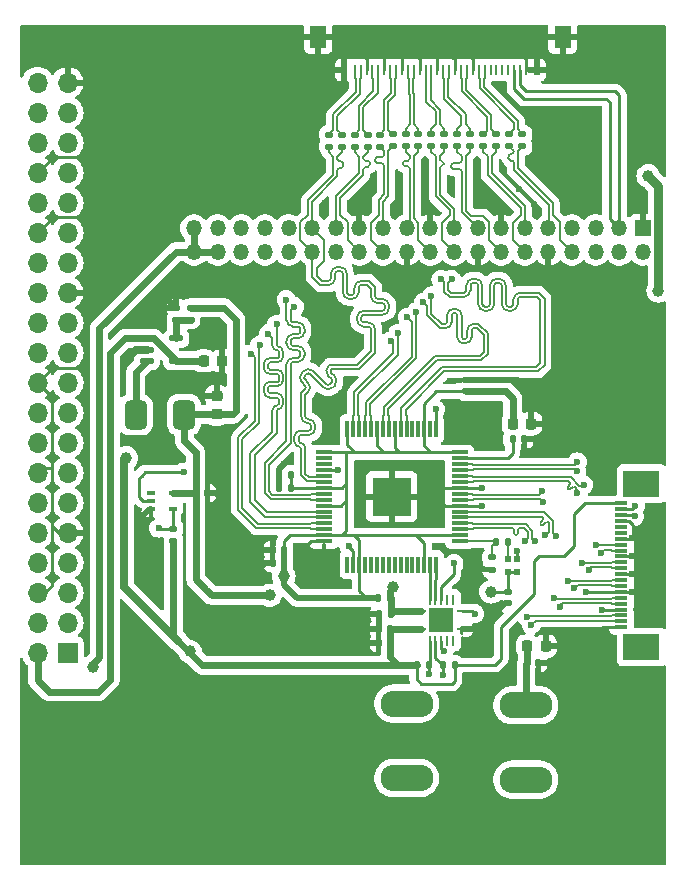
<source format=gtl>
G04 #@! TF.GenerationSoftware,KiCad,Pcbnew,8.0.2*
G04 #@! TF.CreationDate,2024-06-09T13:50:19+05:00*
G04 #@! TF.ProjectId,EDP Converter,45445020-436f-46e7-9665-727465722e6b,rev?*
G04 #@! TF.SameCoordinates,Original*
G04 #@! TF.FileFunction,Copper,L1,Top*
G04 #@! TF.FilePolarity,Positive*
%FSLAX46Y46*%
G04 Gerber Fmt 4.6, Leading zero omitted, Abs format (unit mm)*
G04 Created by KiCad (PCBNEW 8.0.2) date 2024-06-09 13:50:19*
%MOMM*%
%LPD*%
G01*
G04 APERTURE LIST*
G04 Aperture macros list*
%AMRoundRect*
0 Rectangle with rounded corners*
0 $1 Rounding radius*
0 $2 $3 $4 $5 $6 $7 $8 $9 X,Y pos of 4 corners*
0 Add a 4 corners polygon primitive as box body*
4,1,4,$2,$3,$4,$5,$6,$7,$8,$9,$2,$3,0*
0 Add four circle primitives for the rounded corners*
1,1,$1+$1,$2,$3*
1,1,$1+$1,$4,$5*
1,1,$1+$1,$6,$7*
1,1,$1+$1,$8,$9*
0 Add four rect primitives between the rounded corners*
20,1,$1+$1,$2,$3,$4,$5,0*
20,1,$1+$1,$4,$5,$6,$7,0*
20,1,$1+$1,$6,$7,$8,$9,0*
20,1,$1+$1,$8,$9,$2,$3,0*%
G04 Aperture macros list end*
G04 #@! TA.AperFunction,SMDPad,CuDef*
%ADD10RoundRect,0.135000X0.185000X-0.135000X0.185000X0.135000X-0.185000X0.135000X-0.185000X-0.135000X0*%
G04 #@! TD*
G04 #@! TA.AperFunction,SMDPad,CuDef*
%ADD11RoundRect,0.225000X-0.225000X-0.250000X0.225000X-0.250000X0.225000X0.250000X-0.225000X0.250000X0*%
G04 #@! TD*
G04 #@! TA.AperFunction,SMDPad,CuDef*
%ADD12RoundRect,0.140000X0.140000X0.170000X-0.140000X0.170000X-0.140000X-0.170000X0.140000X-0.170000X0*%
G04 #@! TD*
G04 #@! TA.AperFunction,SMDPad,CuDef*
%ADD13R,0.850000X0.280000*%
G04 #@! TD*
G04 #@! TA.AperFunction,SMDPad,CuDef*
%ADD14R,0.280000X0.850000*%
G04 #@! TD*
G04 #@! TA.AperFunction,SMDPad,CuDef*
%ADD15R,2.050000X2.050000*%
G04 #@! TD*
G04 #@! TA.AperFunction,SMDPad,CuDef*
%ADD16RoundRect,0.135000X0.135000X0.185000X-0.135000X0.185000X-0.135000X-0.185000X0.135000X-0.185000X0*%
G04 #@! TD*
G04 #@! TA.AperFunction,SMDPad,CuDef*
%ADD17RoundRect,0.475000X0.475000X0.775000X-0.475000X0.775000X-0.475000X-0.775000X0.475000X-0.775000X0*%
G04 #@! TD*
G04 #@! TA.AperFunction,SMDPad,CuDef*
%ADD18RoundRect,0.140000X-0.140000X-0.170000X0.140000X-0.170000X0.140000X0.170000X-0.140000X0.170000X0*%
G04 #@! TD*
G04 #@! TA.AperFunction,SMDPad,CuDef*
%ADD19RoundRect,0.140000X0.170000X-0.140000X0.170000X0.140000X-0.170000X0.140000X-0.170000X-0.140000X0*%
G04 #@! TD*
G04 #@! TA.AperFunction,SMDPad,CuDef*
%ADD20RoundRect,0.225000X0.225000X0.250000X-0.225000X0.250000X-0.225000X-0.250000X0.225000X-0.250000X0*%
G04 #@! TD*
G04 #@! TA.AperFunction,SMDPad,CuDef*
%ADD21R,0.500000X0.600000*%
G04 #@! TD*
G04 #@! TA.AperFunction,SMDPad,CuDef*
%ADD22R,0.300000X1.475000*%
G04 #@! TD*
G04 #@! TA.AperFunction,SMDPad,CuDef*
%ADD23R,1.475000X0.300000*%
G04 #@! TD*
G04 #@! TA.AperFunction,SMDPad,CuDef*
%ADD24R,3.300000X3.300000*%
G04 #@! TD*
G04 #@! TA.AperFunction,ComponentPad*
%ADD25R,1.350000X1.350000*%
G04 #@! TD*
G04 #@! TA.AperFunction,ComponentPad*
%ADD26O,1.350000X1.350000*%
G04 #@! TD*
G04 #@! TA.AperFunction,SMDPad,CuDef*
%ADD27RoundRect,0.147500X-0.457500X-0.147500X0.457500X-0.147500X0.457500X0.147500X-0.457500X0.147500X0*%
G04 #@! TD*
G04 #@! TA.AperFunction,ComponentPad*
%ADD28O,4.500000X2.250000*%
G04 #@! TD*
G04 #@! TA.AperFunction,SMDPad,CuDef*
%ADD29RoundRect,0.135000X-0.135000X-0.185000X0.135000X-0.185000X0.135000X0.185000X-0.135000X0.185000X0*%
G04 #@! TD*
G04 #@! TA.AperFunction,SMDPad,CuDef*
%ADD30RoundRect,0.100000X-0.225000X-0.100000X0.225000X-0.100000X0.225000X0.100000X-0.225000X0.100000X0*%
G04 #@! TD*
G04 #@! TA.AperFunction,SMDPad,CuDef*
%ADD31R,1.100000X0.300000*%
G04 #@! TD*
G04 #@! TA.AperFunction,SMDPad,CuDef*
%ADD32R,3.100000X2.300000*%
G04 #@! TD*
G04 #@! TA.AperFunction,SMDPad,CuDef*
%ADD33RoundRect,0.135000X-0.185000X0.135000X-0.185000X-0.135000X0.185000X-0.135000X0.185000X0.135000X0*%
G04 #@! TD*
G04 #@! TA.AperFunction,SMDPad,CuDef*
%ADD34RoundRect,0.225000X0.250000X-0.225000X0.250000X0.225000X-0.250000X0.225000X-0.250000X-0.225000X0*%
G04 #@! TD*
G04 #@! TA.AperFunction,SMDPad,CuDef*
%ADD35R,0.250000X0.900000*%
G04 #@! TD*
G04 #@! TA.AperFunction,SMDPad,CuDef*
%ADD36R,0.550000X0.900000*%
G04 #@! TD*
G04 #@! TA.AperFunction,SMDPad,CuDef*
%ADD37R,1.400000X1.900000*%
G04 #@! TD*
G04 #@! TA.AperFunction,ComponentPad*
%ADD38R,1.700000X1.700000*%
G04 #@! TD*
G04 #@! TA.AperFunction,ComponentPad*
%ADD39O,1.700000X1.700000*%
G04 #@! TD*
G04 #@! TA.AperFunction,ViaPad*
%ADD40C,0.600000*%
G04 #@! TD*
G04 #@! TA.AperFunction,ViaPad*
%ADD41C,1.000000*%
G04 #@! TD*
G04 #@! TA.AperFunction,Conductor*
%ADD42C,0.500000*%
G04 #@! TD*
G04 #@! TA.AperFunction,Conductor*
%ADD43C,0.250000*%
G04 #@! TD*
G04 #@! TA.AperFunction,Conductor*
%ADD44C,0.700000*%
G04 #@! TD*
G04 #@! TA.AperFunction,Conductor*
%ADD45C,0.600000*%
G04 #@! TD*
G04 #@! TA.AperFunction,Conductor*
%ADD46C,0.160000*%
G04 #@! TD*
G04 #@! TA.AperFunction,Conductor*
%ADD47C,0.200000*%
G04 #@! TD*
G04 #@! TA.AperFunction,Conductor*
%ADD48C,0.750000*%
G04 #@! TD*
G04 APERTURE END LIST*
D10*
X131350000Y-82790000D03*
X131350000Y-81770000D03*
D11*
X137145000Y-106250000D03*
X138695000Y-106250000D03*
D12*
X118330000Y-110600000D03*
X117370000Y-110600000D03*
X117780000Y-118050000D03*
X116820000Y-118050000D03*
X126767500Y-124825000D03*
X125807500Y-124825000D03*
D13*
X129362500Y-123650000D03*
D14*
X130087500Y-124625000D03*
X130587500Y-124625000D03*
X131087500Y-124625000D03*
X131587500Y-124625000D03*
X132087500Y-124625000D03*
D13*
X132812500Y-123650000D03*
X132812500Y-122150000D03*
D14*
X132087500Y-121175000D03*
X131587500Y-121175000D03*
X131087500Y-121175000D03*
X130587500Y-121175000D03*
X130087500Y-121175000D03*
D13*
X129362500Y-122150000D03*
D15*
X131087500Y-122900000D03*
D16*
X136700000Y-116250000D03*
X135680000Y-116250000D03*
D10*
X132450000Y-82790000D03*
X132450000Y-81770000D03*
D17*
X109300000Y-105500000D03*
X105200000Y-105500000D03*
D18*
X110290000Y-112150000D03*
X111250000Y-112150000D03*
D10*
X124850000Y-82800000D03*
X124850000Y-81780000D03*
D16*
X132210000Y-126700000D03*
X131190000Y-126700000D03*
D19*
X136700000Y-121460000D03*
X136700000Y-120500000D03*
D20*
X139925000Y-125100000D03*
X138375000Y-125100000D03*
D18*
X137120000Y-107600000D03*
X138080000Y-107600000D03*
D16*
X126760000Y-121000000D03*
X125740000Y-121000000D03*
D10*
X108650000Y-97460000D03*
X108650000Y-96440000D03*
X122650000Y-82800000D03*
X122650000Y-81780000D03*
X125900000Y-82800000D03*
X125900000Y-81780000D03*
D21*
X137500000Y-118850000D03*
X137500000Y-117750000D03*
X136700000Y-117750000D03*
X136700000Y-118850000D03*
D10*
X108400000Y-116160000D03*
X108400000Y-115140000D03*
X126950000Y-82790000D03*
X126950000Y-81770000D03*
D22*
X123138000Y-118188000D03*
X123638000Y-118188000D03*
X124138000Y-118188000D03*
X124638000Y-118188000D03*
X125138000Y-118188000D03*
X125638000Y-118188000D03*
X126138000Y-118188000D03*
X126638000Y-118188000D03*
X127138000Y-118188000D03*
X127638000Y-118188000D03*
X128138000Y-118188000D03*
X128638000Y-118188000D03*
X129138000Y-118188000D03*
X129638000Y-118188000D03*
X130138000Y-118188000D03*
X130638000Y-118188000D03*
D23*
X132626000Y-116200000D03*
X132626000Y-115700000D03*
X132626000Y-115200000D03*
X132626000Y-114700000D03*
X132626000Y-114200000D03*
X132626000Y-113700000D03*
X132626000Y-113200000D03*
X132626000Y-112700000D03*
X132626000Y-112200000D03*
X132626000Y-111700000D03*
X132626000Y-111200000D03*
X132626000Y-110700000D03*
X132626000Y-110200000D03*
X132626000Y-109700000D03*
X132626000Y-109200000D03*
X132626000Y-108700000D03*
D22*
X130638000Y-106712000D03*
X130138000Y-106712000D03*
X129638000Y-106712000D03*
X129138000Y-106712000D03*
X128638000Y-106712000D03*
X128138000Y-106712000D03*
X127638000Y-106712000D03*
X127138000Y-106712000D03*
X126638000Y-106712000D03*
X126138000Y-106712000D03*
X125638000Y-106712000D03*
X125138000Y-106712000D03*
X124638000Y-106712000D03*
X124138000Y-106712000D03*
X123638000Y-106712000D03*
X123138000Y-106712000D03*
D23*
X121150000Y-108700000D03*
X121150000Y-109200000D03*
X121150000Y-109700000D03*
X121150000Y-110200000D03*
X121150000Y-110700000D03*
X121150000Y-111200000D03*
X121150000Y-111700000D03*
X121150000Y-112200000D03*
X121150000Y-112700000D03*
X121150000Y-113200000D03*
X121150000Y-113700000D03*
X121150000Y-114200000D03*
X121150000Y-114700000D03*
X121150000Y-115200000D03*
X121150000Y-115700000D03*
X121150000Y-116200000D03*
D24*
X126888000Y-112450000D03*
D20*
X112525000Y-100950000D03*
X110975000Y-100950000D03*
D25*
X148150000Y-89700000D03*
D26*
X148150000Y-91700000D03*
X146150000Y-89700000D03*
X146150000Y-91700000D03*
X144150000Y-89700000D03*
X144150000Y-91700000D03*
X142150000Y-89700000D03*
X142150000Y-91700000D03*
X140150000Y-89700000D03*
X140150000Y-91700000D03*
X138150000Y-89700000D03*
X138150000Y-91700000D03*
X136150000Y-89700000D03*
X136150000Y-91700000D03*
X134150000Y-89700000D03*
X134150000Y-91700000D03*
X132150000Y-89700000D03*
X132150000Y-91700000D03*
X130150000Y-89700000D03*
X130150000Y-91700000D03*
X128150000Y-89700000D03*
X128150000Y-91700000D03*
X126150000Y-89700000D03*
X126150000Y-91700000D03*
X124150000Y-89700000D03*
X124150000Y-91700000D03*
X122150000Y-89700000D03*
X122150000Y-91700000D03*
X120150000Y-89700000D03*
X120150000Y-91700000D03*
X118150000Y-89700000D03*
X118150000Y-91700000D03*
X116150000Y-89700000D03*
X116150000Y-91700000D03*
X114150000Y-89700000D03*
X114150000Y-91700000D03*
X112150000Y-89700000D03*
X112150000Y-91700000D03*
X110150000Y-89700000D03*
X110150000Y-91700000D03*
D12*
X126767500Y-123625000D03*
X125807500Y-123625000D03*
X118330000Y-111700000D03*
X117370000Y-111700000D03*
X126780000Y-122350000D03*
X125820000Y-122350000D03*
D27*
X106145000Y-99050000D03*
X106145000Y-100000000D03*
X106145000Y-100950000D03*
X108655000Y-100950000D03*
X108655000Y-99050000D03*
D28*
X128150000Y-129962500D03*
X128150000Y-136262500D03*
D10*
X121550000Y-82800000D03*
X121550000Y-81780000D03*
D29*
X129040000Y-126700000D03*
X130060000Y-126700000D03*
D12*
X117780000Y-116950000D03*
X116820000Y-116950000D03*
D10*
X135750000Y-82790000D03*
X135750000Y-81770000D03*
D19*
X133140000Y-103530000D03*
X133140000Y-102570000D03*
D10*
X137950000Y-82790000D03*
X137950000Y-81770000D03*
X134650000Y-82790000D03*
X134650000Y-81770000D03*
D30*
X106500000Y-112150000D03*
X106500000Y-112800000D03*
X106500000Y-113450000D03*
X108400000Y-113450000D03*
X108400000Y-112150000D03*
D19*
X134240000Y-103530000D03*
X134240000Y-102570000D03*
D10*
X136850000Y-82790000D03*
X136850000Y-81770000D03*
D31*
X146325000Y-123500000D03*
X146325000Y-123000000D03*
X146325000Y-122500000D03*
X146325000Y-122000000D03*
X146325000Y-121500000D03*
X146325000Y-121000000D03*
X146325000Y-120500000D03*
X146325000Y-120000000D03*
X146325000Y-119500000D03*
X146325000Y-119000000D03*
X146325000Y-118500000D03*
X146325000Y-118000000D03*
X146325000Y-117500000D03*
X146325000Y-117000000D03*
X146325000Y-116500000D03*
X146325000Y-116000000D03*
X146325000Y-115500000D03*
X146325000Y-115000000D03*
X146325000Y-114500000D03*
X146325000Y-114000000D03*
X146325000Y-113500000D03*
X146325000Y-113000000D03*
D32*
X148025000Y-125170000D03*
X148025000Y-111330000D03*
D12*
X139280000Y-126550000D03*
X138320000Y-126550000D03*
D33*
X109850000Y-96440000D03*
X109850000Y-97460000D03*
D10*
X129150000Y-82790000D03*
X129150000Y-81770000D03*
X133550000Y-82790000D03*
X133550000Y-81770000D03*
X123750000Y-82800000D03*
X123750000Y-81780000D03*
D34*
X112050000Y-105475000D03*
X112050000Y-103925000D03*
D10*
X135350000Y-118610000D03*
X135350000Y-117590000D03*
D19*
X135350000Y-103530000D03*
X135350000Y-102570000D03*
D35*
X138250000Y-76320000D03*
X137750000Y-76320000D03*
X137250000Y-76320000D03*
X136750000Y-76320000D03*
X136250000Y-76320000D03*
X135750000Y-76320000D03*
X135250000Y-76320000D03*
X134750000Y-76320000D03*
X134250000Y-76320000D03*
X133750000Y-76320000D03*
X133250000Y-76320000D03*
X132750000Y-76320000D03*
X132250000Y-76320000D03*
X131750000Y-76320000D03*
X131250000Y-76320000D03*
X130750000Y-76320000D03*
X130250000Y-76320000D03*
X129750000Y-76320000D03*
X129250000Y-76320000D03*
X128750000Y-76320000D03*
X128250000Y-76320000D03*
X127750000Y-76320000D03*
X127250000Y-76320000D03*
X126750000Y-76320000D03*
X126250000Y-76320000D03*
X125750000Y-76320000D03*
X125250000Y-76320000D03*
X124750000Y-76320000D03*
X124250000Y-76320000D03*
X123750000Y-76320000D03*
D36*
X139150000Y-76320000D03*
D37*
X141350000Y-73500000D03*
D36*
X122850000Y-76320000D03*
D37*
X120650000Y-73500000D03*
D28*
X138250000Y-130100000D03*
X138250000Y-136400000D03*
D10*
X128050000Y-82790000D03*
X128050000Y-81770000D03*
X130250000Y-82790000D03*
X130250000Y-81770000D03*
D38*
X99440000Y-125640000D03*
D39*
X96900000Y-125640000D03*
X99440000Y-123100000D03*
X96900000Y-123100000D03*
X99440000Y-120560000D03*
X96900000Y-120560000D03*
X99440000Y-118020000D03*
X96900000Y-118020000D03*
X99440000Y-115480000D03*
X96900000Y-115480000D03*
X99440000Y-112940000D03*
X96900000Y-112940000D03*
X99440000Y-110400000D03*
X96900000Y-110400000D03*
X99440000Y-107860000D03*
X96900000Y-107860000D03*
X99440000Y-105320000D03*
X96900000Y-105320000D03*
X99440000Y-102780000D03*
X96900000Y-102780000D03*
X99440000Y-100240000D03*
X96900000Y-100240000D03*
X99440000Y-97700000D03*
X96900000Y-97700000D03*
X99440000Y-95160000D03*
X96900000Y-95160000D03*
X99440000Y-92620000D03*
X96900000Y-92620000D03*
X99440000Y-90080000D03*
X96900000Y-90080000D03*
X99440000Y-87540000D03*
X96900000Y-87540000D03*
X99440000Y-85000000D03*
X96900000Y-85000000D03*
X99440000Y-82460000D03*
X96900000Y-82460000D03*
X99440000Y-79920000D03*
X96900000Y-79920000D03*
X99440000Y-77380000D03*
X96900000Y-77380000D03*
D40*
X139900000Y-73450000D03*
X147200000Y-119000000D03*
X125700000Y-112450000D03*
X142100000Y-82550000D03*
X135350000Y-107750000D03*
X131100000Y-111600000D03*
X146000000Y-102600000D03*
X147750000Y-75800000D03*
X121600000Y-128300000D03*
X143350000Y-120500000D03*
X134500000Y-113200000D03*
X115800000Y-118400000D03*
X144450000Y-99100000D03*
X102700000Y-94350000D03*
X127450000Y-86450000D03*
X132250000Y-75200000D03*
X140300000Y-80650000D03*
X134400000Y-106150000D03*
X126900000Y-113550000D03*
X135750000Y-87800000D03*
X131000000Y-113200000D03*
X133800000Y-75100000D03*
X105500000Y-127800000D03*
X131087500Y-122900000D03*
X119600000Y-116600000D03*
X119700000Y-124800000D03*
X112200000Y-112200000D03*
X121550000Y-107300000D03*
X137900000Y-75050000D03*
X121700000Y-139800000D03*
X134600000Y-118550000D03*
X106800000Y-87850000D03*
X108300000Y-75000000D03*
X134700000Y-123700000D03*
X101850000Y-96550000D03*
X125700000Y-113500000D03*
X131950000Y-86550000D03*
X138900000Y-87700000D03*
X134300000Y-86650000D03*
X124750000Y-75000000D03*
X114200000Y-134550000D03*
X107800000Y-95650000D03*
X122350000Y-110150000D03*
X145900000Y-107000000D03*
X121600000Y-105600000D03*
X139950000Y-106150000D03*
X98500000Y-139400000D03*
X124500000Y-87250000D03*
X128100000Y-112450000D03*
X147237500Y-117500000D03*
X142600000Y-103150000D03*
X114550000Y-125050000D03*
X128100000Y-111350000D03*
X139300000Y-75150000D03*
X117800000Y-109650000D03*
X110550000Y-137050000D03*
X102500000Y-83700000D03*
X127750000Y-75150000D03*
X125700000Y-111350000D03*
X145550000Y-95400000D03*
X117150000Y-128350000D03*
X129850000Y-87800000D03*
X127350000Y-87700000D03*
X132500000Y-107050000D03*
X139500000Y-107750000D03*
X146150000Y-140600000D03*
X114600000Y-75000000D03*
X111950000Y-102750000D03*
X144000000Y-80300000D03*
X121950000Y-73500000D03*
X134550000Y-111700000D03*
X108350000Y-79750000D03*
X108350000Y-84550000D03*
X123150000Y-102750000D03*
X139700000Y-83200000D03*
X124750000Y-125050000D03*
X132050000Y-105100000D03*
X102500000Y-88800000D03*
X147700000Y-131500000D03*
X144050000Y-86700000D03*
X123300000Y-124250000D03*
X106550000Y-134600000D03*
X143450000Y-107050000D03*
X129650000Y-86400000D03*
X144550000Y-123700000D03*
X114700000Y-79500000D03*
X130700000Y-75150000D03*
X144300000Y-138750000D03*
X118200000Y-136950000D03*
X106450000Y-139650000D03*
X148200000Y-138600000D03*
X115600000Y-116800000D03*
X121750000Y-134650000D03*
X137500000Y-117050000D03*
X142250000Y-87150000D03*
X122900000Y-75050000D03*
X98550000Y-134450000D03*
X128100000Y-113600000D03*
X147800000Y-80800000D03*
X121200000Y-87550000D03*
X135650000Y-122300000D03*
X147237500Y-120500000D03*
X126888000Y-112450000D03*
D41*
X104450000Y-100700000D03*
D40*
X145100000Y-133350000D03*
X112250000Y-99400000D03*
X137450000Y-102600000D03*
X110100000Y-128200000D03*
X102350000Y-136900000D03*
X114250000Y-139900000D03*
X129200000Y-75100000D03*
X145200000Y-74300000D03*
X120850000Y-97250000D03*
X144650000Y-122000000D03*
X126250000Y-75100000D03*
X105800000Y-114050000D03*
X137650000Y-86400000D03*
X114700000Y-84550000D03*
X147250000Y-115950000D03*
X126900000Y-111350000D03*
D41*
X127000000Y-120050000D03*
X116550000Y-120800000D03*
X117750000Y-119200000D03*
X135300000Y-120500000D03*
X104425000Y-109175000D03*
X109800000Y-125550000D03*
D40*
X139050000Y-116200000D03*
X138700000Y-123300000D03*
X142550000Y-110300000D03*
X144150000Y-116550000D03*
X143000000Y-118050000D03*
X142600000Y-112100000D03*
X139650000Y-112900000D03*
X141800000Y-119550000D03*
X139900000Y-115700000D03*
X140650000Y-121050000D03*
X138150000Y-116200000D03*
X138300000Y-122600000D03*
X147450000Y-114100000D03*
X130050000Y-127450000D03*
X131190000Y-127500000D03*
X147500000Y-113250000D03*
X142350000Y-120150000D03*
X139600000Y-112000000D03*
X143150000Y-111450000D03*
X143550000Y-118650000D03*
X140800000Y-115750000D03*
X141100000Y-121750000D03*
X142600000Y-109500000D03*
X144600000Y-117200000D03*
X131300000Y-125550000D03*
X130600000Y-105050000D03*
X109300000Y-110350000D03*
X133900000Y-122350000D03*
X123250000Y-116650000D03*
X132150000Y-118100000D03*
X130250000Y-95450000D03*
X117150000Y-97850000D03*
X131950000Y-94050000D03*
X128950000Y-96800000D03*
X126800000Y-99250000D03*
X129550000Y-96000000D03*
X115700000Y-99600000D03*
X131050000Y-94050000D03*
X128200000Y-97250000D03*
X116450000Y-98650000D03*
X127400000Y-98600000D03*
X115000000Y-100350000D03*
D41*
X148600000Y-85300000D03*
X149450000Y-95000000D03*
D40*
X107150000Y-115100000D03*
D41*
X101550000Y-126900000D03*
D40*
X118650000Y-96350000D03*
X117950000Y-95750000D03*
D42*
X125820000Y-122350000D02*
X125820000Y-123612500D01*
D43*
X99250000Y-101550000D02*
X100700000Y-101550000D01*
X138250000Y-75400000D02*
X137950000Y-75100000D01*
X120050000Y-116200000D02*
X119600000Y-116650000D01*
D42*
X99440000Y-95160000D02*
X101890000Y-95160000D01*
X139250000Y-107600000D02*
X139450000Y-107800000D01*
X136700000Y-121460000D02*
X136490000Y-121460000D01*
X116820000Y-116950000D02*
X115750000Y-116950000D01*
X112525000Y-99675000D02*
X112250000Y-99400000D01*
X111250000Y-112150000D02*
X112150000Y-112150000D01*
D43*
X147000000Y-114500000D02*
X147350000Y-114850000D01*
X99750000Y-83700000D02*
X102500000Y-83700000D01*
X131200000Y-111700000D02*
X131100000Y-111600000D01*
D42*
X139850000Y-106250000D02*
X139950000Y-106150000D01*
D43*
X132626000Y-113200000D02*
X131150000Y-113200000D01*
X98150000Y-114950000D02*
X98150000Y-110000000D01*
X98180000Y-88800000D02*
X99450000Y-88800000D01*
X132626000Y-111700000D02*
X131200000Y-111700000D01*
D42*
X115750000Y-116950000D02*
X115600000Y-116800000D01*
X122850000Y-76320000D02*
X122850000Y-75050000D01*
X138695000Y-106250000D02*
X139850000Y-106250000D01*
D43*
X130750000Y-76320000D02*
X130750000Y-75200000D01*
X146325000Y-119000000D02*
X147200000Y-119000000D01*
X126250000Y-76320000D02*
X126250000Y-75150000D01*
D42*
X138080000Y-107600000D02*
X139250000Y-107600000D01*
D43*
X147350000Y-115800000D02*
X147150000Y-116000000D01*
X101150000Y-101100000D02*
X101150000Y-99300000D01*
D42*
X106500000Y-113450000D02*
X106400000Y-113450000D01*
D43*
X121150000Y-116200000D02*
X120050000Y-116200000D01*
X98200000Y-83700000D02*
X99550000Y-83700000D01*
X127750000Y-75250000D02*
X127800000Y-75200000D01*
D44*
X105200000Y-100000000D02*
X104400000Y-100800000D01*
D43*
X98150000Y-119900000D02*
X98150000Y-114950000D01*
X144800000Y-123500000D02*
X144600000Y-123700000D01*
X146325000Y-120500000D02*
X143400000Y-120500000D01*
D42*
X108650000Y-96440000D02*
X108590000Y-96440000D01*
D43*
X138250000Y-76320000D02*
X138250000Y-75400000D01*
D42*
X139150000Y-76320000D02*
X139150000Y-75300000D01*
X135380000Y-102600000D02*
X135350000Y-102570000D01*
D43*
X96900000Y-102780000D02*
X98130000Y-101550000D01*
X100700000Y-101550000D02*
X100900000Y-101350000D01*
D42*
X134600000Y-123650000D02*
X134650000Y-123700000D01*
X141350000Y-73500000D02*
X139950000Y-73500000D01*
D43*
X121150000Y-110200000D02*
X122300000Y-110200000D01*
X146325000Y-122000000D02*
X146275000Y-122050000D01*
X146325000Y-114500000D02*
X147000000Y-114500000D01*
X124750000Y-76320000D02*
X124750000Y-75100000D01*
D42*
X112050000Y-103925000D02*
X112050000Y-102900000D01*
X132812500Y-123650000D02*
X134600000Y-123650000D01*
D43*
X99550000Y-83700000D02*
X99750000Y-83700000D01*
X98130000Y-101550000D02*
X99250000Y-101550000D01*
X100900000Y-101350000D02*
X101150000Y-101100000D01*
X134650000Y-118600000D02*
X134660000Y-118610000D01*
X127750000Y-76320000D02*
X127750000Y-75250000D01*
D42*
X116150000Y-118050000D02*
X115750000Y-118450000D01*
X125820000Y-123612500D02*
X125807500Y-123625000D01*
X136490000Y-121460000D02*
X135650000Y-122300000D01*
X117370000Y-111700000D02*
X117370000Y-110080000D01*
D43*
X96900000Y-85000000D02*
X98200000Y-83700000D01*
X99450000Y-88800000D02*
X102500000Y-88800000D01*
X96900000Y-110400000D02*
X97300000Y-110000000D01*
X98150000Y-104030000D02*
X96900000Y-102780000D01*
X146362500Y-120500000D02*
X147237500Y-120500000D01*
X132626000Y-111700000D02*
X134550000Y-111700000D01*
X98680000Y-115480000D02*
X98150000Y-114950000D01*
X98150000Y-110000000D02*
X98150000Y-104030000D01*
D42*
X101890000Y-95160000D02*
X102700000Y-94350000D01*
X112525000Y-100950000D02*
X112525000Y-99675000D01*
X108590000Y-96440000D02*
X107800000Y-95650000D01*
X125807500Y-124825000D02*
X124975000Y-124825000D01*
D43*
X97490000Y-120560000D02*
X98150000Y-119900000D01*
X132626000Y-113200000D02*
X134400000Y-113200000D01*
X135350000Y-118610000D02*
X134660000Y-118610000D01*
X122300000Y-110200000D02*
X122350000Y-110150000D01*
D42*
X123875000Y-123625000D02*
X123250000Y-124250000D01*
X116820000Y-118050000D02*
X116150000Y-118050000D01*
D43*
X146275000Y-122050000D02*
X144700000Y-122050000D01*
X99440000Y-115480000D02*
X98680000Y-115480000D01*
D42*
X106400000Y-113450000D02*
X105750000Y-114100000D01*
D43*
X101150000Y-97250000D02*
X101850000Y-96550000D01*
D44*
X106145000Y-100000000D02*
X105200000Y-100000000D01*
D43*
X137500000Y-117750000D02*
X137500000Y-117100000D01*
D42*
X112150000Y-112150000D02*
X112200000Y-112200000D01*
X133140000Y-102570000D02*
X135350000Y-102570000D01*
D43*
X96900000Y-90080000D02*
X98180000Y-88800000D01*
D42*
X117370000Y-110080000D02*
X117800000Y-109650000D01*
D43*
X129250000Y-76320000D02*
X129250000Y-75100000D01*
D42*
X125807500Y-123625000D02*
X123875000Y-123625000D01*
D43*
X101150000Y-99300000D02*
X101150000Y-97250000D01*
D42*
X112050000Y-102900000D02*
X111900000Y-102750000D01*
D43*
X130750000Y-75200000D02*
X130700000Y-75150000D01*
D42*
X120650000Y-73500000D02*
X121900000Y-73500000D01*
D43*
X146362500Y-117500000D02*
X147237500Y-117500000D01*
D42*
X124975000Y-124825000D02*
X124750000Y-125050000D01*
D43*
X147350000Y-114850000D02*
X147350000Y-115800000D01*
X147150000Y-116000000D02*
X146325000Y-116000000D01*
D42*
X139950000Y-73500000D02*
X139900000Y-73450000D01*
X139150000Y-75300000D02*
X139250000Y-75200000D01*
D43*
X132250000Y-76320000D02*
X132250000Y-75250000D01*
X97300000Y-110000000D02*
X98150000Y-110000000D01*
X133750000Y-76320000D02*
X133750000Y-75100000D01*
X96900000Y-120560000D02*
X97490000Y-120560000D01*
X146325000Y-123500000D02*
X144800000Y-123500000D01*
D42*
X137450000Y-102600000D02*
X135380000Y-102600000D01*
D45*
X96900000Y-127950000D02*
X96900000Y-125640000D01*
X102050000Y-128950000D02*
X97900000Y-128950000D01*
X97900000Y-128950000D02*
X96900000Y-127950000D01*
X106755000Y-99050000D02*
X106145000Y-99050000D01*
X106145000Y-99050000D02*
X104300000Y-99050000D01*
X103050000Y-127950000D02*
X102050000Y-128950000D01*
X103050000Y-100300000D02*
X103050000Y-127950000D01*
X110975000Y-100950000D02*
X108655000Y-100950000D01*
X104300000Y-99050000D02*
X103050000Y-100300000D01*
X108655000Y-100950000D02*
X106755000Y-99050000D01*
X129362500Y-122150000D02*
X126980000Y-122150000D01*
X126980000Y-122150000D02*
X126780000Y-122350000D01*
X108400000Y-112150000D02*
X110290000Y-112150000D01*
X113700000Y-105200000D02*
X113700000Y-97450000D01*
X112690000Y-96440000D02*
X109850000Y-96440000D01*
X110290000Y-119440000D02*
X111200000Y-120350000D01*
X112050000Y-105475000D02*
X113425000Y-105475000D01*
X126760000Y-121000000D02*
X126760000Y-120440000D01*
X126780000Y-122350000D02*
X126780000Y-121020000D01*
X111200000Y-120350000D02*
X111650000Y-120800000D01*
X110290000Y-108690000D02*
X109300000Y-107700000D01*
X109325000Y-105475000D02*
X109300000Y-105500000D01*
X126780000Y-121020000D02*
X126760000Y-121000000D01*
X113700000Y-97450000D02*
X112690000Y-96440000D01*
X113425000Y-105475000D02*
X113700000Y-105200000D01*
X126760000Y-120440000D02*
X127000000Y-120200000D01*
X109300000Y-107700000D02*
X109300000Y-105500000D01*
X111650000Y-120800000D02*
X116550000Y-120800000D01*
X110290000Y-112150000D02*
X110290000Y-108690000D01*
X110290000Y-112150000D02*
X110290000Y-119440000D01*
X112050000Y-105475000D02*
X109325000Y-105475000D01*
D43*
X121150000Y-115700000D02*
X122450000Y-115700000D01*
X117780000Y-118050000D02*
X117780000Y-116950000D01*
X123050000Y-108700000D02*
X123950000Y-108700000D01*
D45*
X136530000Y-103530000D02*
X135350000Y-103530000D01*
D43*
X128950000Y-115700000D02*
X128750000Y-115700000D01*
X123138000Y-108088000D02*
X123750000Y-108700000D01*
X127850000Y-108700000D02*
X130250000Y-108700000D01*
D45*
X133140000Y-103530000D02*
X135350000Y-103530000D01*
D43*
X117780000Y-116220000D02*
X117780000Y-116950000D01*
X130250000Y-108700000D02*
X132626000Y-108700000D01*
X122450000Y-115700000D02*
X122700000Y-115700000D01*
X122650000Y-111700000D02*
X123050000Y-111300000D01*
X123050000Y-112700000D02*
X123050000Y-112550000D01*
X129638000Y-104562000D02*
X130670000Y-103530000D01*
X127138000Y-108338000D02*
X127500000Y-108700000D01*
X130200000Y-108700000D02*
X130250000Y-108700000D01*
X126250000Y-108700000D02*
X127850000Y-108700000D01*
X136700000Y-120500000D02*
X135300000Y-120500000D01*
X136700000Y-120500000D02*
X136700000Y-118850000D01*
X121150000Y-108700000D02*
X123050000Y-108700000D01*
X121150000Y-115700000D02*
X118300000Y-115700000D01*
X124138000Y-118188000D02*
X124138000Y-120388000D01*
X123050000Y-115350000D02*
X123050000Y-112550000D01*
X127500000Y-108700000D02*
X127850000Y-108700000D01*
X121150000Y-111700000D02*
X118330000Y-111700000D01*
X128750000Y-115700000D02*
X123450000Y-115700000D01*
X129638000Y-106712000D02*
X129638000Y-108138000D01*
X123450000Y-115700000D02*
X122450000Y-115700000D01*
X129638000Y-116388000D02*
X128950000Y-115700000D01*
D42*
X117780000Y-119930000D02*
X117780000Y-116950000D01*
D43*
X123700000Y-115700000D02*
X123450000Y-115700000D01*
X129638000Y-118188000D02*
X129638000Y-116388000D01*
X124138000Y-116138000D02*
X123700000Y-115700000D01*
X124138000Y-120388000D02*
X124750000Y-121000000D01*
X124138000Y-118188000D02*
X124138000Y-116138000D01*
X118330000Y-110600000D02*
X118330000Y-111700000D01*
X122700000Y-115700000D02*
X123050000Y-115350000D01*
X123050000Y-112550000D02*
X123050000Y-111300000D01*
X123750000Y-108700000D02*
X123950000Y-108700000D01*
X123138000Y-106712000D02*
X123138000Y-108088000D01*
X129638000Y-106712000D02*
X129638000Y-104562000D01*
X125638000Y-106712000D02*
X125638000Y-108138000D01*
D45*
X137145000Y-106250000D02*
X137145000Y-104145000D01*
D43*
X126200000Y-108700000D02*
X126250000Y-108700000D01*
D42*
X125740000Y-121000000D02*
X118850000Y-121000000D01*
D45*
X137145000Y-104145000D02*
X136530000Y-103530000D01*
D43*
X132626000Y-115700000D02*
X128750000Y-115700000D01*
X136700000Y-118850000D02*
X137500000Y-118850000D01*
X125638000Y-108138000D02*
X126200000Y-108700000D01*
X130670000Y-103530000D02*
X133140000Y-103530000D01*
X123950000Y-108700000D02*
X126250000Y-108700000D01*
X121150000Y-113200000D02*
X122550000Y-113200000D01*
X121150000Y-111700000D02*
X122650000Y-111700000D01*
X129638000Y-108138000D02*
X130200000Y-108700000D01*
X118300000Y-115700000D02*
X117780000Y-116220000D01*
X124750000Y-121000000D02*
X125740000Y-121000000D01*
X122550000Y-113200000D02*
X123050000Y-112700000D01*
X127138000Y-106712000D02*
X127138000Y-108338000D01*
X123050000Y-111300000D02*
X123050000Y-108700000D01*
D42*
X118850000Y-121000000D02*
X117780000Y-119930000D01*
D45*
X126767500Y-123625000D02*
X126767500Y-124825000D01*
D43*
X142300000Y-113950000D02*
X142300000Y-116650000D01*
X131950000Y-128300000D02*
X129400000Y-128300000D01*
D45*
X126767500Y-124825000D02*
X126767500Y-126017500D01*
X127450000Y-126700000D02*
X128500000Y-126700000D01*
D43*
X138950000Y-117850000D02*
X138950000Y-120650000D01*
D45*
X108400000Y-116160000D02*
X108400000Y-124250000D01*
D43*
X143250000Y-113000000D02*
X142300000Y-113950000D01*
X136150000Y-123450000D02*
X136150000Y-126150000D01*
X132210000Y-128040000D02*
X131950000Y-128300000D01*
D44*
X104200000Y-120050000D02*
X108775000Y-124625000D01*
D43*
X138950000Y-120650000D02*
X136150000Y-123450000D01*
D45*
X108400000Y-124250000D02*
X108775000Y-124625000D01*
X129362500Y-123650000D02*
X126792500Y-123650000D01*
X110850000Y-126700000D02*
X128500000Y-126700000D01*
D43*
X146325000Y-113000000D02*
X143250000Y-113000000D01*
X135600000Y-126700000D02*
X132210000Y-126700000D01*
X129000000Y-127900000D02*
X129000000Y-126740000D01*
D45*
X108775000Y-124625000D02*
X110850000Y-126700000D01*
D43*
X141500000Y-117450000D02*
X139350000Y-117450000D01*
X136150000Y-126150000D02*
X135600000Y-126700000D01*
D45*
X128500000Y-126700000D02*
X129040000Y-126700000D01*
D43*
X132210000Y-126700000D02*
X132210000Y-128040000D01*
X139350000Y-117450000D02*
X138950000Y-117850000D01*
X142300000Y-116650000D02*
X141500000Y-117450000D01*
D45*
X126792500Y-123650000D02*
X126767500Y-123625000D01*
D43*
X129400000Y-128300000D02*
X129000000Y-127900000D01*
D44*
X104200000Y-109400000D02*
X104200000Y-120050000D01*
D45*
X126767500Y-126017500D02*
X127450000Y-126700000D01*
D44*
X104425000Y-109175000D02*
X104200000Y-109400000D01*
D43*
X129000000Y-126740000D02*
X129040000Y-126700000D01*
D46*
X145429999Y-122930000D02*
X145499999Y-123000000D01*
X138224560Y-114770000D02*
X138780000Y-115325440D01*
X138780000Y-115325440D02*
X138780000Y-116030000D01*
X133732251Y-114700000D02*
X133802251Y-114770000D01*
X138780000Y-116030000D02*
X139000000Y-116250000D01*
X139070000Y-122930000D02*
X145429999Y-122930000D01*
X132626000Y-114700000D02*
X133732251Y-114700000D01*
X145499999Y-123000000D02*
X146325000Y-123000000D01*
X133802251Y-114770000D02*
X138224560Y-114770000D01*
X138700000Y-123300000D02*
X139070000Y-122930000D01*
X144120000Y-116570000D02*
X144100000Y-116550000D01*
X145499999Y-116500000D02*
X145429999Y-116570000D01*
X133802251Y-110130000D02*
X133732251Y-110200000D01*
X133732251Y-110200000D02*
X132626000Y-110200000D01*
X142550000Y-110300000D02*
X142380000Y-110130000D01*
X142380000Y-110130000D02*
X133802251Y-110130000D01*
X146325000Y-116500000D02*
X145499999Y-116500000D01*
X145429999Y-116570000D02*
X144120000Y-116570000D01*
X141931499Y-111186059D02*
X141875440Y-111130000D01*
X146325000Y-118000000D02*
X145499999Y-118000000D01*
X141797148Y-111583452D02*
X141975337Y-111405260D01*
X142600000Y-112100000D02*
X142600000Y-111854560D01*
X142600000Y-111854560D02*
X142369906Y-111624466D01*
X133732251Y-111200000D02*
X132626000Y-111200000D01*
X141862667Y-111130000D02*
X133802251Y-111130000D01*
X141875440Y-111130000D02*
X141862667Y-111130000D01*
X145429999Y-118070000D02*
X143050000Y-118070000D01*
X142194542Y-111624465D02*
X142016352Y-111802656D01*
X141975338Y-111229898D02*
X141931499Y-111186059D01*
X141840988Y-111802655D02*
X141797147Y-111758814D01*
X145499999Y-118000000D02*
X145429999Y-118070000D01*
X133802251Y-111130000D02*
X133732251Y-111200000D01*
X141975337Y-111405260D02*
G75*
G03*
X141975317Y-111229920I-87637J87660D01*
G01*
X142369906Y-111624466D02*
G75*
G03*
X142194518Y-111624441I-87706J-87634D01*
G01*
X142016352Y-111802656D02*
G75*
G02*
X141841018Y-111802626I-87652J87656D01*
G01*
X141797147Y-111758814D02*
G75*
G02*
X141797114Y-111583418I87653J87714D01*
G01*
X146325000Y-119500000D02*
X145499999Y-119500000D01*
X145499999Y-119500000D02*
X145429999Y-119570000D01*
X145429999Y-119570000D02*
X141900000Y-119570000D01*
X133732251Y-112700000D02*
X133802251Y-112630000D01*
X133802251Y-112630000D02*
X139430000Y-112630000D01*
X139430000Y-112630000D02*
X139650000Y-112850000D01*
X132626000Y-112700000D02*
X133732251Y-112700000D01*
X140670000Y-121070000D02*
X140650000Y-121050000D01*
X133802251Y-114130000D02*
X133732251Y-114200000D01*
X139658971Y-114163531D02*
X139625440Y-114130000D01*
X145429999Y-121070000D02*
X140670000Y-121070000D01*
X139489264Y-114596279D02*
X139702811Y-114382733D01*
X139702811Y-114207371D02*
X139658971Y-114163531D01*
X139922014Y-114601937D02*
X139708468Y-114815484D01*
X139625440Y-114130000D02*
X139320418Y-114130000D01*
X139320418Y-114130000D02*
X133802251Y-114130000D01*
X139533106Y-114815484D02*
X139489265Y-114771643D01*
X146325000Y-121000000D02*
X145499999Y-121000000D01*
X145499999Y-121000000D02*
X145429999Y-121070000D01*
X140170000Y-115430000D02*
X140170000Y-114674560D01*
X133732251Y-114200000D02*
X132626000Y-114200000D01*
X139900000Y-115700000D02*
X140170000Y-115430000D01*
X140170000Y-114674560D02*
X140097378Y-114601938D01*
X139702811Y-114382733D02*
G75*
G03*
X139702763Y-114207419I-87711J87633D01*
G01*
X140097378Y-114601938D02*
G75*
G03*
X139922019Y-114601941I-87678J-87662D01*
G01*
X139708468Y-114815484D02*
G75*
G02*
X139533106Y-114815484I-87681J87680D01*
G01*
X139489265Y-114771643D02*
G75*
G02*
X139489303Y-114596319I87635J87643D01*
G01*
X138420000Y-115980000D02*
X138200000Y-116200000D01*
X137249322Y-115254000D02*
X137249322Y-115556000D01*
X137745322Y-115130000D02*
X137897176Y-115130000D01*
X133732251Y-115200000D02*
X133802251Y-115130000D01*
X145429999Y-122570000D02*
X138330000Y-122570000D01*
X138075440Y-115130000D02*
X138420000Y-115474560D01*
X133802251Y-115130000D02*
X137125322Y-115130000D01*
X137373322Y-115680000D02*
X137435322Y-115680000D01*
X137897176Y-115130000D02*
X138075440Y-115130000D01*
X137559322Y-115556000D02*
X137559322Y-115254000D01*
X145499999Y-122500000D02*
X145429999Y-122570000D01*
X132626000Y-115200000D02*
X133732251Y-115200000D01*
X137683322Y-115130000D02*
X137745322Y-115130000D01*
X138420000Y-115474560D02*
X138420000Y-115980000D01*
X146325000Y-122500000D02*
X145499999Y-122500000D01*
X138330000Y-122570000D02*
X138300000Y-122600000D01*
X137559322Y-115254000D02*
G75*
G02*
X137683322Y-115130022I123978J0D01*
G01*
X137435322Y-115680000D02*
G75*
G03*
X137559300Y-115556000I-22J124000D01*
G01*
X137249322Y-115556000D02*
G75*
G03*
X137373322Y-115679978I123978J0D01*
G01*
X137125322Y-115130000D02*
G75*
G02*
X137249300Y-115254000I-22J-124000D01*
G01*
D43*
X130050000Y-127500000D02*
X130060000Y-127490000D01*
X130087500Y-126672500D02*
X130060000Y-126700000D01*
X130060000Y-126700000D02*
X130060000Y-127490000D01*
X130087500Y-124625000D02*
X130087500Y-126672500D01*
X146325000Y-114000000D02*
X147350000Y-114000000D01*
X147350000Y-114000000D02*
X147450000Y-114100000D01*
X146325000Y-113500000D02*
X147250000Y-113500000D01*
X147250000Y-113500000D02*
X147500000Y-113250000D01*
X130587500Y-126097500D02*
X131190000Y-126700000D01*
X131190000Y-126700000D02*
X131190000Y-127500000D01*
X130587500Y-124625000D02*
X130587500Y-126097500D01*
D46*
X145429999Y-119930000D02*
X142620000Y-119930000D01*
X133802251Y-112270000D02*
X139330000Y-112270000D01*
X133732251Y-112200000D02*
X133802251Y-112270000D01*
X145499999Y-120000000D02*
X145429999Y-119930000D01*
X132626000Y-112200000D02*
X133732251Y-112200000D01*
X142620000Y-119930000D02*
X142400000Y-120150000D01*
X139330000Y-112270000D02*
X139550000Y-112050000D01*
X146325000Y-120000000D02*
X145499999Y-120000000D01*
X142024560Y-110770000D02*
X142777280Y-111522720D01*
X145499999Y-118500000D02*
X145429999Y-118430000D01*
X142777280Y-111522720D02*
X143077280Y-111522720D01*
X133802251Y-110770000D02*
X142024560Y-110770000D01*
X132626000Y-110700000D02*
X133732251Y-110700000D01*
X145429999Y-118430000D02*
X143770000Y-118430000D01*
X143770000Y-118430000D02*
X143550000Y-118650000D01*
X133732251Y-110700000D02*
X133802251Y-110770000D01*
X146325000Y-118500000D02*
X145499999Y-118500000D01*
X146325000Y-121500000D02*
X145499999Y-121500000D01*
X133732251Y-113700000D02*
X132626000Y-113700000D01*
X145429999Y-121430000D02*
X141370000Y-121430000D01*
X140530000Y-115480000D02*
X140530000Y-114525440D01*
X141370000Y-121430000D02*
X141150000Y-121650000D01*
X140530000Y-114525440D02*
X139774560Y-113770000D01*
X133802251Y-113770000D02*
X133732251Y-113700000D01*
X145499999Y-121500000D02*
X145429999Y-121430000D01*
X139774560Y-113770000D02*
X133802251Y-113770000D01*
X140800000Y-115750000D02*
X140530000Y-115480000D01*
X144950000Y-116930000D02*
X144870000Y-116930000D01*
X133802251Y-109770000D02*
X142274560Y-109770000D01*
X142380000Y-109770000D02*
X142600000Y-109550000D01*
X142274560Y-109770000D02*
X142380000Y-109770000D01*
X145499999Y-117000000D02*
X145429999Y-116930000D01*
X145429999Y-116930000D02*
X144950000Y-116930000D01*
X144870000Y-116930000D02*
X144650000Y-117150000D01*
X146325000Y-117000000D02*
X145499999Y-117000000D01*
X132626000Y-109700000D02*
X133732251Y-109700000D01*
X133732251Y-109700000D02*
X133802251Y-109770000D01*
D47*
X136700000Y-116250000D02*
X136700000Y-117750000D01*
D43*
X131087500Y-124625000D02*
X131087500Y-125337500D01*
X131087500Y-125337500D02*
X131300000Y-125550000D01*
X105600000Y-112550000D02*
X105500000Y-112450000D01*
X130638000Y-106712000D02*
X130638000Y-105088000D01*
X105500000Y-110850000D02*
X105700000Y-110650000D01*
X106000000Y-110350000D02*
X109250000Y-110350000D01*
X105700000Y-110650000D02*
X106000000Y-110350000D01*
X105850000Y-112800000D02*
X105600000Y-112550000D01*
X130638000Y-105088000D02*
X130600000Y-105050000D01*
X105500000Y-112450000D02*
X105500000Y-111750000D01*
X105500000Y-111750000D02*
X105500000Y-110850000D01*
X106500000Y-112800000D02*
X105850000Y-112800000D01*
X132812500Y-122150000D02*
X133650000Y-122150000D01*
X133650000Y-122150000D02*
X133850000Y-122350000D01*
X130638000Y-119412000D02*
X130638000Y-118188000D01*
X130587500Y-119462500D02*
X130638000Y-119412000D01*
X130587500Y-121175000D02*
X130587500Y-119462500D01*
X130138000Y-118188000D02*
X130138000Y-121124500D01*
X130138000Y-121124500D02*
X130087500Y-121175000D01*
X123638000Y-118188000D02*
X123638000Y-117038000D01*
X131087500Y-121175000D02*
X131087500Y-120062500D01*
X123638000Y-117038000D02*
X123200000Y-116600000D01*
X131087500Y-120062500D02*
X131750000Y-119400000D01*
X131750000Y-119400000D02*
X132150000Y-119000000D01*
X132150000Y-119000000D02*
X132150000Y-118100000D01*
X137750000Y-76320000D02*
X137750000Y-77600000D01*
D45*
X138250000Y-130100000D02*
X138250000Y-126620000D01*
D43*
X145800000Y-78100000D02*
X146150000Y-78450000D01*
D45*
X138375000Y-126495000D02*
X138320000Y-126550000D01*
D43*
X145050000Y-78750000D02*
X145350000Y-79050000D01*
D45*
X138250000Y-126620000D02*
X138320000Y-126550000D01*
X138375000Y-125100000D02*
X138375000Y-126495000D01*
D43*
X145350000Y-79050000D02*
X145350000Y-88900000D01*
X137250000Y-76320000D02*
X137250000Y-77950000D01*
X137250000Y-77950000D02*
X138050000Y-78750000D01*
X138050000Y-78750000D02*
X145050000Y-78750000D01*
X146150000Y-78450000D02*
X146150000Y-89700000D01*
X145350000Y-88900000D02*
X146150000Y-89700000D01*
X138250000Y-78100000D02*
X145800000Y-78100000D01*
X137750000Y-77600000D02*
X138250000Y-78100000D01*
X132626000Y-109200000D02*
X136700000Y-109200000D01*
X136700000Y-109200000D02*
X137120000Y-108780000D01*
X137120000Y-108780000D02*
X137120000Y-107600000D01*
D46*
X132450000Y-83270001D02*
X132820000Y-83640001D01*
X133976692Y-97820000D02*
X134130998Y-97820000D01*
X126568000Y-105535749D02*
X126638000Y-105605749D01*
X126638000Y-105605749D02*
X126638000Y-106712000D01*
X133286692Y-98940000D02*
X133286692Y-98340000D01*
X131124560Y-97820000D02*
X131426692Y-97820000D01*
X130674560Y-100880000D02*
X126568000Y-104986560D01*
X132820000Y-85471136D02*
X132820000Y-88370000D01*
X134130998Y-97820000D02*
X134224560Y-97820000D01*
X131920000Y-84384329D02*
X131920000Y-84494329D01*
X132450000Y-82790000D02*
X132450000Y-83270001D01*
X135030000Y-100324560D02*
X134474560Y-100880000D01*
X132600000Y-84164329D02*
X132140000Y-84164329D01*
X132796692Y-97060000D02*
X132796692Y-97660000D01*
X132140000Y-84714329D02*
X132600000Y-84714329D01*
X126568000Y-104986560D02*
X126568000Y-105535749D01*
X130250000Y-95450000D02*
X130250000Y-96945440D01*
X132796692Y-97660000D02*
X132796692Y-98940000D01*
X130250000Y-96945440D02*
X131124560Y-97820000D01*
X131586692Y-97660000D02*
X131586692Y-97060000D01*
X130230000Y-95470000D02*
X130250000Y-95450000D01*
X132820000Y-83640001D02*
X132820000Y-83944329D01*
X132820000Y-88370000D02*
X134150000Y-89700000D01*
X133806692Y-97820000D02*
X133976692Y-97820000D01*
X134474560Y-100880000D02*
X130674560Y-100880000D01*
X134224560Y-97820000D02*
X135030000Y-98625440D01*
X132956692Y-99100000D02*
X133126692Y-99100000D01*
X135030000Y-98625440D02*
X135030000Y-100324560D01*
X132820000Y-84934329D02*
X132820000Y-85044329D01*
X132820000Y-85044329D02*
X132820000Y-85471136D01*
X132106692Y-96540000D02*
X132276692Y-96540000D01*
X132600000Y-84714329D02*
G75*
G02*
X132819971Y-84934329I0J-219971D01*
G01*
X131586692Y-97060000D02*
G75*
G02*
X132106692Y-96539992I520008J0D01*
G01*
X132796692Y-98940000D02*
G75*
G03*
X132956692Y-99100008I160008J0D01*
G01*
X132140000Y-84164329D02*
G75*
G03*
X131920029Y-84384329I0J-219971D01*
G01*
X132820000Y-83944329D02*
G75*
G02*
X132600000Y-84164300I-220000J29D01*
G01*
X131426692Y-97820000D02*
G75*
G03*
X131586700Y-97660000I8J160000D01*
G01*
X132276692Y-96540000D02*
G75*
G02*
X132796700Y-97060000I8J-520000D01*
G01*
X133286692Y-98340000D02*
G75*
G02*
X133806692Y-97819992I520008J0D01*
G01*
X131920000Y-84494329D02*
G75*
G03*
X132140000Y-84714300I220000J29D01*
G01*
X133126692Y-99100000D02*
G75*
G03*
X133286700Y-98940000I8J160000D01*
G01*
X117130000Y-97870000D02*
X117130000Y-99614739D01*
X125790000Y-87305440D02*
X125790000Y-88610000D01*
X117130000Y-107074560D02*
X115280000Y-108924560D01*
X126240000Y-86855440D02*
X125790000Y-87305440D01*
X117660000Y-100144739D02*
X117660000Y-100614739D01*
X115280000Y-112725440D02*
X116324560Y-113770000D01*
X126240000Y-84446303D02*
X126240000Y-84556303D01*
X125710000Y-84226303D02*
X126020000Y-84226303D01*
X116585000Y-101699739D02*
X116770000Y-101699739D01*
X117660000Y-104144739D02*
X117660000Y-104614739D01*
X116770000Y-101699739D02*
X117215000Y-101699739D01*
X116770000Y-103699739D02*
X117215000Y-103699739D01*
X125900000Y-82800000D02*
X126240000Y-83140000D01*
X126020000Y-83676303D02*
X125710000Y-83676303D01*
X116585000Y-103699739D02*
X116770000Y-103699739D01*
X125150000Y-90700000D02*
X126150000Y-91700000D01*
X117130000Y-105614739D02*
X117130000Y-106726221D01*
X117130000Y-106726221D02*
X117130000Y-107074560D01*
X117660000Y-102144739D02*
X117660000Y-102614739D01*
X125790000Y-88610000D02*
X125150000Y-89250000D01*
X120043749Y-113700000D02*
X121150000Y-113700000D01*
X117215000Y-103059739D02*
X117130000Y-103059739D01*
X116400000Y-103244739D02*
X116400000Y-103514739D01*
X117215000Y-101059739D02*
X117130000Y-101059739D01*
X117150000Y-97850000D02*
X117130000Y-97870000D01*
X117130000Y-105144739D02*
X117130000Y-105614739D01*
X119973749Y-113770000D02*
X120043749Y-113700000D01*
X115280000Y-108924560D02*
X115280000Y-112725440D01*
X125490000Y-83896303D02*
X125490000Y-84006303D01*
X116400000Y-101244739D02*
X116400000Y-101514739D01*
X125150000Y-89250000D02*
X125150000Y-90700000D01*
X117130000Y-101059739D02*
X116585000Y-101059739D01*
X116324560Y-113770000D02*
X119973749Y-113770000D01*
X126240000Y-83140000D02*
X126240000Y-83456303D01*
X126240000Y-84556303D02*
X126240000Y-84792272D01*
X117130000Y-103059739D02*
X116585000Y-103059739D01*
X126240000Y-84792272D02*
X126240000Y-86855440D01*
X117130000Y-99614739D02*
G75*
G03*
X117215000Y-99699700I85000J39D01*
G01*
X116585000Y-101059739D02*
G75*
G03*
X116400039Y-101244739I0J-184961D01*
G01*
X116400000Y-103514739D02*
G75*
G03*
X116585000Y-103699700I185000J39D01*
G01*
X117660000Y-102614739D02*
G75*
G02*
X117215000Y-103059700I-445000J39D01*
G01*
X125710000Y-83676303D02*
G75*
G03*
X125490003Y-83896303I0J-219997D01*
G01*
X125490000Y-84006303D02*
G75*
G03*
X125710000Y-84226300I220000J3D01*
G01*
X116400000Y-101514739D02*
G75*
G03*
X116585000Y-101699700I185000J39D01*
G01*
X117215000Y-101699739D02*
G75*
G02*
X117659961Y-102144739I0J-444961D01*
G01*
X117215000Y-103699739D02*
G75*
G02*
X117659961Y-104144739I0J-444961D01*
G01*
X117215000Y-105059739D02*
G75*
G03*
X117130039Y-105144739I0J-84961D01*
G01*
X116585000Y-103059739D02*
G75*
G03*
X116400039Y-103244739I0J-184961D01*
G01*
X126240000Y-83456303D02*
G75*
G02*
X126020000Y-83676300I-220000J3D01*
G01*
X117215000Y-99699739D02*
G75*
G02*
X117659961Y-100144739I0J-444961D01*
G01*
X117660000Y-104614739D02*
G75*
G02*
X117215000Y-105059700I-445000J39D01*
G01*
X117660000Y-100614739D02*
G75*
G02*
X117215000Y-101059700I-445000J39D01*
G01*
X126020000Y-84226303D02*
G75*
G02*
X126239997Y-84446303I0J-219997D01*
G01*
X135193199Y-95530000D02*
X135193199Y-94570000D01*
X128068000Y-105535749D02*
X128138000Y-105605749D01*
X139324560Y-95170000D02*
X139830000Y-95675440D01*
X131950000Y-94050000D02*
X131900000Y-94100000D01*
X128068000Y-105086560D02*
X128068000Y-105535749D01*
X135773199Y-93990000D02*
X135973199Y-93990000D01*
X133193199Y-94950000D02*
X133193199Y-94570000D01*
X131324560Y-101830000D02*
X128068000Y-105086560D01*
X128138000Y-105605749D02*
X128138000Y-106712000D01*
X131150000Y-89250000D02*
X131150000Y-90700000D01*
X131790000Y-88194560D02*
X131790000Y-88610000D01*
X137193199Y-96130000D02*
X137193199Y-95750000D01*
X131950000Y-94050000D02*
X131680000Y-94320000D01*
X139830000Y-95675440D02*
X139830000Y-101274560D01*
X138483224Y-95170000D02*
X139324560Y-95170000D01*
X131680000Y-94925440D02*
X131924560Y-95170000D01*
X131924560Y-95170000D02*
X132973199Y-95170000D01*
X136773199Y-96350000D02*
X136973199Y-96350000D01*
X131150000Y-90700000D02*
X132150000Y-91700000D01*
X134773199Y-96350000D02*
X134973199Y-96350000D01*
X131680000Y-94320000D02*
X131680000Y-94925440D01*
X130250000Y-83270001D02*
X130620000Y-83640001D01*
X134553199Y-94950000D02*
X134553199Y-96130000D01*
X136553199Y-95170000D02*
X136553199Y-96130000D01*
X139274560Y-101830000D02*
X131324560Y-101830000D01*
X134553199Y-94570000D02*
X134553199Y-94950000D01*
X130620000Y-83640001D02*
X130620000Y-87024560D01*
X137973199Y-95170000D02*
X138483224Y-95170000D01*
X130620000Y-87024560D02*
X131790000Y-88194560D01*
X135193199Y-96130000D02*
X135193199Y-95530000D01*
X137773199Y-95170000D02*
X137973199Y-95170000D01*
X133773199Y-93990000D02*
X133973199Y-93990000D01*
X131790000Y-88610000D02*
X131150000Y-89250000D01*
X139830000Y-101274560D02*
X139274560Y-101830000D01*
X130250000Y-82790000D02*
X130250000Y-83270001D01*
X136553199Y-94570000D02*
X136553199Y-95170000D01*
X133973199Y-93990000D02*
G75*
G02*
X134553200Y-94570000I1J-580000D01*
G01*
X137193199Y-95750000D02*
G75*
G02*
X137773199Y-95169999I580001J0D01*
G01*
X132973199Y-95170000D02*
G75*
G03*
X133193200Y-94950000I1J220000D01*
G01*
X133193199Y-94570000D02*
G75*
G02*
X133773199Y-93989999I580001J0D01*
G01*
X135193199Y-94570000D02*
G75*
G02*
X135773199Y-93989999I580001J0D01*
G01*
X136553199Y-96130000D02*
G75*
G03*
X136773199Y-96350001I220001J0D01*
G01*
X134553199Y-96130000D02*
G75*
G03*
X134773199Y-96350001I220001J0D01*
G01*
X135973199Y-93990000D02*
G75*
G02*
X136553200Y-94570000I1J-580000D01*
G01*
X136973199Y-96350000D02*
G75*
G03*
X137193200Y-96130000I1J220000D01*
G01*
X134973199Y-96350000D02*
G75*
G03*
X135193200Y-96130000I1J220000D01*
G01*
X125068000Y-104586560D02*
X128930000Y-100724560D01*
X137150000Y-90700000D02*
X138150000Y-91700000D01*
X134650000Y-83270001D02*
X135020000Y-83640001D01*
X137790000Y-88610000D02*
X137150000Y-89250000D01*
X135020000Y-83640001D02*
X135020000Y-85224560D01*
X137150000Y-89250000D02*
X137150000Y-90700000D01*
X128930000Y-100724560D02*
X128930000Y-96800000D01*
X134650000Y-82790000D02*
X134650000Y-83270001D01*
X125068000Y-105535749D02*
X125068000Y-104586560D01*
X125138000Y-105605749D02*
X125068000Y-105535749D01*
X137790000Y-87994560D02*
X137790000Y-88610000D01*
X125138000Y-106712000D02*
X125138000Y-105605749D01*
X135020000Y-85224560D02*
X137790000Y-87994560D01*
X140530000Y-87575440D02*
X140530000Y-88580000D01*
X123708000Y-103587440D02*
X127020000Y-100275440D01*
X137580000Y-83210000D02*
X137580000Y-84625440D01*
X123708000Y-105535749D02*
X123708000Y-103587440D01*
X123638000Y-106712000D02*
X123638000Y-105605749D01*
X137950000Y-82790000D02*
X137950000Y-82840000D01*
X140530000Y-88580000D02*
X141150000Y-89200000D01*
X127020000Y-100275440D02*
X127020000Y-99470000D01*
X137950000Y-82840000D02*
X137580000Y-83210000D01*
X127020000Y-99470000D02*
X126800000Y-99250000D01*
X137580000Y-84625440D02*
X140530000Y-87575440D01*
X141150000Y-90700000D02*
X142150000Y-91700000D01*
X123638000Y-105605749D02*
X123708000Y-105535749D01*
X141150000Y-89200000D02*
X141150000Y-90700000D01*
X119220000Y-105650906D02*
X119220000Y-105450906D01*
X122727003Y-93950000D02*
X122727003Y-95130000D01*
X124087003Y-95130000D02*
X124087003Y-94750000D01*
X121920000Y-83650001D02*
X121550000Y-83280001D01*
X119220000Y-110648375D02*
X119220000Y-108340906D01*
X125120000Y-94874560D02*
X125120000Y-95469584D01*
X120170000Y-93874560D02*
X120825440Y-94530000D01*
X121336153Y-102916936D02*
X121067453Y-102648236D01*
X120492500Y-111130000D02*
X119701625Y-111130000D01*
X120825440Y-94530000D02*
X121507003Y-94530000D01*
X119220000Y-105450906D02*
X119220000Y-104614033D01*
X119790000Y-87305440D02*
X121920000Y-85175440D01*
X120150000Y-91700000D02*
X119150000Y-90700000D01*
X119220000Y-106870906D02*
X119830000Y-106870906D01*
X124520000Y-98049584D02*
X124900000Y-98049584D01*
X121920000Y-85175440D02*
X121920000Y-83650001D01*
X121067453Y-102648236D02*
X120233065Y-101813847D01*
X125120000Y-100125440D02*
X123975440Y-101270000D01*
X125120000Y-99500692D02*
X125120000Y-100125440D01*
X119150000Y-89200000D02*
X119790000Y-88560000D01*
X120562500Y-111200000D02*
X120492500Y-111130000D01*
X120150000Y-91700000D02*
X120170000Y-91720000D01*
X122307003Y-93350000D02*
X122507003Y-93350000D01*
X121550000Y-83280001D02*
X121550000Y-82800000D01*
X120170000Y-91720000D02*
X120170000Y-93874560D01*
X122130985Y-101270000D02*
X121625440Y-101270000D01*
X122087003Y-93950000D02*
X122087003Y-93570000D01*
X119701625Y-111130000D02*
X119220000Y-110648375D01*
X119110000Y-106870906D02*
X119220000Y-106870906D01*
X125700000Y-96689584D02*
X124520000Y-96689584D01*
X125700000Y-96049584D02*
X126080000Y-96049584D01*
X121520001Y-102195685D02*
X121788702Y-102464386D01*
X121788701Y-102775514D02*
X121647281Y-102916935D01*
X119220000Y-104614033D02*
X119220000Y-103675440D01*
X122727003Y-93570000D02*
X122727003Y-93950000D01*
X126300000Y-96269584D02*
X126300000Y-96469584D01*
X124307003Y-94530000D02*
X124507003Y-94530000D01*
X123940000Y-97269584D02*
X123940000Y-97469584D01*
X119412822Y-101813847D02*
X119271400Y-101955268D01*
X118640000Y-107760906D02*
X118640000Y-107340906D01*
X121150000Y-111200000D02*
X120562500Y-111200000D01*
X119830000Y-106230906D02*
X119800000Y-106230906D01*
X123975440Y-101270000D02*
X122130985Y-101270000D01*
X119150000Y-90700000D02*
X119150000Y-89200000D01*
X121625440Y-101270000D02*
X121520001Y-101375441D01*
X125120000Y-98269584D02*
X125120000Y-98469584D01*
X119540100Y-103355339D02*
X119398679Y-103496761D01*
X119271400Y-102775512D02*
X119540100Y-103044212D01*
X123307003Y-95710000D02*
X123507003Y-95710000D01*
X119790000Y-88560000D02*
X119790000Y-87305440D01*
X124775440Y-94530000D02*
X125120000Y-94874560D01*
X124507003Y-94530000D02*
X124775440Y-94530000D01*
X126080000Y-96689584D02*
X125700000Y-96689584D01*
X119398679Y-103496761D02*
X119220000Y-103675440D01*
X120050000Y-106650906D02*
X120050000Y-106450906D01*
X125120000Y-98469584D02*
X125120000Y-99500692D01*
X120233065Y-101813847D02*
G75*
G03*
X119412823Y-101813847I-410121J-410121D01*
G01*
X119110000Y-108230906D02*
G75*
G02*
X118639994Y-107760906I0J470006D01*
G01*
X126300000Y-96469584D02*
G75*
G02*
X126080000Y-96689600I-220000J-16D01*
G01*
X119271400Y-101955268D02*
G75*
G03*
X119271390Y-102775522I410100J-410132D01*
G01*
X121788702Y-102464386D02*
G75*
G02*
X121788652Y-102775465I-155602J-155514D01*
G01*
X119220000Y-108340906D02*
G75*
G03*
X119110000Y-108230900I-110000J6D01*
G01*
X118640000Y-107340906D02*
G75*
G02*
X119110000Y-106870900I470000J6D01*
G01*
X123507003Y-95710000D02*
G75*
G03*
X124087000Y-95130000I-3J580000D01*
G01*
X121507003Y-94530000D02*
G75*
G03*
X122087000Y-93950000I-3J580000D01*
G01*
X119830000Y-106870906D02*
G75*
G03*
X120050006Y-106650906I0J220006D01*
G01*
X120050000Y-106450906D02*
G75*
G03*
X119830000Y-106230900I-220000J6D01*
G01*
X119540100Y-103044212D02*
G75*
G02*
X119540125Y-103355363I-155600J-155588D01*
G01*
X124520000Y-96689584D02*
G75*
G03*
X123939984Y-97269584I0J-580016D01*
G01*
X121647281Y-102916935D02*
G75*
G02*
X121336136Y-102916953I-155581J155535D01*
G01*
X126080000Y-96049584D02*
G75*
G02*
X126300016Y-96269584I0J-220016D01*
G01*
X122087003Y-93570000D02*
G75*
G02*
X122307003Y-93350003I219997J0D01*
G01*
X121520001Y-101375441D02*
G75*
G03*
X121519964Y-102195722I410099J-410159D01*
G01*
X123940000Y-97469584D02*
G75*
G03*
X124520000Y-98049600I580000J-16D01*
G01*
X122507003Y-93350000D02*
G75*
G02*
X122727000Y-93570000I-3J-220000D01*
G01*
X119800000Y-106230906D02*
G75*
G02*
X119219994Y-105650906I0J580006D01*
G01*
X125120000Y-95469584D02*
G75*
G03*
X125700000Y-96049600I580000J-16D01*
G01*
X124900000Y-98049584D02*
G75*
G02*
X125120016Y-98269584I0J-220016D01*
G01*
X122727003Y-95130000D02*
G75*
G03*
X123307003Y-95709997I579997J0D01*
G01*
X124087003Y-94750000D02*
G75*
G02*
X124307003Y-94530003I219997J0D01*
G01*
X132106692Y-96900000D02*
X132276692Y-96900000D01*
X132436692Y-97060000D02*
X132436692Y-97660000D01*
X129890000Y-96340000D02*
X129890000Y-97094560D01*
X133550000Y-83270001D02*
X133550000Y-82790000D01*
X130525440Y-100520000D02*
X126208000Y-104837440D01*
X129890000Y-97094560D02*
X130975440Y-98180000D01*
X126138000Y-105605749D02*
X126138000Y-106712000D01*
X130975440Y-98180000D02*
X131426692Y-98180000D01*
X134650000Y-88650000D02*
X133609118Y-88650000D01*
X133180000Y-88220882D02*
X133180000Y-83640001D01*
X132436692Y-97660000D02*
X132436692Y-98940000D01*
X135150000Y-89150000D02*
X134650000Y-88650000D01*
X133609118Y-88650000D02*
X133180000Y-88220882D01*
X136150000Y-91700000D02*
X135150000Y-90700000D01*
X129550000Y-96000000D02*
X129890000Y-96340000D01*
X134670000Y-98774560D02*
X134670000Y-100175440D01*
X133976692Y-98180000D02*
X134075440Y-98180000D01*
X133806692Y-98180000D02*
X133976692Y-98180000D01*
X131946692Y-97660000D02*
X131946692Y-97060000D01*
X126208000Y-105535749D02*
X126138000Y-105605749D01*
X133180000Y-83640001D02*
X133550000Y-83270001D01*
X134670000Y-100175440D02*
X134325440Y-100520000D01*
X134075440Y-98180000D02*
X134670000Y-98774560D01*
X133646692Y-98940000D02*
X133646692Y-98340000D01*
X135150000Y-90700000D02*
X135150000Y-89150000D01*
X134325440Y-100520000D02*
X130525440Y-100520000D01*
X126208000Y-104837440D02*
X126208000Y-105535749D01*
X132956692Y-99460000D02*
X133126692Y-99460000D01*
X132436692Y-98940000D02*
G75*
G03*
X132956692Y-99460008I520008J0D01*
G01*
X133126692Y-99460000D02*
G75*
G03*
X133646700Y-98940000I8J520000D01*
G01*
X133646692Y-98340000D02*
G75*
G02*
X133806692Y-98179992I160008J0D01*
G01*
X132276692Y-96900000D02*
G75*
G02*
X132436700Y-97060000I8J-160000D01*
G01*
X131946692Y-97060000D02*
G75*
G02*
X132106692Y-96899992I160008J0D01*
G01*
X131426692Y-98180000D02*
G75*
G03*
X131946700Y-97660000I8J520000D01*
G01*
X115700000Y-99600000D02*
X115630000Y-99670000D01*
X128420000Y-84719963D02*
X128420000Y-84965502D01*
X128236000Y-83983963D02*
X128004000Y-83983963D01*
X128420000Y-89430000D02*
X128150000Y-89700000D01*
X128004000Y-84443963D02*
X128236000Y-84443963D01*
X115574560Y-114770000D02*
X119973749Y-114770000D01*
X115630000Y-106174560D02*
X114230000Y-107574560D01*
X128050000Y-83270001D02*
X128420000Y-83640001D01*
X114230000Y-113425440D02*
X115574560Y-114770000D01*
X114230000Y-107574560D02*
X114230000Y-113425440D01*
X128420000Y-83640001D02*
X128420000Y-83799963D01*
X119973749Y-114770000D02*
X120043749Y-114700000D01*
X127820000Y-84167963D02*
X127820000Y-84259963D01*
X115630000Y-99670000D02*
X115630000Y-106174560D01*
X128050000Y-82790000D02*
X128050000Y-83270001D01*
X120043749Y-114700000D02*
X121150000Y-114700000D01*
X128420000Y-84627963D02*
X128420000Y-84719963D01*
X128420000Y-84965502D02*
X128420000Y-89430000D01*
X127820000Y-84259963D02*
G75*
G03*
X128004000Y-84444000I184000J-37D01*
G01*
X128004000Y-83983963D02*
G75*
G03*
X127819963Y-84167963I0J-184037D01*
G01*
X128420000Y-83799963D02*
G75*
G02*
X128236000Y-83984000I-184000J-37D01*
G01*
X128236000Y-84443963D02*
G75*
G02*
X128420037Y-84627963I0J-184037D01*
G01*
X130980000Y-86875440D02*
X132150000Y-88045440D01*
X130980000Y-84602774D02*
X130980000Y-85176052D01*
X139125440Y-101470000D02*
X131175440Y-101470000D01*
X131775440Y-95530000D02*
X132973199Y-95530000D01*
X134193199Y-94570000D02*
X134193199Y-94950000D01*
X130980000Y-85176052D02*
X130980000Y-86875440D01*
X138483224Y-95530000D02*
X139175440Y-95530000D01*
X136193199Y-95170000D02*
X136193199Y-96130000D01*
X135773199Y-94350000D02*
X135973199Y-94350000D01*
X133553199Y-94950000D02*
X133553199Y-94570000D01*
X139470000Y-101125440D02*
X139125440Y-101470000D01*
X131175440Y-101470000D02*
X127708000Y-104937440D01*
X132150000Y-88045440D02*
X132150000Y-89700000D01*
X131320000Y-94270000D02*
X131320000Y-95074560D01*
X131350000Y-82790000D02*
X131350000Y-83270001D01*
X134193199Y-94950000D02*
X134193199Y-96130000D01*
X135553199Y-96130000D02*
X135553199Y-95530000D01*
X134773199Y-96710000D02*
X134973199Y-96710000D01*
X127638000Y-105605749D02*
X127638000Y-106712000D01*
X133773199Y-94350000D02*
X133973199Y-94350000D01*
X135553199Y-95530000D02*
X135553199Y-94570000D01*
X137773199Y-95530000D02*
X137973199Y-95530000D01*
X136193199Y-94570000D02*
X136193199Y-95170000D01*
X130980000Y-83640001D02*
X130980000Y-83902774D01*
X137973199Y-95530000D02*
X138483224Y-95530000D01*
X127708000Y-105535749D02*
X127638000Y-105605749D01*
X131350000Y-83270001D02*
X130980000Y-83640001D01*
X127708000Y-104937440D02*
X127708000Y-105535749D01*
X131280000Y-84182774D02*
X131280000Y-84252774D01*
X136773199Y-96710000D02*
X136973199Y-96710000D01*
X131050000Y-94050000D02*
X131150000Y-94100000D01*
X137553199Y-96130000D02*
X137553199Y-95750000D01*
X130980000Y-84532774D02*
X130980000Y-84602774D01*
X131120000Y-84042774D02*
X131140000Y-84042774D01*
X131140000Y-84392774D02*
X131120000Y-84392774D01*
X139470000Y-95824560D02*
X139470000Y-101125440D01*
X139175440Y-95530000D02*
X139470000Y-95824560D01*
X131320000Y-95074560D02*
X131775440Y-95530000D01*
X131050000Y-94050000D02*
X131320000Y-94270000D01*
X131280000Y-84252774D02*
G75*
G02*
X131140000Y-84392800I-140000J-26D01*
G01*
X135973199Y-94350000D02*
G75*
G02*
X136193200Y-94570000I1J-220000D01*
G01*
X134193199Y-96130000D02*
G75*
G03*
X134773199Y-96710001I580001J0D01*
G01*
X130980000Y-83902774D02*
G75*
G03*
X131120000Y-84042800I140000J-26D01*
G01*
X133973199Y-94350000D02*
G75*
G02*
X134193200Y-94570000I1J-220000D01*
G01*
X134973199Y-96710000D02*
G75*
G03*
X135553200Y-96130000I1J580000D01*
G01*
X132973199Y-95530000D02*
G75*
G03*
X133553200Y-94950000I1J580000D01*
G01*
X137553199Y-95750000D02*
G75*
G02*
X137773199Y-95529999I220001J0D01*
G01*
X131140000Y-84042774D02*
G75*
G02*
X131280026Y-84182774I0J-140026D01*
G01*
X131120000Y-84392774D02*
G75*
G03*
X130979974Y-84532774I0J-140026D01*
G01*
X136193199Y-96130000D02*
G75*
G03*
X136773199Y-96710001I580001J0D01*
G01*
X135553199Y-94570000D02*
G75*
G02*
X135773199Y-94349999I220001J0D01*
G01*
X136973199Y-96710000D02*
G75*
G03*
X137553200Y-96130000I1J580000D01*
G01*
X133553199Y-94570000D02*
G75*
G02*
X133773199Y-94349999I220001J0D01*
G01*
X124638000Y-105605749D02*
X124708000Y-105535749D01*
X138150000Y-87845440D02*
X138150000Y-89700000D01*
X128570000Y-97620000D02*
X128200000Y-97250000D01*
X135380000Y-83640001D02*
X135380000Y-85075440D01*
X135380000Y-85075440D02*
X138150000Y-87845440D01*
X135750000Y-83270001D02*
X135380000Y-83640001D01*
X135750000Y-82790000D02*
X135750000Y-83270001D01*
X124638000Y-106712000D02*
X124638000Y-105605749D01*
X124708000Y-104437440D02*
X128570000Y-100575440D01*
X128570000Y-100575440D02*
X128570000Y-97620000D01*
X124708000Y-105535749D02*
X124708000Y-104437440D01*
D47*
X135350000Y-116580000D02*
X135680000Y-116250000D01*
X135630000Y-116200000D02*
X135680000Y-116250000D01*
X132626000Y-116200000D02*
X135630000Y-116200000D01*
X135350000Y-117590000D02*
X135350000Y-116580000D01*
D46*
X120410000Y-106650906D02*
X120410000Y-106450906D01*
X125480000Y-98469584D02*
X125480000Y-99500692D01*
X120150000Y-89700000D02*
X121150000Y-90700000D01*
X125480000Y-94725440D02*
X125480000Y-94842101D01*
X122280000Y-84946052D02*
X122280000Y-85228911D01*
X124520000Y-97689584D02*
X124900000Y-97689584D01*
X119850745Y-110770000D02*
X119580000Y-110499255D01*
X121081596Y-103171494D02*
X120812896Y-102902794D01*
X121150000Y-92500000D02*
X120530000Y-93120000D01*
X122130985Y-101630000D02*
X121774560Y-101630000D01*
X124307003Y-94170000D02*
X124507003Y-94170000D01*
X119220000Y-107230906D02*
X119830000Y-107230906D01*
X120150000Y-87454560D02*
X120150000Y-89700000D01*
X119580000Y-105650906D02*
X119580000Y-105450906D01*
X119830000Y-105870906D02*
X119800000Y-105870906D01*
X122280000Y-84834052D02*
X122280000Y-84946052D01*
X124507003Y-94170000D02*
X124924560Y-94170000D01*
X122043260Y-103030073D02*
X121901840Y-103171494D01*
X125480000Y-98269584D02*
X125480000Y-98469584D01*
X122280000Y-85228911D02*
X122280000Y-85324560D01*
X122307003Y-92990000D02*
X122507003Y-92990000D01*
X119110000Y-107230906D02*
X119220000Y-107230906D01*
X122556000Y-84610052D02*
X122504000Y-84610052D01*
X125480000Y-94842101D02*
X125480000Y-95469584D01*
X121727003Y-93950000D02*
X121727003Y-93570000D01*
X122780000Y-84274052D02*
X122780000Y-84386052D01*
X120562500Y-110700000D02*
X120492500Y-110770000D01*
X121150000Y-110700000D02*
X120562500Y-110700000D01*
X120492500Y-110770000D02*
X119850745Y-110770000D01*
X124300000Y-97269584D02*
X124300000Y-97469584D01*
X124924560Y-94170000D02*
X125480000Y-94725440D01*
X119580000Y-104614033D02*
X119580000Y-103824560D01*
X123087003Y-93950000D02*
X123087003Y-95130000D01*
X119653238Y-103751320D02*
X119580000Y-103824560D01*
X121150000Y-90700000D02*
X121150000Y-92500000D01*
X122504000Y-84050052D02*
X122556000Y-84050052D01*
X120530000Y-93725440D02*
X120974560Y-94170000D01*
X122280000Y-85324560D02*
X120150000Y-87454560D01*
X126660000Y-96269584D02*
X126660000Y-96469584D01*
X120974560Y-94170000D02*
X121507003Y-94170000D01*
X119794658Y-103609897D02*
X119653238Y-103751320D01*
X122650000Y-83280001D02*
X122280000Y-83650001D01*
X119525958Y-102520953D02*
X119794658Y-102789653D01*
X123307003Y-95350000D02*
X123507003Y-95350000D01*
X119000000Y-107760906D02*
X119000000Y-107340906D01*
X123727003Y-95130000D02*
X123727003Y-94750000D01*
X121774559Y-101941128D02*
X122043260Y-102209829D01*
X125700000Y-97049584D02*
X124520000Y-97049584D01*
X119667380Y-102068405D02*
X119525958Y-102209826D01*
X122280000Y-83650001D02*
X122280000Y-83826052D01*
X119580000Y-105450906D02*
X119580000Y-104614033D01*
X123087003Y-93570000D02*
X123087003Y-93950000D01*
X125480000Y-100274560D02*
X124124560Y-101630000D01*
X125480000Y-99500692D02*
X125480000Y-100274560D01*
X126080000Y-97049584D02*
X125700000Y-97049584D01*
X124124560Y-101630000D02*
X122130985Y-101630000D01*
X125700000Y-95689584D02*
X126080000Y-95689584D01*
X122650000Y-82800000D02*
X122650000Y-83280001D01*
X120812896Y-102902794D02*
X119978507Y-102068405D01*
X120530000Y-93120000D02*
X120530000Y-93725440D01*
X119580000Y-110499255D02*
X119580000Y-108340906D01*
X121774560Y-101630000D02*
G75*
G03*
X121774523Y-101941164I155540J-155600D01*
G01*
X119794658Y-102789653D02*
G75*
G02*
X119794683Y-103609922I-410158J-410147D01*
G01*
X122507003Y-92990000D02*
G75*
G02*
X123087000Y-93570000I-3J-580000D01*
G01*
X124520000Y-97049584D02*
G75*
G03*
X124299984Y-97269584I0J-220016D01*
G01*
X125480000Y-95469584D02*
G75*
G03*
X125700000Y-95689600I220000J-16D01*
G01*
X120410000Y-106450906D02*
G75*
G03*
X119830000Y-105870900I-580000J6D01*
G01*
X119800000Y-105870906D02*
G75*
G02*
X119579994Y-105650906I0J220006D01*
G01*
X123727003Y-94750000D02*
G75*
G02*
X124307003Y-94170003I579997J0D01*
G01*
X121727003Y-93570000D02*
G75*
G02*
X122307003Y-92990003I579997J0D01*
G01*
X119580000Y-108340906D02*
G75*
G03*
X119110000Y-107870900I-470000J6D01*
G01*
X123507003Y-95350000D02*
G75*
G03*
X123727000Y-95130000I-3J220000D01*
G01*
X124900000Y-97689584D02*
G75*
G02*
X125480016Y-98269584I0J-580016D01*
G01*
X119830000Y-107230906D02*
G75*
G03*
X120410006Y-106650906I0J580006D01*
G01*
X119110000Y-107870906D02*
G75*
G02*
X118999994Y-107760906I0J110006D01*
G01*
X122504000Y-84610052D02*
G75*
G03*
X122279952Y-84834052I0J-224048D01*
G01*
X126660000Y-96469584D02*
G75*
G02*
X126080000Y-97049600I-580000J-16D01*
G01*
X121507003Y-94170000D02*
G75*
G03*
X121727000Y-93950000I-3J220000D01*
G01*
X122780000Y-84386052D02*
G75*
G02*
X122556000Y-84610100I-224000J-48D01*
G01*
X122280000Y-83826052D02*
G75*
G03*
X122504000Y-84050100I224000J-48D01*
G01*
X119978507Y-102068405D02*
G75*
G03*
X119667379Y-102068404I-155564J-155562D01*
G01*
X122043260Y-102209829D02*
G75*
G02*
X122043309Y-103030122I-410160J-410171D01*
G01*
X126080000Y-95689584D02*
G75*
G02*
X126660016Y-96269584I0J-580016D01*
G01*
X119525958Y-102209826D02*
G75*
G03*
X119525947Y-102520964I155542J-155574D01*
G01*
X121901840Y-103171494D02*
G75*
G02*
X121081596Y-103171494I-410122J410122D01*
G01*
X123087003Y-95130000D02*
G75*
G03*
X123307003Y-95349997I219997J0D01*
G01*
X122556000Y-84050052D02*
G75*
G02*
X122780048Y-84274052I0J-224048D01*
G01*
X119000000Y-107340906D02*
G75*
G02*
X119110000Y-107230900I110000J6D01*
G01*
X124300000Y-97469584D02*
G75*
G03*
X124520000Y-97689600I220000J-16D01*
G01*
X126150000Y-87454560D02*
X126150000Y-89700000D01*
X117215000Y-102699739D02*
X117130000Y-102699739D01*
X116770000Y-98970000D02*
X116770000Y-99614739D01*
X116770000Y-106726221D02*
X116770000Y-106925440D01*
X116770000Y-105614739D02*
X116770000Y-106726221D01*
X116770000Y-102059739D02*
X117215000Y-102059739D01*
X116040000Y-103244739D02*
X116040000Y-103514739D01*
X116770000Y-105144739D02*
X116770000Y-105614739D01*
X114920000Y-112874560D02*
X116175440Y-114130000D01*
X116585000Y-102059739D02*
X116770000Y-102059739D01*
X116175440Y-114130000D02*
X119973749Y-114130000D01*
X126950000Y-82790000D02*
X126600000Y-83140000D01*
X117130000Y-100699739D02*
X116585000Y-100699739D01*
X126600000Y-83140000D02*
X126600000Y-87004560D01*
X117130000Y-102699739D02*
X116585000Y-102699739D01*
X116450000Y-98650000D02*
X116770000Y-98970000D01*
X116770000Y-104059739D02*
X117215000Y-104059739D01*
X126600000Y-87004560D02*
X126150000Y-87454560D01*
X119973749Y-114130000D02*
X120043749Y-114200000D01*
X117300000Y-102144739D02*
X117300000Y-102614739D01*
X116585000Y-104059739D02*
X116770000Y-104059739D01*
X116770000Y-106925440D02*
X114920000Y-108775440D01*
X117300000Y-100144739D02*
X117300000Y-100614739D01*
X116040000Y-101244739D02*
X116040000Y-101514739D01*
X117215000Y-100699739D02*
X117130000Y-100699739D01*
X120043749Y-114200000D02*
X121150000Y-114200000D01*
X117300000Y-104144739D02*
X117300000Y-104614739D01*
X114920000Y-108775440D02*
X114920000Y-112874560D01*
X117300000Y-102614739D02*
G75*
G02*
X117215000Y-102699700I-85000J39D01*
G01*
X117300000Y-104614739D02*
G75*
G02*
X117215000Y-104699700I-85000J39D01*
G01*
X117215000Y-104059739D02*
G75*
G02*
X117299961Y-104144739I0J-84961D01*
G01*
X116585000Y-102699739D02*
G75*
G03*
X116040039Y-103244739I0J-544961D01*
G01*
X117300000Y-100614739D02*
G75*
G02*
X117215000Y-100699700I-85000J39D01*
G01*
X117215000Y-102059739D02*
G75*
G02*
X117299961Y-102144739I0J-84961D01*
G01*
X117215000Y-104699739D02*
G75*
G03*
X116770039Y-105144739I0J-444961D01*
G01*
X116585000Y-100699739D02*
G75*
G03*
X116040039Y-101244739I0J-544961D01*
G01*
X116040000Y-101514739D02*
G75*
G03*
X116585000Y-102059700I545000J39D01*
G01*
X117215000Y-100059739D02*
G75*
G02*
X117299961Y-100144739I0J-84961D01*
G01*
X116040000Y-103514739D02*
G75*
G03*
X116585000Y-104059700I545000J39D01*
G01*
X116770000Y-99614739D02*
G75*
G03*
X117215000Y-100059700I445000J39D01*
G01*
X136770000Y-83650000D02*
X136770000Y-83760000D01*
X136850000Y-82840000D02*
X137220000Y-83210000D01*
X137220000Y-84774560D02*
X140170000Y-87724560D01*
X140170000Y-89680000D02*
X140150000Y-89700000D01*
X124068000Y-103736560D02*
X127380000Y-100424560D01*
X137220000Y-84528181D02*
X137220000Y-84774560D01*
X137220000Y-84200000D02*
X137220000Y-84310000D01*
X127380000Y-98620000D02*
X127400000Y-98600000D01*
X137000000Y-83430000D02*
X136990000Y-83430000D01*
X124068000Y-105535749D02*
X124068000Y-103736560D01*
X136990000Y-83980000D02*
X137000000Y-83980000D01*
X136850000Y-82790000D02*
X136850000Y-82840000D01*
X124138000Y-105605749D02*
X124068000Y-105535749D01*
X140170000Y-87724560D02*
X140170000Y-89680000D01*
X137220000Y-84310000D02*
X137220000Y-84528181D01*
X127380000Y-100424560D02*
X127380000Y-98620000D01*
X124138000Y-106712000D02*
X124138000Y-105605749D01*
X136770000Y-83760000D02*
G75*
G03*
X136990000Y-83980000I220000J0D01*
G01*
X137000000Y-83980000D02*
G75*
G02*
X137220000Y-84200000I0J-220000D01*
G01*
X137220000Y-83210000D02*
G75*
G02*
X137000000Y-83430000I-220000J0D01*
G01*
X136990000Y-83430000D02*
G75*
G03*
X136770000Y-83650000I0J-220000D01*
G01*
X129150000Y-82790000D02*
X129150000Y-83270001D01*
X128780000Y-83640001D02*
X128780000Y-88860136D01*
X119973749Y-115130000D02*
X120043749Y-115200000D01*
X120043749Y-115200000D02*
X121150000Y-115200000D01*
X113870000Y-113574560D02*
X115425440Y-115130000D01*
X129150000Y-89230136D02*
X129150000Y-90700000D01*
X129150000Y-90700000D02*
X130150000Y-91700000D01*
X129150000Y-83270001D02*
X128780000Y-83640001D01*
X115270000Y-106025440D02*
X113870000Y-107425440D01*
X115425440Y-115130000D02*
X119973749Y-115130000D01*
X115270000Y-100620000D02*
X115270000Y-106025440D01*
X115000000Y-100350000D02*
X115270000Y-100620000D01*
X113870000Y-107425440D02*
X113870000Y-113574560D01*
X128780000Y-88860136D02*
X129150000Y-89230136D01*
D48*
X149450000Y-95000000D02*
X149450000Y-86150000D01*
X149450000Y-86150000D02*
X148600000Y-85300000D01*
D43*
X108400000Y-115140000D02*
X108400000Y-113450000D01*
X107190000Y-115140000D02*
X107150000Y-115100000D01*
X108400000Y-115140000D02*
X107190000Y-115140000D01*
D46*
X125320000Y-78125440D02*
X125320000Y-77065001D01*
X124120000Y-79325440D02*
X125320000Y-78125440D01*
X125250000Y-76995001D02*
X125250000Y-76320000D01*
X124120000Y-81410000D02*
X124120000Y-79325440D01*
X125320000Y-77065001D02*
X125250000Y-76995001D01*
X123750000Y-81780000D02*
X124120000Y-81410000D01*
X128680000Y-77065001D02*
X128750000Y-76995001D01*
X128680000Y-78225440D02*
X128680000Y-77065001D01*
X129150000Y-81289999D02*
X128780000Y-80919999D01*
X129150000Y-81770000D02*
X129150000Y-81289999D01*
X128780000Y-78325440D02*
X128680000Y-78225440D01*
X128780000Y-80919999D02*
X128780000Y-78325440D01*
X128750000Y-76995001D02*
X128750000Y-76320000D01*
X128050000Y-81289999D02*
X128420000Y-80919999D01*
X128320000Y-78374560D02*
X128320000Y-77065001D01*
X128320000Y-77065001D02*
X128250000Y-76995001D01*
X128420000Y-78474560D02*
X128320000Y-78374560D01*
X128050000Y-81770000D02*
X128050000Y-81289999D01*
X128250000Y-76995001D02*
X128250000Y-76320000D01*
X128420000Y-80919999D02*
X128420000Y-78474560D01*
X122280000Y-81360000D02*
X122650000Y-81730000D01*
X124180000Y-78324560D02*
X122280000Y-80224560D01*
X122280000Y-80224560D02*
X122280000Y-81360000D01*
X122650000Y-81730000D02*
X122650000Y-81780000D01*
X124250000Y-76320000D02*
X124250000Y-76995001D01*
X124250000Y-76995001D02*
X124180000Y-77065001D01*
X124180000Y-77065001D02*
X124180000Y-78324560D01*
X126250000Y-78841720D02*
X126250000Y-81430000D01*
X126250000Y-81430000D02*
X125900000Y-81780000D01*
X126750000Y-76320000D02*
X126750000Y-76995001D01*
X126820000Y-78271720D02*
X126250000Y-78841720D01*
X126750000Y-76995001D02*
X126820000Y-77065001D01*
X126820000Y-77065001D02*
X126820000Y-78271720D01*
X132450000Y-81289999D02*
X132450000Y-81770000D01*
X131250000Y-76320000D02*
X131250000Y-76995001D01*
X132770000Y-80969999D02*
X132450000Y-81289999D01*
X131320000Y-77065001D02*
X131320000Y-78774560D01*
X131320000Y-78774560D02*
X132770000Y-80224560D01*
X131250000Y-76995001D02*
X131320000Y-77065001D01*
X132770000Y-80224560D02*
X132770000Y-80969999D01*
X134250000Y-76995001D02*
X134320000Y-77065001D01*
X134320000Y-77065001D02*
X134320000Y-77874560D01*
X136850000Y-81720000D02*
X136850000Y-81770000D01*
X134320000Y-77874560D02*
X137220000Y-80774560D01*
X134250000Y-76320000D02*
X134250000Y-76995001D01*
X137220000Y-80774560D02*
X137220000Y-81350000D01*
X137220000Y-81350000D02*
X136850000Y-81720000D01*
X127250000Y-76995001D02*
X127180000Y-77065001D01*
X126610000Y-81430000D02*
X126950000Y-81770000D01*
X127180000Y-77065001D02*
X127180000Y-78420840D01*
X127180000Y-78420840D02*
X126610000Y-78990840D01*
X126610000Y-78990840D02*
X126610000Y-81430000D01*
X127250000Y-76320000D02*
X127250000Y-76995001D01*
X137950000Y-81720000D02*
X137950000Y-81770000D01*
X134750000Y-76995001D02*
X134680000Y-77065001D01*
X134680000Y-77725440D02*
X137580000Y-80625440D01*
X134680000Y-77065001D02*
X134680000Y-77725440D01*
X137580000Y-80625440D02*
X137580000Y-81350000D01*
X137580000Y-81350000D02*
X137950000Y-81720000D01*
X134750000Y-76320000D02*
X134750000Y-76995001D01*
X131750000Y-76320000D02*
X131750000Y-76995001D01*
X133550000Y-81289999D02*
X133550000Y-81770000D01*
X133130000Y-80869999D02*
X133550000Y-81289999D01*
X131750000Y-76995001D02*
X131680000Y-77065001D01*
X131680000Y-78625440D02*
X133130000Y-80075440D01*
X131680000Y-77065001D02*
X131680000Y-78625440D01*
X133130000Y-80075440D02*
X133130000Y-80869999D01*
X135330000Y-81330000D02*
X135750000Y-81750000D01*
X133180000Y-77975440D02*
X135330000Y-80125440D01*
X133250000Y-76995001D02*
X133180000Y-77065001D01*
X135330000Y-80125440D02*
X135330000Y-81330000D01*
X135750000Y-81750000D02*
X135750000Y-81770000D01*
X133180000Y-77065001D02*
X133180000Y-77975440D01*
X133250000Y-76320000D02*
X133250000Y-76995001D01*
X130620000Y-80919999D02*
X130250000Y-81289999D01*
X129820000Y-77065001D02*
X129820000Y-79024560D01*
X129750000Y-76320000D02*
X129750000Y-76995001D01*
X130620000Y-79824560D02*
X130620000Y-80919999D01*
X129750000Y-76995001D02*
X129820000Y-77065001D01*
X130250000Y-81289999D02*
X130250000Y-81770000D01*
X129820000Y-79024560D02*
X130620000Y-79824560D01*
X132820000Y-77065001D02*
X132820000Y-78124560D01*
X134970000Y-81450000D02*
X134650000Y-81770000D01*
X132820000Y-78124560D02*
X134970000Y-80274560D01*
X132750000Y-76320000D02*
X132750000Y-76995001D01*
X134970000Y-80274560D02*
X134970000Y-81450000D01*
X132750000Y-76995001D02*
X132820000Y-77065001D01*
X123750000Y-76320000D02*
X123750000Y-76995001D01*
X121550000Y-81730000D02*
X121550000Y-81780000D01*
X123820000Y-78175440D02*
X121920000Y-80075440D01*
X121920000Y-81360000D02*
X121550000Y-81730000D01*
X123820000Y-77065001D02*
X123820000Y-78175440D01*
X123750000Y-76995001D02*
X123820000Y-77065001D01*
X121920000Y-80075440D02*
X121920000Y-81360000D01*
X130250000Y-76320000D02*
X130250000Y-76995001D01*
X130980000Y-80919999D02*
X131350000Y-81289999D01*
X130180000Y-78875440D02*
X130980000Y-79675440D01*
X130250000Y-76995001D02*
X130180000Y-77065001D01*
X131350000Y-81289999D02*
X131350000Y-81770000D01*
X130980000Y-79675440D02*
X130980000Y-80919999D01*
X130180000Y-77065001D02*
X130180000Y-78875440D01*
X125680000Y-78274560D02*
X125680000Y-77065001D01*
X125680000Y-77065001D02*
X125750000Y-76995001D01*
X124850000Y-81780000D02*
X124480000Y-81410000D01*
X125750000Y-76995001D02*
X125750000Y-76320000D01*
X124480000Y-79474560D02*
X125680000Y-78274560D01*
X124480000Y-81410000D02*
X124480000Y-79474560D01*
D45*
X101550000Y-126600000D02*
X102100000Y-126050000D01*
X102100000Y-98200000D02*
X108600000Y-91700000D01*
X112150000Y-91700000D02*
X110150000Y-91700000D01*
X101550000Y-126900000D02*
X101550000Y-126600000D01*
X108600000Y-91700000D02*
X110150000Y-91700000D01*
X110150000Y-89700000D02*
X110150000Y-91700000D01*
X102100000Y-126050000D02*
X102100000Y-98200000D01*
X108650000Y-99045000D02*
X108655000Y-99050000D01*
X108650000Y-97460000D02*
X109850000Y-97460000D01*
X108650000Y-97460000D02*
X108650000Y-99045000D01*
D46*
X123150000Y-90700000D02*
X124150000Y-91700000D01*
X119510000Y-98261264D02*
X119510000Y-98461264D01*
X118330000Y-107874560D02*
X116480000Y-109724560D01*
X124480000Y-84723585D02*
X124480000Y-84825585D01*
X124850000Y-83280001D02*
X124480000Y-83650001D01*
X118330000Y-101461264D02*
X118330000Y-102050135D01*
X122530000Y-88580000D02*
X123150000Y-89200000D01*
X120043749Y-112200000D02*
X121150000Y-112200000D01*
X118650000Y-96350000D02*
X118330000Y-96670000D01*
X118930000Y-101041264D02*
X118550000Y-101041264D01*
X116480000Y-109724560D02*
X116480000Y-111975440D01*
X116480000Y-111975440D02*
X116774560Y-112270000D01*
X124480000Y-83650001D02*
X124480000Y-83805585D01*
X118330000Y-101261264D02*
X118330000Y-101461264D01*
X119510000Y-100261264D02*
X119510000Y-100461264D01*
X124480000Y-84876040D02*
X124480000Y-85174560D01*
X118550000Y-99681264D02*
X118930000Y-99681264D01*
X122530000Y-87124560D02*
X122530000Y-88580000D01*
X118550000Y-97681264D02*
X118930000Y-97681264D01*
X118330000Y-102050135D02*
X118330000Y-107874560D01*
X124480000Y-85174560D02*
X122530000Y-87124560D01*
X118930000Y-99041264D02*
X118550000Y-99041264D01*
X124850000Y-82800000D02*
X124850000Y-83280001D01*
X118330000Y-96670000D02*
X118330000Y-97461264D01*
X125080000Y-84213585D02*
X125080000Y-84315585D01*
X123150000Y-89200000D02*
X123150000Y-90700000D01*
X116774560Y-112270000D02*
X119973749Y-112270000D01*
X118330000Y-99261264D02*
X118330000Y-99461264D01*
X124480000Y-84825585D02*
X124480000Y-84876040D01*
X119973749Y-112270000D02*
X120043749Y-112200000D01*
X124876000Y-84519585D02*
X124684000Y-84519585D01*
X124684000Y-84009585D02*
X124876000Y-84009585D01*
X119510000Y-98461264D02*
G75*
G02*
X118930000Y-99041300I-580000J-36D01*
G01*
X124876000Y-84009585D02*
G75*
G02*
X125080015Y-84213585I0J-204015D01*
G01*
X119510000Y-100461264D02*
G75*
G02*
X118930000Y-101041300I-580000J-36D01*
G01*
X118330000Y-99461264D02*
G75*
G03*
X118550000Y-99681300I220000J-36D01*
G01*
X118550000Y-101041264D02*
G75*
G03*
X118329964Y-101261264I0J-220036D01*
G01*
X118550000Y-99041264D02*
G75*
G03*
X118329964Y-99261264I0J-220036D01*
G01*
X124684000Y-84519585D02*
G75*
G03*
X124479985Y-84723585I0J-204015D01*
G01*
X118330000Y-97461264D02*
G75*
G03*
X118550000Y-97681300I220000J-36D01*
G01*
X118930000Y-99681264D02*
G75*
G02*
X119510036Y-100261264I0J-580036D01*
G01*
X118930000Y-97681264D02*
G75*
G02*
X119510036Y-98261264I0J-580036D01*
G01*
X124480000Y-83805585D02*
G75*
G03*
X124684000Y-84009600I204000J-15D01*
G01*
X125080000Y-84315585D02*
G75*
G02*
X124876000Y-84519600I-204000J-15D01*
G01*
X117970000Y-101461264D02*
X117970000Y-102050135D01*
X117970000Y-95820000D02*
X117970000Y-97461264D01*
X124120000Y-85025440D02*
X122170000Y-86975440D01*
X118930000Y-98681264D02*
X118550000Y-98681264D01*
X120043749Y-112700000D02*
X121150000Y-112700000D01*
X117970000Y-99261264D02*
X117970000Y-99461264D01*
X118930000Y-100681264D02*
X118550000Y-100681264D01*
X116120000Y-112124560D02*
X116625440Y-112630000D01*
X116625440Y-112630000D02*
X119973749Y-112630000D01*
X122170000Y-86975440D02*
X122170000Y-89680000D01*
X123750000Y-83280001D02*
X124120000Y-83650001D01*
X118550000Y-100041264D02*
X118930000Y-100041264D01*
X119973749Y-112630000D02*
X120043749Y-112700000D01*
X117970000Y-101261264D02*
X117970000Y-101461264D01*
X117970000Y-107725440D02*
X116120000Y-109575440D01*
X123750000Y-82800000D02*
X123750000Y-83280001D01*
X118550000Y-98041264D02*
X118930000Y-98041264D01*
X124120000Y-83650001D02*
X124120000Y-85025440D01*
X119150000Y-100261264D02*
X119150000Y-100461264D01*
X116120000Y-109575440D02*
X116120000Y-112124560D01*
X119150000Y-98261264D02*
X119150000Y-98461264D01*
X117970000Y-102050135D02*
X117970000Y-107725440D01*
X122170000Y-89680000D02*
X122150000Y-89700000D01*
X117950000Y-95800000D02*
X117970000Y-95820000D01*
X119150000Y-98461264D02*
G75*
G02*
X118930000Y-98681300I-220000J-36D01*
G01*
X118550000Y-100681264D02*
G75*
G03*
X117969964Y-101261264I0J-580036D01*
G01*
X117970000Y-97461264D02*
G75*
G03*
X118550000Y-98041300I580000J-36D01*
G01*
X118930000Y-100041264D02*
G75*
G02*
X119150036Y-100261264I0J-220036D01*
G01*
X118930000Y-98041264D02*
G75*
G02*
X119150036Y-98261264I0J-220036D01*
G01*
X118550000Y-98681264D02*
G75*
G03*
X117969964Y-99261264I0J-580036D01*
G01*
X119150000Y-100461264D02*
G75*
G02*
X118930000Y-100681300I-220000J-36D01*
G01*
X117970000Y-99461264D02*
G75*
G03*
X118550000Y-100041300I580000J-36D01*
G01*
D45*
X105200000Y-105500000D02*
X105200000Y-101895000D01*
X105200000Y-101895000D02*
X106145000Y-100950000D01*
G04 #@! TA.AperFunction,Conductor*
G36*
X104055703Y-121108937D02*
G01*
X104062181Y-121114969D01*
X108232831Y-125285620D01*
X108232834Y-125285622D01*
X108232838Y-125285626D01*
X108292224Y-125325307D01*
X108372129Y-125378700D01*
X108372134Y-125378702D01*
X108372137Y-125378704D01*
X108391156Y-125386581D01*
X108431383Y-125413461D01*
X108813750Y-125795828D01*
X108844729Y-125847513D01*
X108871186Y-125934728D01*
X108964086Y-126108532D01*
X108964090Y-126108539D01*
X109089116Y-126260883D01*
X109241460Y-126385909D01*
X109241467Y-126385913D01*
X109415268Y-126478812D01*
X109415270Y-126478812D01*
X109415273Y-126478814D01*
X109502486Y-126505270D01*
X109554171Y-126536249D01*
X110228211Y-127210289D01*
X110295519Y-127277597D01*
X110339712Y-127321790D01*
X110470814Y-127409390D01*
X110470827Y-127409397D01*
X110589466Y-127458538D01*
X110616503Y-127469737D01*
X110616507Y-127469737D01*
X110616508Y-127469738D01*
X110771154Y-127500500D01*
X110771157Y-127500500D01*
X110771158Y-127500500D01*
X127371158Y-127500500D01*
X127528843Y-127500500D01*
X128250500Y-127500500D01*
X128317539Y-127520185D01*
X128363294Y-127572989D01*
X128374500Y-127624500D01*
X128374500Y-127961606D01*
X128386517Y-128022027D01*
X128394606Y-128062693D01*
X128394607Y-128062696D01*
X128398537Y-128082451D01*
X128398538Y-128082455D01*
X128432956Y-128165548D01*
X128440425Y-128235017D01*
X128409149Y-128297496D01*
X128349060Y-128333148D01*
X128318395Y-128337000D01*
X126897070Y-128337000D01*
X126812833Y-128350342D01*
X126644359Y-128377026D01*
X126401027Y-128456088D01*
X126401024Y-128456089D01*
X126173049Y-128572250D01*
X125966064Y-128722632D01*
X125966059Y-128722636D01*
X125785138Y-128903558D01*
X125785132Y-128903564D01*
X125634750Y-129110549D01*
X125518589Y-129338524D01*
X125518588Y-129338527D01*
X125439526Y-129581859D01*
X125399500Y-129834570D01*
X125399500Y-130090429D01*
X125439526Y-130343140D01*
X125518588Y-130586472D01*
X125518589Y-130586475D01*
X125634750Y-130814450D01*
X125785132Y-131021435D01*
X125785136Y-131021440D01*
X125966059Y-131202363D01*
X125966064Y-131202367D01*
X126146607Y-131333538D01*
X126173053Y-131352752D01*
X126322080Y-131428685D01*
X126401024Y-131468910D01*
X126401027Y-131468911D01*
X126466700Y-131490249D01*
X126644361Y-131547974D01*
X126897070Y-131588000D01*
X126897071Y-131588000D01*
X129402929Y-131588000D01*
X129402930Y-131588000D01*
X129655639Y-131547974D01*
X129898975Y-131468910D01*
X130126947Y-131352752D01*
X130333942Y-131202362D01*
X130514862Y-131021442D01*
X130665252Y-130814447D01*
X130781410Y-130586475D01*
X130860474Y-130343139D01*
X130900500Y-130090430D01*
X130900500Y-129834570D01*
X130860474Y-129581861D01*
X130781410Y-129338525D01*
X130781410Y-129338524D01*
X130663040Y-129106212D01*
X130665094Y-129105165D01*
X130649295Y-129046944D01*
X130670358Y-128980324D01*
X130724094Y-128935668D01*
X130773269Y-128925500D01*
X132011608Y-128925500D01*
X132011608Y-128925499D01*
X132121919Y-128903558D01*
X132121920Y-128903558D01*
X132132447Y-128901464D01*
X132132447Y-128901463D01*
X132132452Y-128901463D01*
X132132457Y-128901460D01*
X132132460Y-128901460D01*
X132165787Y-128887654D01*
X132165786Y-128887654D01*
X132165792Y-128887652D01*
X132246286Y-128854312D01*
X132297509Y-128820084D01*
X132348733Y-128785858D01*
X132435858Y-128698733D01*
X132435858Y-128698731D01*
X132446066Y-128688524D01*
X132446066Y-128688522D01*
X132695858Y-128438733D01*
X132764312Y-128336285D01*
X132803943Y-128240606D01*
X132811463Y-128222452D01*
X132816668Y-128196286D01*
X132835501Y-128101606D01*
X132835501Y-127978393D01*
X132835501Y-127973283D01*
X132835500Y-127973257D01*
X132835500Y-127449500D01*
X132855185Y-127382461D01*
X132907989Y-127336706D01*
X132959500Y-127325500D01*
X135661608Y-127325500D01*
X135661608Y-127325499D01*
X135742579Y-127309394D01*
X135742581Y-127309394D01*
X135762650Y-127305401D01*
X135782452Y-127301463D01*
X135840067Y-127277598D01*
X135896286Y-127254312D01*
X135962169Y-127210289D01*
X135998733Y-127185858D01*
X136085858Y-127098733D01*
X136085858Y-127098731D01*
X136096066Y-127088524D01*
X136096067Y-127088521D01*
X136635857Y-126548734D01*
X136649666Y-126528068D01*
X136656696Y-126517548D01*
X136704310Y-126446288D01*
X136704310Y-126446287D01*
X136704311Y-126446286D01*
X136751463Y-126332452D01*
X136757918Y-126300000D01*
X136761200Y-126283501D01*
X136761200Y-126283498D01*
X136775500Y-126211607D01*
X136775500Y-126088394D01*
X136775500Y-123760451D01*
X136795185Y-123693412D01*
X136811815Y-123672774D01*
X137449159Y-123035429D01*
X137510480Y-123001946D01*
X137580171Y-123006930D01*
X137636105Y-123048801D01*
X137641832Y-123057140D01*
X137670184Y-123102262D01*
X137797740Y-123229818D01*
X137842728Y-123258085D01*
X137889020Y-123310419D01*
X137899977Y-123349195D01*
X137914630Y-123479250D01*
X137914631Y-123479254D01*
X137974211Y-123649523D01*
X138070184Y-123802262D01*
X138181005Y-123913083D01*
X138214490Y-123974406D01*
X138209506Y-124044098D01*
X138167634Y-124100031D01*
X138104725Y-124123494D01*
X138104796Y-124124180D01*
X138002292Y-124134650D01*
X138002289Y-124134651D01*
X137841305Y-124187996D01*
X137841294Y-124188001D01*
X137696959Y-124277029D01*
X137696955Y-124277032D01*
X137577032Y-124396955D01*
X137577029Y-124396959D01*
X137488001Y-124541294D01*
X137487996Y-124541305D01*
X137434651Y-124702290D01*
X137424500Y-124801647D01*
X137424500Y-125398337D01*
X137424501Y-125398355D01*
X137434650Y-125497707D01*
X137434651Y-125497710D01*
X137487996Y-125658694D01*
X137487999Y-125658701D01*
X137489367Y-125660918D01*
X137556038Y-125769009D01*
X137574500Y-125834104D01*
X137574500Y-126150723D01*
X137569573Y-126185330D01*
X137568670Y-126188437D01*
X137552701Y-126222718D01*
X137540610Y-126240814D01*
X137540602Y-126240828D01*
X137480264Y-126386498D01*
X137480261Y-126386510D01*
X137449500Y-126541153D01*
X137449500Y-128350500D01*
X137429815Y-128417539D01*
X137377011Y-128463294D01*
X137325500Y-128474500D01*
X136997070Y-128474500D01*
X136912833Y-128487842D01*
X136744359Y-128514526D01*
X136501027Y-128593588D01*
X136501024Y-128593589D01*
X136273049Y-128709750D01*
X136066064Y-128860132D01*
X136066059Y-128860136D01*
X135885136Y-129041059D01*
X135885132Y-129041064D01*
X135734750Y-129248049D01*
X135618589Y-129476024D01*
X135618588Y-129476027D01*
X135539526Y-129719359D01*
X135499500Y-129972070D01*
X135499500Y-130227929D01*
X135539526Y-130480640D01*
X135618588Y-130723972D01*
X135618589Y-130723975D01*
X135734750Y-130951950D01*
X135885132Y-131158935D01*
X135885136Y-131158940D01*
X136066059Y-131339863D01*
X136066064Y-131339867D01*
X136246607Y-131471038D01*
X136273053Y-131490252D01*
X136422080Y-131566185D01*
X136501024Y-131606410D01*
X136501027Y-131606411D01*
X136622693Y-131645942D01*
X136744361Y-131685474D01*
X136997070Y-131725500D01*
X136997071Y-131725500D01*
X139502929Y-131725500D01*
X139502930Y-131725500D01*
X139755639Y-131685474D01*
X139998975Y-131606410D01*
X140226947Y-131490252D01*
X140433942Y-131339862D01*
X140614862Y-131158942D01*
X140765252Y-130951947D01*
X140881410Y-130723975D01*
X140960474Y-130480639D01*
X141000500Y-130227930D01*
X141000500Y-129972070D01*
X140960474Y-129719361D01*
X140881410Y-129476025D01*
X140881410Y-129476024D01*
X140811349Y-129338524D01*
X140765252Y-129248053D01*
X140662199Y-129106212D01*
X140614867Y-129041064D01*
X140614863Y-129041059D01*
X140433940Y-128860136D01*
X140433935Y-128860132D01*
X140226950Y-128709750D01*
X140226949Y-128709749D01*
X140226947Y-128709748D01*
X140153910Y-128672533D01*
X139998975Y-128593589D01*
X139998972Y-128593588D01*
X139755640Y-128514526D01*
X139629284Y-128494513D01*
X139502930Y-128474500D01*
X139502929Y-128474500D01*
X139174500Y-128474500D01*
X139107461Y-128454815D01*
X139061706Y-128402011D01*
X139050500Y-128350500D01*
X139050500Y-127354503D01*
X139530000Y-127354503D01*
X139676195Y-127312031D01*
X139815374Y-127229721D01*
X139815383Y-127229714D01*
X139929714Y-127115383D01*
X139929721Y-127115374D01*
X140012031Y-126976195D01*
X140012033Y-126976190D01*
X140057144Y-126820918D01*
X140057145Y-126820912D01*
X140058790Y-126800000D01*
X139530000Y-126800000D01*
X139530000Y-127354503D01*
X139050500Y-127354503D01*
X139050500Y-127000904D01*
X139055422Y-126966315D01*
X139075953Y-126895645D01*
X139082355Y-126879934D01*
X139082061Y-126879812D01*
X139095994Y-126846172D01*
X139144738Y-126728497D01*
X139175500Y-126573842D01*
X139175500Y-126424000D01*
X139195185Y-126356961D01*
X139247989Y-126311206D01*
X139299500Y-126300000D01*
X140058790Y-126300000D01*
X140057145Y-126279086D01*
X140043928Y-126233594D01*
X140044127Y-126163725D01*
X140082069Y-126105055D01*
X140145707Y-126076211D01*
X140163004Y-126074999D01*
X140198308Y-126074999D01*
X140198322Y-126074998D01*
X140297607Y-126064855D01*
X140458481Y-126011547D01*
X140458492Y-126011542D01*
X140602728Y-125922575D01*
X140602732Y-125922572D01*
X140722572Y-125802732D01*
X140722575Y-125802728D01*
X140811542Y-125658492D01*
X140811547Y-125658481D01*
X140864855Y-125497606D01*
X140874999Y-125398322D01*
X140875000Y-125398309D01*
X140875000Y-125350000D01*
X139799000Y-125350000D01*
X139731961Y-125330315D01*
X139686206Y-125277511D01*
X139675000Y-125226000D01*
X139675000Y-124850000D01*
X140175000Y-124850000D01*
X140874999Y-124850000D01*
X140874999Y-124801692D01*
X140874998Y-124801677D01*
X140864855Y-124702392D01*
X140811547Y-124541518D01*
X140811542Y-124541507D01*
X140722575Y-124397271D01*
X140722572Y-124397267D01*
X140602732Y-124277427D01*
X140602728Y-124277424D01*
X140458492Y-124188457D01*
X140458481Y-124188452D01*
X140297606Y-124135144D01*
X140198322Y-124125000D01*
X140175000Y-124125000D01*
X140175000Y-124850000D01*
X139675000Y-124850000D01*
X139675000Y-124124999D01*
X139651693Y-124125000D01*
X139651674Y-124125001D01*
X139552392Y-124135144D01*
X139391518Y-124188452D01*
X139391507Y-124188457D01*
X139247271Y-124277424D01*
X139247265Y-124277428D01*
X139238031Y-124286663D01*
X139176707Y-124320146D01*
X139107015Y-124315159D01*
X139062672Y-124286660D01*
X139053044Y-124277032D01*
X139053040Y-124277029D01*
X139013381Y-124252567D01*
X138966656Y-124200620D01*
X138955435Y-124131657D01*
X138983278Y-124067575D01*
X139037526Y-124029986D01*
X139049522Y-124025789D01*
X139202262Y-123929816D01*
X139329816Y-123802262D01*
X139425789Y-123649522D01*
X139440755Y-123606752D01*
X139445376Y-123593546D01*
X139486098Y-123536770D01*
X139551050Y-123511022D01*
X139562418Y-123510500D01*
X145151000Y-123510500D01*
X145218039Y-123530185D01*
X145263794Y-123582989D01*
X145275000Y-123634500D01*
X145275000Y-123697844D01*
X145281401Y-123757372D01*
X145281403Y-123757379D01*
X145331645Y-123892086D01*
X145331649Y-123892093D01*
X145417809Y-124007187D01*
X145417812Y-124007190D01*
X145532906Y-124093350D01*
X145532913Y-124093354D01*
X145667620Y-124143596D01*
X145667627Y-124143598D01*
X145727155Y-124149999D01*
X145727172Y-124150000D01*
X145850500Y-124150000D01*
X145917539Y-124169685D01*
X145963294Y-124222489D01*
X145974500Y-124274000D01*
X145974500Y-126367870D01*
X145974501Y-126367876D01*
X145980908Y-126427483D01*
X146031202Y-126562328D01*
X146031206Y-126562335D01*
X146117452Y-126677544D01*
X146117455Y-126677547D01*
X146232664Y-126763793D01*
X146232671Y-126763797D01*
X146367517Y-126814091D01*
X146367516Y-126814091D01*
X146374444Y-126814835D01*
X146427127Y-126820500D01*
X149622872Y-126820499D01*
X149682483Y-126814091D01*
X149817331Y-126763796D01*
X149901189Y-126701019D01*
X149966652Y-126676602D01*
X150034926Y-126691453D01*
X150084331Y-126740858D01*
X150099500Y-126800286D01*
X150099500Y-143525500D01*
X150079815Y-143592539D01*
X150027011Y-143638294D01*
X149975500Y-143649500D01*
X95524500Y-143649500D01*
X95457461Y-143629815D01*
X95411706Y-143577011D01*
X95400500Y-143525500D01*
X95400500Y-136134570D01*
X125399500Y-136134570D01*
X125399500Y-136390429D01*
X125439526Y-136643140D01*
X125518588Y-136886472D01*
X125518589Y-136886475D01*
X125634750Y-137114450D01*
X125785132Y-137321435D01*
X125785136Y-137321440D01*
X125966059Y-137502363D01*
X125966064Y-137502367D01*
X126146607Y-137633538D01*
X126173053Y-137652752D01*
X126322080Y-137728685D01*
X126401024Y-137768910D01*
X126401027Y-137768911D01*
X126466700Y-137790249D01*
X126644361Y-137847974D01*
X126897070Y-137888000D01*
X126897071Y-137888000D01*
X129402929Y-137888000D01*
X129402930Y-137888000D01*
X129655639Y-137847974D01*
X129898975Y-137768910D01*
X130126947Y-137652752D01*
X130333942Y-137502362D01*
X130514862Y-137321442D01*
X130665252Y-137114447D01*
X130781410Y-136886475D01*
X130860474Y-136643139D01*
X130900500Y-136390430D01*
X130900500Y-136272070D01*
X135499500Y-136272070D01*
X135499500Y-136527929D01*
X135539526Y-136780640D01*
X135618588Y-137023972D01*
X135618589Y-137023975D01*
X135734750Y-137251950D01*
X135885132Y-137458935D01*
X135885136Y-137458940D01*
X136066059Y-137639863D01*
X136066064Y-137639867D01*
X136246607Y-137771038D01*
X136273053Y-137790252D01*
X136422080Y-137866185D01*
X136501024Y-137906410D01*
X136501027Y-137906411D01*
X136622693Y-137945942D01*
X136744361Y-137985474D01*
X136997070Y-138025500D01*
X136997071Y-138025500D01*
X139502929Y-138025500D01*
X139502930Y-138025500D01*
X139755639Y-137985474D01*
X139998975Y-137906410D01*
X140226947Y-137790252D01*
X140433942Y-137639862D01*
X140614862Y-137458942D01*
X140765252Y-137251947D01*
X140881410Y-137023975D01*
X140960474Y-136780639D01*
X141000500Y-136527930D01*
X141000500Y-136272070D01*
X140960474Y-136019361D01*
X140881410Y-135776025D01*
X140881410Y-135776024D01*
X140811349Y-135638524D01*
X140765252Y-135548053D01*
X140665350Y-135410549D01*
X140614867Y-135341064D01*
X140614863Y-135341059D01*
X140433940Y-135160136D01*
X140433935Y-135160132D01*
X140226950Y-135009750D01*
X140226949Y-135009749D01*
X140226947Y-135009748D01*
X140153910Y-134972533D01*
X139998975Y-134893589D01*
X139998972Y-134893588D01*
X139755640Y-134814526D01*
X139629284Y-134794513D01*
X139502930Y-134774500D01*
X136997070Y-134774500D01*
X136912833Y-134787842D01*
X136744359Y-134814526D01*
X136501027Y-134893588D01*
X136501024Y-134893589D01*
X136273049Y-135009750D01*
X136066064Y-135160132D01*
X136066059Y-135160136D01*
X135885136Y-135341059D01*
X135885132Y-135341064D01*
X135734750Y-135548049D01*
X135618589Y-135776024D01*
X135618588Y-135776027D01*
X135539526Y-136019359D01*
X135499500Y-136272070D01*
X130900500Y-136272070D01*
X130900500Y-136134570D01*
X130860474Y-135881861D01*
X130781410Y-135638525D01*
X130781410Y-135638524D01*
X130735310Y-135548049D01*
X130665252Y-135410553D01*
X130614761Y-135341058D01*
X130514867Y-135203564D01*
X130514863Y-135203559D01*
X130333940Y-135022636D01*
X130333935Y-135022632D01*
X130126950Y-134872250D01*
X130126949Y-134872249D01*
X130126947Y-134872248D01*
X130013662Y-134814526D01*
X129898975Y-134756089D01*
X129898972Y-134756088D01*
X129655640Y-134677026D01*
X129529284Y-134657013D01*
X129402930Y-134637000D01*
X126897070Y-134637000D01*
X126812833Y-134650342D01*
X126644359Y-134677026D01*
X126401027Y-134756088D01*
X126401024Y-134756089D01*
X126173049Y-134872250D01*
X125966064Y-135022632D01*
X125966059Y-135022636D01*
X125785136Y-135203559D01*
X125785132Y-135203564D01*
X125634750Y-135410549D01*
X125518589Y-135638524D01*
X125518588Y-135638527D01*
X125439526Y-135881859D01*
X125399500Y-136134570D01*
X95400500Y-136134570D01*
X95400500Y-126179196D01*
X95420185Y-126112157D01*
X95472989Y-126066402D01*
X95542147Y-126056458D01*
X95605703Y-126085483D01*
X95636881Y-126126790D01*
X95686685Y-126233594D01*
X95725965Y-126317830D01*
X95725967Y-126317834D01*
X95861501Y-126511395D01*
X95861506Y-126511402D01*
X96028594Y-126678491D01*
X96028597Y-126678493D01*
X96028599Y-126678495D01*
X96046622Y-126691115D01*
X96090247Y-126745689D01*
X96099500Y-126792690D01*
X96099500Y-128028846D01*
X96130261Y-128183489D01*
X96130264Y-128183501D01*
X96190602Y-128329172D01*
X96190609Y-128329185D01*
X96278210Y-128460288D01*
X96278213Y-128460292D01*
X97389707Y-129571786D01*
X97389711Y-129571789D01*
X97520814Y-129659390D01*
X97520818Y-129659392D01*
X97520821Y-129659394D01*
X97666503Y-129719738D01*
X97821153Y-129750499D01*
X97821157Y-129750500D01*
X97821158Y-129750500D01*
X102128844Y-129750500D01*
X102128845Y-129750499D01*
X102283497Y-129719737D01*
X102429179Y-129659394D01*
X102560289Y-129571789D01*
X103671789Y-128460289D01*
X103759394Y-128329179D01*
X103819738Y-128183497D01*
X103850500Y-128028842D01*
X103850500Y-127871157D01*
X103850500Y-121202650D01*
X103870185Y-121135611D01*
X103922989Y-121089856D01*
X103992147Y-121079912D01*
X104055703Y-121108937D01*
G37*
G04 #@! TD.AperFunction*
G04 #@! TA.AperFunction,Conductor*
G36*
X131335875Y-116345185D02*
G01*
X131381630Y-116397989D01*
X131392126Y-116436246D01*
X131394409Y-116457483D01*
X131444702Y-116592328D01*
X131444706Y-116592335D01*
X131530952Y-116707544D01*
X131530955Y-116707547D01*
X131646164Y-116793793D01*
X131646171Y-116793797D01*
X131781017Y-116844091D01*
X131781016Y-116844091D01*
X131787944Y-116844835D01*
X131840627Y-116850500D01*
X133411372Y-116850499D01*
X133470983Y-116844091D01*
X133506524Y-116830835D01*
X133566896Y-116808318D01*
X133610229Y-116800500D01*
X134621405Y-116800500D01*
X134688444Y-116820185D01*
X134734199Y-116872989D01*
X134744143Y-116942147D01*
X134715118Y-117005703D01*
X134709085Y-117012182D01*
X134658869Y-117062396D01*
X134658863Y-117062404D01*
X134577131Y-117200606D01*
X134577129Y-117200611D01*
X134532335Y-117354791D01*
X134532334Y-117354797D01*
X134529500Y-117390811D01*
X134529500Y-117789169D01*
X134529501Y-117789191D01*
X134532335Y-117825205D01*
X134577129Y-117979388D01*
X134577130Y-117979391D01*
X134611419Y-118037371D01*
X134628601Y-118105095D01*
X134611419Y-118163611D01*
X134577594Y-118220806D01*
X134537156Y-118360000D01*
X135089591Y-118360000D01*
X135099318Y-118360382D01*
X135099516Y-118360397D01*
X135100819Y-118360500D01*
X135476000Y-118360499D01*
X135543039Y-118380183D01*
X135588794Y-118432987D01*
X135600000Y-118484499D01*
X135600000Y-118736000D01*
X135580315Y-118803039D01*
X135527511Y-118848794D01*
X135476000Y-118860000D01*
X134537156Y-118860000D01*
X134577595Y-118999194D01*
X134659261Y-119137285D01*
X134659268Y-119137294D01*
X134772705Y-119250731D01*
X134772714Y-119250738D01*
X134910805Y-119332405D01*
X134914121Y-119333368D01*
X134916415Y-119334833D01*
X134917970Y-119335506D01*
X134917861Y-119335756D01*
X134973009Y-119370971D01*
X135002220Y-119434442D01*
X134992478Y-119503629D01*
X134946878Y-119556566D01*
X134920814Y-119568657D01*
X134920897Y-119568856D01*
X134916144Y-119570824D01*
X134915544Y-119571103D01*
X134915273Y-119571184D01*
X134915273Y-119571185D01*
X134741467Y-119664086D01*
X134741460Y-119664090D01*
X134589116Y-119789116D01*
X134464090Y-119941460D01*
X134464086Y-119941467D01*
X134371188Y-120115266D01*
X134313975Y-120303870D01*
X134294659Y-120500000D01*
X134313975Y-120696129D01*
X134327586Y-120740997D01*
X134369196Y-120878168D01*
X134371188Y-120884733D01*
X134464086Y-121058532D01*
X134464090Y-121058539D01*
X134589116Y-121210883D01*
X134741460Y-121335909D01*
X134741467Y-121335913D01*
X134915266Y-121428811D01*
X134915269Y-121428811D01*
X134915273Y-121428814D01*
X135103868Y-121486024D01*
X135300000Y-121505341D01*
X135496132Y-121486024D01*
X135684727Y-121428814D01*
X135739529Y-121399522D01*
X135833113Y-121349500D01*
X135858538Y-121335910D01*
X135977662Y-121238147D01*
X136041972Y-121210834D01*
X136056327Y-121210000D01*
X136201648Y-121210000D01*
X136264766Y-121227267D01*
X136273605Y-121232494D01*
X136273608Y-121232494D01*
X136273610Y-121232496D01*
X136429002Y-121277642D01*
X136429005Y-121277642D01*
X136429007Y-121277643D01*
X136465310Y-121280500D01*
X136465318Y-121280500D01*
X136826000Y-121280500D01*
X136893039Y-121300185D01*
X136938794Y-121352989D01*
X136950000Y-121404500D01*
X136950000Y-121586000D01*
X136930315Y-121653039D01*
X136877511Y-121698794D01*
X136826000Y-121710000D01*
X135895496Y-121710000D01*
X135937968Y-121856195D01*
X136020278Y-121995374D01*
X136020285Y-121995383D01*
X136134616Y-122109714D01*
X136134625Y-122109721D01*
X136273804Y-122192031D01*
X136280544Y-122194948D01*
X136334251Y-122239639D01*
X136355271Y-122306272D01*
X136336930Y-122373691D01*
X136318977Y-122396430D01*
X135879547Y-122835862D01*
X135751270Y-122964139D01*
X135751267Y-122964142D01*
X135713463Y-123001946D01*
X135664142Y-123051266D01*
X135654161Y-123066204D01*
X135635725Y-123093796D01*
X135631580Y-123100000D01*
X135595687Y-123153714D01*
X135583555Y-123183005D01*
X135566751Y-123223575D01*
X135548538Y-123267544D01*
X135548535Y-123267556D01*
X135524500Y-123388389D01*
X135524500Y-125839547D01*
X135504815Y-125906586D01*
X135488185Y-125927223D01*
X135377227Y-126038182D01*
X135315907Y-126071666D01*
X135289548Y-126074500D01*
X132854596Y-126074500D01*
X132787557Y-126054815D01*
X132766915Y-126038181D01*
X132737603Y-126008869D01*
X132737595Y-126008863D01*
X132599393Y-125927131D01*
X132599388Y-125927129D01*
X132445208Y-125882335D01*
X132445202Y-125882334D01*
X132409188Y-125879500D01*
X132409181Y-125879500D01*
X132206567Y-125879500D01*
X132139528Y-125859815D01*
X132093773Y-125807011D01*
X132083829Y-125737853D01*
X132085281Y-125730030D01*
X132093102Y-125660616D01*
X132120168Y-125596202D01*
X132177763Y-125556647D01*
X132216322Y-125550499D01*
X132275371Y-125550499D01*
X132275372Y-125550499D01*
X132334983Y-125544091D01*
X132469831Y-125493796D01*
X132585046Y-125407546D01*
X132671296Y-125292331D01*
X132721591Y-125157483D01*
X132728000Y-125097873D01*
X132727999Y-124364860D01*
X132747683Y-124297822D01*
X132800487Y-124252067D01*
X132869646Y-124242123D01*
X132933202Y-124271148D01*
X132939680Y-124277180D01*
X132952500Y-124290000D01*
X133285328Y-124290000D01*
X133285344Y-124289999D01*
X133344872Y-124283598D01*
X133344879Y-124283596D01*
X133479586Y-124233354D01*
X133479593Y-124233350D01*
X133594687Y-124147190D01*
X133594690Y-124147187D01*
X133680850Y-124032093D01*
X133680854Y-124032086D01*
X133731096Y-123897379D01*
X133731098Y-123897372D01*
X133737499Y-123837844D01*
X133737500Y-123837827D01*
X133737500Y-123790000D01*
X132952500Y-123790000D01*
X132952500Y-124024321D01*
X132932815Y-124091360D01*
X132880011Y-124137115D01*
X132810853Y-124147059D01*
X132747297Y-124118034D01*
X132712318Y-124067654D01*
X132680318Y-123981858D01*
X132672500Y-123938525D01*
X132672500Y-123634000D01*
X132692185Y-123566961D01*
X132744989Y-123521206D01*
X132796500Y-123510000D01*
X133737500Y-123510000D01*
X133737500Y-123462172D01*
X133737499Y-123462155D01*
X133731098Y-123402627D01*
X133731097Y-123402623D01*
X133698050Y-123314020D01*
X133693066Y-123244328D01*
X133726551Y-123183005D01*
X133787874Y-123149520D01*
X133828115Y-123147466D01*
X133899996Y-123155565D01*
X133900000Y-123155565D01*
X133900004Y-123155565D01*
X134079249Y-123135369D01*
X134079252Y-123135368D01*
X134079255Y-123135368D01*
X134249522Y-123075789D01*
X134402262Y-122979816D01*
X134529816Y-122852262D01*
X134625789Y-122699522D01*
X134685368Y-122529255D01*
X134686703Y-122517407D01*
X134705565Y-122350003D01*
X134705565Y-122349996D01*
X134685369Y-122170750D01*
X134685368Y-122170745D01*
X134660313Y-122099141D01*
X134625789Y-122000478D01*
X134529816Y-121847738D01*
X134402262Y-121720184D01*
X134366762Y-121697878D01*
X134249523Y-121624211D01*
X134079254Y-121564631D01*
X134079249Y-121564630D01*
X133900004Y-121544435D01*
X133900003Y-121544435D01*
X133900001Y-121544435D01*
X133900000Y-121544435D01*
X133871524Y-121547643D01*
X133862871Y-121548618D01*
X133824799Y-121547014D01*
X133771005Y-121536313D01*
X133770996Y-121536313D01*
X133711607Y-121524500D01*
X133711606Y-121524500D01*
X133390389Y-121524500D01*
X133352540Y-121517671D01*
X133352535Y-121517693D01*
X133352132Y-121517597D01*
X133347056Y-121516682D01*
X133344981Y-121515908D01*
X133344983Y-121515908D01*
X133285383Y-121509501D01*
X133285381Y-121509500D01*
X133285373Y-121509500D01*
X133285365Y-121509500D01*
X132851999Y-121509500D01*
X132784960Y-121489815D01*
X132739205Y-121437011D01*
X132727999Y-121385500D01*
X132727999Y-120702129D01*
X132727998Y-120702123D01*
X132727996Y-120702107D01*
X132721591Y-120642517D01*
X132708915Y-120608532D01*
X132671297Y-120507671D01*
X132671293Y-120507664D01*
X132585047Y-120392455D01*
X132585044Y-120392452D01*
X132469835Y-120306206D01*
X132469828Y-120306202D01*
X132334986Y-120255910D01*
X132334985Y-120255909D01*
X132334983Y-120255909D01*
X132275373Y-120249500D01*
X132275364Y-120249500D01*
X132084451Y-120249500D01*
X132017412Y-120229815D01*
X131971657Y-120177011D01*
X131961713Y-120107853D01*
X131990738Y-120044297D01*
X131996736Y-120037853D01*
X132235857Y-119798734D01*
X132235858Y-119798731D01*
X132635857Y-119398734D01*
X132640136Y-119392331D01*
X132704311Y-119296286D01*
X132751463Y-119182452D01*
X132766338Y-119107669D01*
X132775500Y-119061607D01*
X132775500Y-118938394D01*
X132775500Y-118644854D01*
X132794507Y-118578881D01*
X132875788Y-118449524D01*
X132875789Y-118449522D01*
X132935368Y-118279255D01*
X132937171Y-118263253D01*
X132955565Y-118100003D01*
X132955565Y-118099996D01*
X132935369Y-117920750D01*
X132935368Y-117920745D01*
X132910170Y-117848733D01*
X132875789Y-117750478D01*
X132779816Y-117597738D01*
X132652262Y-117470184D01*
X132622156Y-117451267D01*
X132499523Y-117374211D01*
X132329254Y-117314631D01*
X132329249Y-117314630D01*
X132150004Y-117294435D01*
X132149996Y-117294435D01*
X131970750Y-117314630D01*
X131970745Y-117314631D01*
X131800476Y-117374211D01*
X131647737Y-117470184D01*
X131520184Y-117597737D01*
X131520178Y-117597745D01*
X131517489Y-117602025D01*
X131465152Y-117648314D01*
X131396098Y-117658959D01*
X131332251Y-117630580D01*
X131293883Y-117572188D01*
X131288499Y-117536048D01*
X131288499Y-117402629D01*
X131288498Y-117402623D01*
X131288497Y-117402616D01*
X131282091Y-117343017D01*
X131281775Y-117342171D01*
X131231797Y-117208171D01*
X131231793Y-117208164D01*
X131145547Y-117092955D01*
X131145544Y-117092952D01*
X131030335Y-117006706D01*
X131030328Y-117006702D01*
X130895486Y-116956410D01*
X130895485Y-116956409D01*
X130895483Y-116956409D01*
X130835873Y-116950000D01*
X130835863Y-116950000D01*
X130440130Y-116950000D01*
X130440119Y-116950001D01*
X130401253Y-116954179D01*
X130374740Y-116954178D01*
X130374238Y-116954124D01*
X130309688Y-116927382D01*
X130269843Y-116869987D01*
X130263500Y-116830835D01*
X130263500Y-116449500D01*
X130283185Y-116382461D01*
X130335989Y-116336706D01*
X130387500Y-116325500D01*
X131268836Y-116325500D01*
X131335875Y-116345185D01*
G37*
G04 #@! TD.AperFunction*
G04 #@! TA.AperFunction,Conductor*
G36*
X119393039Y-72520185D02*
G01*
X119438794Y-72572989D01*
X119450000Y-72624500D01*
X119450000Y-73250000D01*
X121850000Y-73250000D01*
X121850000Y-72624500D01*
X121869685Y-72557461D01*
X121922489Y-72511706D01*
X121974000Y-72500500D01*
X140026000Y-72500500D01*
X140093039Y-72520185D01*
X140138794Y-72572989D01*
X140150000Y-72624500D01*
X140150000Y-73250000D01*
X142550000Y-73250000D01*
X142550000Y-72624500D01*
X142569685Y-72557461D01*
X142622489Y-72511706D01*
X142674000Y-72500500D01*
X149975500Y-72500500D01*
X150042539Y-72520185D01*
X150088294Y-72572989D01*
X150099500Y-72624500D01*
X150099500Y-85261994D01*
X150079815Y-85329033D01*
X150027011Y-85374788D01*
X149957853Y-85384732D01*
X149894297Y-85355707D01*
X149887819Y-85349675D01*
X149583607Y-85045463D01*
X149552628Y-84993779D01*
X149528814Y-84915273D01*
X149449597Y-84767069D01*
X149435913Y-84741467D01*
X149435909Y-84741460D01*
X149310883Y-84589116D01*
X149158539Y-84464090D01*
X149158532Y-84464086D01*
X148984733Y-84371188D01*
X148984727Y-84371186D01*
X148798173Y-84314595D01*
X148796129Y-84313975D01*
X148600000Y-84294659D01*
X148403870Y-84313975D01*
X148215266Y-84371188D01*
X148041467Y-84464086D01*
X148041460Y-84464090D01*
X147889116Y-84589116D01*
X147764090Y-84741460D01*
X147764086Y-84741467D01*
X147671188Y-84915266D01*
X147613975Y-85103870D01*
X147594659Y-85300000D01*
X147613975Y-85496129D01*
X147613976Y-85496132D01*
X147669017Y-85677578D01*
X147671188Y-85684733D01*
X147764086Y-85858532D01*
X147764090Y-85858539D01*
X147889116Y-86010883D01*
X148041460Y-86135909D01*
X148041467Y-86135913D01*
X148101721Y-86168119D01*
X148215273Y-86228814D01*
X148293779Y-86252628D01*
X148345463Y-86283607D01*
X148538181Y-86476325D01*
X148571666Y-86537648D01*
X148574500Y-86564006D01*
X148574500Y-88401000D01*
X148554815Y-88468039D01*
X148502011Y-88513794D01*
X148450500Y-88525000D01*
X148400000Y-88525000D01*
X148400000Y-89384314D01*
X148395606Y-89379920D01*
X148304394Y-89327259D01*
X148202661Y-89300000D01*
X148097339Y-89300000D01*
X147995606Y-89327259D01*
X147904394Y-89379920D01*
X147900000Y-89384314D01*
X147900000Y-88525000D01*
X147427155Y-88525000D01*
X147367627Y-88531401D01*
X147367620Y-88531403D01*
X147232913Y-88581645D01*
X147232906Y-88581649D01*
X147117812Y-88667809D01*
X147055585Y-88750933D01*
X146999651Y-88792803D01*
X146929959Y-88797787D01*
X146872784Y-88768261D01*
X146861432Y-88757912D01*
X146850161Y-88750933D01*
X146834221Y-88741063D01*
X146787586Y-88689035D01*
X146775500Y-88635637D01*
X146775500Y-78388393D01*
X146775499Y-78388389D01*
X146754427Y-78282450D01*
X146751463Y-78267548D01*
X146724256Y-78201864D01*
X146705731Y-78157140D01*
X146704314Y-78153719D01*
X146704313Y-78153717D01*
X146704312Y-78153715D01*
X146667762Y-78099015D01*
X146635858Y-78051267D01*
X146635856Y-78051264D01*
X146545637Y-77961045D01*
X146545606Y-77961016D01*
X146290198Y-77705608D01*
X146290178Y-77705586D01*
X146198733Y-77614141D01*
X146140903Y-77575501D01*
X146140902Y-77575500D01*
X146096290Y-77545690D01*
X146096286Y-77545688D01*
X146012359Y-77510925D01*
X145982453Y-77498537D01*
X145972427Y-77496543D01*
X145922029Y-77486518D01*
X145914342Y-77484989D01*
X145861610Y-77474500D01*
X145861607Y-77474500D01*
X145861606Y-77474500D01*
X139654213Y-77474500D01*
X139587174Y-77454815D01*
X139541419Y-77402011D01*
X139531475Y-77332853D01*
X139560500Y-77269297D01*
X139610880Y-77234318D01*
X139667086Y-77213354D01*
X139667093Y-77213350D01*
X139782187Y-77127190D01*
X139782190Y-77127187D01*
X139868350Y-77012093D01*
X139868354Y-77012086D01*
X139918596Y-76877379D01*
X139918598Y-76877372D01*
X139924999Y-76817844D01*
X139925000Y-76817827D01*
X139925000Y-76570000D01*
X138499500Y-76570000D01*
X138432461Y-76550315D01*
X138386706Y-76497511D01*
X138375500Y-76446000D01*
X138375500Y-76248405D01*
X138375499Y-76248391D01*
X138375499Y-76194000D01*
X138395184Y-76126961D01*
X138447988Y-76081206D01*
X138499499Y-76070000D01*
X138900000Y-76070000D01*
X139400000Y-76070000D01*
X139925000Y-76070000D01*
X139925000Y-75822172D01*
X139924999Y-75822155D01*
X139918598Y-75762627D01*
X139918596Y-75762620D01*
X139868354Y-75627913D01*
X139868350Y-75627906D01*
X139782190Y-75512812D01*
X139782187Y-75512809D01*
X139667093Y-75426649D01*
X139667086Y-75426645D01*
X139532379Y-75376403D01*
X139532372Y-75376401D01*
X139472844Y-75370000D01*
X139400000Y-75370000D01*
X139400000Y-76070000D01*
X138900000Y-76070000D01*
X138900000Y-75370000D01*
X138827155Y-75370000D01*
X138767627Y-75376401D01*
X138767616Y-75376403D01*
X138668332Y-75413434D01*
X138598640Y-75418418D01*
X138581668Y-75413434D01*
X138482383Y-75376403D01*
X138482372Y-75376401D01*
X138422844Y-75370000D01*
X138375000Y-75370000D01*
X138375000Y-75371372D01*
X138355315Y-75438411D01*
X138302511Y-75484166D01*
X138233353Y-75494110D01*
X138176695Y-75470643D01*
X138174695Y-75469146D01*
X138132821Y-75413215D01*
X138125027Y-75370027D01*
X138125000Y-75370000D01*
X138077166Y-75370000D01*
X138015595Y-75376619D01*
X137989088Y-75376619D01*
X137979818Y-75375622D01*
X137922873Y-75369500D01*
X137922865Y-75369500D01*
X137577130Y-75369500D01*
X137577120Y-75369501D01*
X137513248Y-75376367D01*
X137486742Y-75376367D01*
X137482483Y-75375909D01*
X137422873Y-75369500D01*
X137422865Y-75369500D01*
X137077130Y-75369500D01*
X137077120Y-75369501D01*
X137013248Y-75376367D01*
X136986742Y-75376367D01*
X136982483Y-75375909D01*
X136922873Y-75369500D01*
X136922865Y-75369500D01*
X136577130Y-75369500D01*
X136577120Y-75369501D01*
X136513248Y-75376367D01*
X136486742Y-75376367D01*
X136482483Y-75375909D01*
X136422873Y-75369500D01*
X136422865Y-75369500D01*
X136077130Y-75369500D01*
X136077120Y-75369501D01*
X136013248Y-75376367D01*
X135986742Y-75376367D01*
X135982483Y-75375909D01*
X135922873Y-75369500D01*
X135922865Y-75369500D01*
X135577130Y-75369500D01*
X135577120Y-75369501D01*
X135513248Y-75376367D01*
X135486742Y-75376367D01*
X135482483Y-75375909D01*
X135422873Y-75369500D01*
X135422865Y-75369500D01*
X135077130Y-75369500D01*
X135077120Y-75369501D01*
X135013248Y-75376367D01*
X134986742Y-75376367D01*
X134982483Y-75375909D01*
X134922873Y-75369500D01*
X134922865Y-75369500D01*
X134577130Y-75369500D01*
X134577120Y-75369501D01*
X134513248Y-75376367D01*
X134486742Y-75376367D01*
X134482483Y-75375909D01*
X134422873Y-75369500D01*
X134422865Y-75369500D01*
X134077130Y-75369500D01*
X134077125Y-75369501D01*
X134029160Y-75374657D01*
X134017517Y-75375909D01*
X134017516Y-75375909D01*
X134010904Y-75376620D01*
X133984393Y-75376619D01*
X133922842Y-75370000D01*
X133875000Y-75370000D01*
X133874948Y-75370051D01*
X133855315Y-75436914D01*
X133825336Y-75469123D01*
X133824336Y-75469872D01*
X133758879Y-75494306D01*
X133690602Y-75479472D01*
X133675664Y-75469872D01*
X133674664Y-75469123D01*
X133632807Y-75413178D01*
X133625027Y-75370027D01*
X133625000Y-75370000D01*
X133577166Y-75370000D01*
X133515595Y-75376619D01*
X133489088Y-75376619D01*
X133479818Y-75375622D01*
X133422873Y-75369500D01*
X133422865Y-75369500D01*
X133077130Y-75369500D01*
X133077120Y-75369501D01*
X133013248Y-75376367D01*
X132986742Y-75376367D01*
X132982483Y-75375909D01*
X132922873Y-75369500D01*
X132922865Y-75369500D01*
X132577130Y-75369500D01*
X132577125Y-75369501D01*
X132529160Y-75374657D01*
X132517517Y-75375909D01*
X132517516Y-75375909D01*
X132510904Y-75376620D01*
X132484393Y-75376619D01*
X132422842Y-75370000D01*
X132375000Y-75370000D01*
X132374948Y-75370051D01*
X132355315Y-75436914D01*
X132325336Y-75469123D01*
X132324336Y-75469872D01*
X132258879Y-75494306D01*
X132190602Y-75479472D01*
X132175664Y-75469872D01*
X132174664Y-75469123D01*
X132132807Y-75413178D01*
X132125027Y-75370027D01*
X132125000Y-75370000D01*
X132077166Y-75370000D01*
X132015595Y-75376619D01*
X131989088Y-75376619D01*
X131979818Y-75375622D01*
X131922873Y-75369500D01*
X131922865Y-75369500D01*
X131577130Y-75369500D01*
X131577120Y-75369501D01*
X131513248Y-75376367D01*
X131486742Y-75376367D01*
X131482483Y-75375909D01*
X131422873Y-75369500D01*
X131422865Y-75369500D01*
X131077130Y-75369500D01*
X131077125Y-75369501D01*
X131029160Y-75374657D01*
X131017517Y-75375909D01*
X131017516Y-75375909D01*
X131010904Y-75376620D01*
X130984393Y-75376619D01*
X130922842Y-75370000D01*
X130875000Y-75370000D01*
X130874948Y-75370051D01*
X130855315Y-75436914D01*
X130825336Y-75469123D01*
X130824336Y-75469872D01*
X130758879Y-75494306D01*
X130690602Y-75479472D01*
X130675664Y-75469872D01*
X130674664Y-75469123D01*
X130632807Y-75413178D01*
X130625027Y-75370027D01*
X130625000Y-75370000D01*
X130577166Y-75370000D01*
X130515595Y-75376619D01*
X130489088Y-75376619D01*
X130479818Y-75375622D01*
X130422873Y-75369500D01*
X130422865Y-75369500D01*
X130077130Y-75369500D01*
X130077120Y-75369501D01*
X130013248Y-75376367D01*
X129986742Y-75376367D01*
X129982483Y-75375909D01*
X129922873Y-75369500D01*
X129922865Y-75369500D01*
X129577130Y-75369500D01*
X129577125Y-75369501D01*
X129529160Y-75374657D01*
X129517517Y-75375909D01*
X129517516Y-75375909D01*
X129510904Y-75376620D01*
X129484393Y-75376619D01*
X129422842Y-75370000D01*
X129375000Y-75370000D01*
X129374948Y-75370051D01*
X129355315Y-75436914D01*
X129325336Y-75469123D01*
X129324336Y-75469872D01*
X129258879Y-75494306D01*
X129190602Y-75479472D01*
X129175664Y-75469872D01*
X129174664Y-75469123D01*
X129132807Y-75413178D01*
X129125027Y-75370027D01*
X129125000Y-75370000D01*
X129077166Y-75370000D01*
X129015595Y-75376619D01*
X128989088Y-75376619D01*
X128979818Y-75375622D01*
X128922873Y-75369500D01*
X128922865Y-75369500D01*
X128577130Y-75369500D01*
X128577120Y-75369501D01*
X128513248Y-75376367D01*
X128486742Y-75376367D01*
X128482483Y-75375909D01*
X128422873Y-75369500D01*
X128422865Y-75369500D01*
X128077130Y-75369500D01*
X128077125Y-75369501D01*
X128029160Y-75374657D01*
X128017517Y-75375909D01*
X128017516Y-75375909D01*
X128010904Y-75376620D01*
X127984393Y-75376619D01*
X127922842Y-75370000D01*
X127875000Y-75370000D01*
X127874948Y-75370051D01*
X127855315Y-75436914D01*
X127825336Y-75469123D01*
X127824336Y-75469872D01*
X127758879Y-75494306D01*
X127690602Y-75479472D01*
X127675664Y-75469872D01*
X127674664Y-75469123D01*
X127632807Y-75413178D01*
X127625027Y-75370027D01*
X127625000Y-75370000D01*
X127577166Y-75370000D01*
X127515595Y-75376619D01*
X127489088Y-75376619D01*
X127479818Y-75375622D01*
X127422873Y-75369500D01*
X127422865Y-75369500D01*
X127077130Y-75369500D01*
X127077120Y-75369501D01*
X127013248Y-75376367D01*
X126986742Y-75376367D01*
X126982483Y-75375909D01*
X126922873Y-75369500D01*
X126922865Y-75369500D01*
X126577130Y-75369500D01*
X126577125Y-75369501D01*
X126529160Y-75374657D01*
X126517517Y-75375909D01*
X126517516Y-75375909D01*
X126510904Y-75376620D01*
X126484393Y-75376619D01*
X126422842Y-75370000D01*
X126375000Y-75370000D01*
X126374948Y-75370051D01*
X126355315Y-75436914D01*
X126325336Y-75469123D01*
X126324336Y-75469872D01*
X126258879Y-75494306D01*
X126190602Y-75479472D01*
X126175664Y-75469872D01*
X126174664Y-75469123D01*
X126132807Y-75413178D01*
X126125027Y-75370027D01*
X126125000Y-75370000D01*
X126077166Y-75370000D01*
X126015595Y-75376619D01*
X125989088Y-75376619D01*
X125979818Y-75375622D01*
X125922873Y-75369500D01*
X125922865Y-75369500D01*
X125577130Y-75369500D01*
X125577120Y-75369501D01*
X125513248Y-75376367D01*
X125486742Y-75376367D01*
X125482483Y-75375909D01*
X125422873Y-75369500D01*
X125422865Y-75369500D01*
X125077130Y-75369500D01*
X125077125Y-75369501D01*
X125029160Y-75374657D01*
X125017517Y-75375909D01*
X125017516Y-75375909D01*
X125010904Y-75376620D01*
X124984393Y-75376619D01*
X124922842Y-75370000D01*
X124875000Y-75370000D01*
X124874948Y-75370051D01*
X124855315Y-75436914D01*
X124825336Y-75469123D01*
X124824336Y-75469872D01*
X124758879Y-75494306D01*
X124690602Y-75479472D01*
X124675664Y-75469872D01*
X124674664Y-75469123D01*
X124632807Y-75413178D01*
X124625027Y-75370027D01*
X124625000Y-75370000D01*
X124577166Y-75370000D01*
X124515595Y-75376619D01*
X124489088Y-75376619D01*
X124479818Y-75375622D01*
X124422873Y-75369500D01*
X124422865Y-75369500D01*
X124077130Y-75369500D01*
X124077120Y-75369501D01*
X124013248Y-75376367D01*
X123986742Y-75376367D01*
X123982483Y-75375909D01*
X123922873Y-75369500D01*
X123922865Y-75369500D01*
X123577130Y-75369500D01*
X123577123Y-75369501D01*
X123517515Y-75375909D01*
X123417617Y-75413168D01*
X123347926Y-75418152D01*
X123330952Y-75413168D01*
X123232380Y-75376403D01*
X123232372Y-75376401D01*
X123172844Y-75370000D01*
X123100000Y-75370000D01*
X123100000Y-77270000D01*
X123115500Y-77270000D01*
X123182539Y-77289685D01*
X123228294Y-77342489D01*
X123239500Y-77394000D01*
X123239500Y-77883627D01*
X123219815Y-77950666D01*
X123203181Y-77971308D01*
X121455486Y-79719002D01*
X121455482Y-79719008D01*
X121379061Y-79851372D01*
X121379060Y-79851375D01*
X121339500Y-79999016D01*
X121339500Y-80897529D01*
X121319815Y-80964568D01*
X121267011Y-81010323D01*
X121250095Y-81016605D01*
X121110612Y-81057129D01*
X121110606Y-81057131D01*
X120972404Y-81138863D01*
X120972396Y-81138869D01*
X120858869Y-81252396D01*
X120858863Y-81252404D01*
X120777131Y-81390606D01*
X120777129Y-81390611D01*
X120732335Y-81544791D01*
X120732334Y-81544797D01*
X120729500Y-81580811D01*
X120729500Y-81979169D01*
X120729501Y-81979191D01*
X120732335Y-82015205D01*
X120777129Y-82169388D01*
X120777132Y-82169395D01*
X120811128Y-82226881D01*
X120828309Y-82294605D01*
X120811128Y-82353119D01*
X120777132Y-82410604D01*
X120777129Y-82410611D01*
X120732335Y-82564791D01*
X120732334Y-82564797D01*
X120729500Y-82600811D01*
X120729500Y-82999169D01*
X120729501Y-82999191D01*
X120732335Y-83035205D01*
X120777129Y-83189388D01*
X120777131Y-83189393D01*
X120858865Y-83327598D01*
X120972402Y-83441135D01*
X120972404Y-83441136D01*
X120975949Y-83444681D01*
X121005911Y-83496578D01*
X121005952Y-83496562D01*
X121006078Y-83496866D01*
X121008042Y-83500268D01*
X121009059Y-83504064D01*
X121009061Y-83504069D01*
X121084094Y-83634028D01*
X121085486Y-83636438D01*
X121085487Y-83636440D01*
X121303181Y-83854133D01*
X121336666Y-83915456D01*
X121339500Y-83941814D01*
X121339500Y-84883626D01*
X121319815Y-84950665D01*
X121303181Y-84971307D01*
X119416123Y-86858364D01*
X119416124Y-86858365D01*
X119325483Y-86949006D01*
X119325482Y-86949008D01*
X119249061Y-87081372D01*
X119249060Y-87081375D01*
X119232264Y-87144060D01*
X119212184Y-87219000D01*
X119212183Y-87219004D01*
X119209500Y-87229015D01*
X119209500Y-88268186D01*
X119189815Y-88335225D01*
X119173181Y-88355867D01*
X118875116Y-88653931D01*
X118813793Y-88687416D01*
X118744101Y-88682432D01*
X118722158Y-88671678D01*
X118721832Y-88671476D01*
X118676210Y-88643228D01*
X118676205Y-88643226D01*
X118676207Y-88643226D01*
X118509111Y-88578493D01*
X118473069Y-88564530D01*
X118258926Y-88524500D01*
X118041074Y-88524500D01*
X117826931Y-88564530D01*
X117790889Y-88578493D01*
X117623792Y-88643226D01*
X117623786Y-88643229D01*
X117438576Y-88757906D01*
X117438566Y-88757913D01*
X117277573Y-88904676D01*
X117248953Y-88942576D01*
X117192844Y-88984211D01*
X117123132Y-88988902D01*
X117061950Y-88955159D01*
X117051047Y-88942576D01*
X117022426Y-88904676D01*
X116861433Y-88757913D01*
X116861423Y-88757906D01*
X116676213Y-88643229D01*
X116676207Y-88643226D01*
X116591113Y-88610260D01*
X116473069Y-88564530D01*
X116258926Y-88524500D01*
X116041074Y-88524500D01*
X115826931Y-88564530D01*
X115790889Y-88578493D01*
X115623792Y-88643226D01*
X115623786Y-88643229D01*
X115438576Y-88757906D01*
X115438566Y-88757913D01*
X115277573Y-88904676D01*
X115248953Y-88942576D01*
X115192844Y-88984211D01*
X115123132Y-88988902D01*
X115061950Y-88955159D01*
X115051047Y-88942576D01*
X115022426Y-88904676D01*
X114861433Y-88757913D01*
X114861423Y-88757906D01*
X114676213Y-88643229D01*
X114676207Y-88643226D01*
X114591113Y-88610260D01*
X114473069Y-88564530D01*
X114258926Y-88524500D01*
X114041074Y-88524500D01*
X113826931Y-88564530D01*
X113790889Y-88578493D01*
X113623792Y-88643226D01*
X113623786Y-88643229D01*
X113438576Y-88757906D01*
X113438566Y-88757913D01*
X113277573Y-88904676D01*
X113248953Y-88942576D01*
X113192844Y-88984211D01*
X113123132Y-88988902D01*
X113061950Y-88955159D01*
X113051047Y-88942576D01*
X113022426Y-88904676D01*
X112861433Y-88757913D01*
X112861423Y-88757906D01*
X112676213Y-88643229D01*
X112676207Y-88643226D01*
X112591113Y-88610260D01*
X112473069Y-88564530D01*
X112258926Y-88524500D01*
X112041074Y-88524500D01*
X111826931Y-88564530D01*
X111790889Y-88578493D01*
X111623792Y-88643226D01*
X111623786Y-88643229D01*
X111438576Y-88757906D01*
X111438566Y-88757913D01*
X111277573Y-88904676D01*
X111248953Y-88942576D01*
X111192844Y-88984211D01*
X111123132Y-88988902D01*
X111061950Y-88955159D01*
X111051047Y-88942576D01*
X111022426Y-88904676D01*
X110861433Y-88757913D01*
X110861423Y-88757906D01*
X110676213Y-88643229D01*
X110676207Y-88643226D01*
X110591113Y-88610260D01*
X110473069Y-88564530D01*
X110258926Y-88524500D01*
X110041074Y-88524500D01*
X109826931Y-88564530D01*
X109790889Y-88578493D01*
X109623792Y-88643226D01*
X109623786Y-88643229D01*
X109438576Y-88757906D01*
X109438566Y-88757913D01*
X109277574Y-88904676D01*
X109146288Y-89078527D01*
X109049184Y-89273537D01*
X108989564Y-89483081D01*
X108969464Y-89699999D01*
X108969464Y-89700000D01*
X108989564Y-89916918D01*
X108989564Y-89916920D01*
X108989565Y-89916923D01*
X109041655Y-90100000D01*
X109049184Y-90126462D01*
X109122148Y-90272993D01*
X109146288Y-90321472D01*
X109277573Y-90495322D01*
X109309037Y-90524005D01*
X109345319Y-90583715D01*
X109349500Y-90615642D01*
X109349500Y-90775500D01*
X109329815Y-90842539D01*
X109277011Y-90888294D01*
X109225500Y-90899500D01*
X108521155Y-90899500D01*
X108397667Y-90924064D01*
X108366503Y-90930263D01*
X108366501Y-90930263D01*
X108366500Y-90930264D01*
X108366498Y-90930264D01*
X108220827Y-90990602D01*
X108220814Y-90990609D01*
X108122301Y-91056435D01*
X108122300Y-91056436D01*
X108089708Y-91078212D01*
X108089707Y-91078213D01*
X103214190Y-95953732D01*
X101589711Y-97578211D01*
X101561277Y-97606645D01*
X101478209Y-97689712D01*
X101390609Y-97820814D01*
X101390602Y-97820827D01*
X101330264Y-97966498D01*
X101330261Y-97966510D01*
X101299500Y-98121153D01*
X101299500Y-125667060D01*
X101279815Y-125734099D01*
X101263181Y-125754741D01*
X101002180Y-126015742D01*
X100940857Y-126049227D01*
X100871165Y-126044243D01*
X100815232Y-126002371D01*
X100790815Y-125936907D01*
X100790499Y-125928061D01*
X100790499Y-124742129D01*
X100790498Y-124742123D01*
X100787484Y-124714086D01*
X100784091Y-124682517D01*
X100782810Y-124679083D01*
X100733797Y-124547671D01*
X100733793Y-124547664D01*
X100647547Y-124432455D01*
X100647544Y-124432452D01*
X100532335Y-124346206D01*
X100532328Y-124346202D01*
X100400917Y-124297189D01*
X100344983Y-124255318D01*
X100320566Y-124189853D01*
X100335418Y-124121580D01*
X100356563Y-124093332D01*
X100478495Y-123971401D01*
X100614035Y-123777830D01*
X100713903Y-123563663D01*
X100775063Y-123335408D01*
X100795659Y-123100000D01*
X100775063Y-122864592D01*
X100726888Y-122684799D01*
X100713905Y-122636344D01*
X100713904Y-122636343D01*
X100713903Y-122636337D01*
X100614035Y-122422171D01*
X100608425Y-122414158D01*
X100478494Y-122228597D01*
X100311402Y-122061506D01*
X100311396Y-122061501D01*
X100125842Y-121931575D01*
X100082217Y-121876998D01*
X100075023Y-121807500D01*
X100106546Y-121745145D01*
X100125842Y-121728425D01*
X100148026Y-121712891D01*
X100311401Y-121598495D01*
X100478495Y-121431401D01*
X100614035Y-121237830D01*
X100713903Y-121023663D01*
X100775063Y-120795408D01*
X100795659Y-120560000D01*
X100775063Y-120324592D01*
X100715851Y-120103606D01*
X100713905Y-120096344D01*
X100713904Y-120096343D01*
X100713903Y-120096337D01*
X100614035Y-119882171D01*
X100608731Y-119874595D01*
X100478494Y-119688597D01*
X100311402Y-119521506D01*
X100311396Y-119521501D01*
X100125842Y-119391575D01*
X100082217Y-119336998D01*
X100075023Y-119267500D01*
X100106546Y-119205145D01*
X100125842Y-119188425D01*
X100198877Y-119137285D01*
X100311401Y-119058495D01*
X100478495Y-118891401D01*
X100614035Y-118697830D01*
X100713903Y-118483663D01*
X100775063Y-118255408D01*
X100795659Y-118020000D01*
X100794286Y-118004312D01*
X100788297Y-117935857D01*
X100775063Y-117784592D01*
X100724996Y-117597737D01*
X100713905Y-117556344D01*
X100713904Y-117556343D01*
X100713903Y-117556337D01*
X100614035Y-117342171D01*
X100610284Y-117336813D01*
X100478494Y-117148597D01*
X100311402Y-116981506D01*
X100311401Y-116981505D01*
X100125405Y-116851269D01*
X100081781Y-116796692D01*
X100074588Y-116727193D01*
X100106110Y-116664839D01*
X100125405Y-116648119D01*
X100311082Y-116518105D01*
X100478105Y-116351082D01*
X100613600Y-116157578D01*
X100713429Y-115943492D01*
X100713432Y-115943486D01*
X100770636Y-115730000D01*
X99873012Y-115730000D01*
X99905925Y-115672993D01*
X99940000Y-115545826D01*
X99940000Y-115414174D01*
X99905925Y-115287007D01*
X99873012Y-115230000D01*
X100770636Y-115230000D01*
X100770635Y-115229999D01*
X100713432Y-115016513D01*
X100713429Y-115016507D01*
X100613600Y-114802422D01*
X100613599Y-114802420D01*
X100478113Y-114608926D01*
X100478108Y-114608920D01*
X100311078Y-114441890D01*
X100125405Y-114311879D01*
X100081780Y-114257302D01*
X100074588Y-114187804D01*
X100106110Y-114125449D01*
X100125406Y-114108730D01*
X100125842Y-114108425D01*
X100311401Y-113978495D01*
X100478495Y-113811401D01*
X100614035Y-113617830D01*
X100713903Y-113403663D01*
X100775063Y-113175408D01*
X100795659Y-112940000D01*
X100794059Y-112921718D01*
X100785842Y-112827798D01*
X100775063Y-112704592D01*
X100726260Y-112522455D01*
X100713905Y-112476344D01*
X100713904Y-112476343D01*
X100713903Y-112476337D01*
X100614035Y-112262171D01*
X100608425Y-112254158D01*
X100478494Y-112068597D01*
X100311402Y-111901506D01*
X100311396Y-111901501D01*
X100125842Y-111771575D01*
X100082217Y-111716998D01*
X100075023Y-111647500D01*
X100106546Y-111585145D01*
X100125842Y-111568425D01*
X100148026Y-111552891D01*
X100311401Y-111438495D01*
X100478495Y-111271401D01*
X100614035Y-111077830D01*
X100713903Y-110863663D01*
X100775063Y-110635408D01*
X100795659Y-110400000D01*
X100775063Y-110164592D01*
X100717904Y-109951270D01*
X100713905Y-109936344D01*
X100713904Y-109936343D01*
X100713903Y-109936337D01*
X100614035Y-109722171D01*
X100608731Y-109714595D01*
X100478494Y-109528597D01*
X100311402Y-109361506D01*
X100311396Y-109361501D01*
X100125842Y-109231575D01*
X100082217Y-109176998D01*
X100075023Y-109107500D01*
X100106546Y-109045145D01*
X100125842Y-109028425D01*
X100187489Y-108985259D01*
X100311401Y-108898495D01*
X100478495Y-108731401D01*
X100614035Y-108537830D01*
X100713903Y-108323663D01*
X100775063Y-108095408D01*
X100795659Y-107860000D01*
X100775063Y-107624592D01*
X100726888Y-107444799D01*
X100713905Y-107396344D01*
X100713904Y-107396343D01*
X100713903Y-107396337D01*
X100614035Y-107182171D01*
X100608425Y-107174158D01*
X100478494Y-106988597D01*
X100311402Y-106821506D01*
X100311396Y-106821501D01*
X100125842Y-106691575D01*
X100082217Y-106636998D01*
X100075023Y-106567500D01*
X100106546Y-106505145D01*
X100125842Y-106488425D01*
X100230205Y-106415349D01*
X100311401Y-106358495D01*
X100478495Y-106191401D01*
X100614035Y-105997830D01*
X100713903Y-105783663D01*
X100775063Y-105555408D01*
X100795659Y-105320000D01*
X100775063Y-105084592D01*
X100726888Y-104904799D01*
X100713905Y-104856344D01*
X100713904Y-104856343D01*
X100713903Y-104856337D01*
X100614035Y-104642171D01*
X100608425Y-104634158D01*
X100478494Y-104448597D01*
X100311402Y-104281506D01*
X100311396Y-104281501D01*
X100125842Y-104151575D01*
X100082217Y-104096998D01*
X100075023Y-104027500D01*
X100106546Y-103965145D01*
X100125842Y-103948425D01*
X100148026Y-103932891D01*
X100311401Y-103818495D01*
X100478495Y-103651401D01*
X100614035Y-103457830D01*
X100713903Y-103243663D01*
X100775063Y-103015408D01*
X100795659Y-102780000D01*
X100793240Y-102752357D01*
X100775063Y-102544596D01*
X100775063Y-102544592D01*
X100713903Y-102316337D01*
X100614035Y-102102171D01*
X100608731Y-102094595D01*
X100478494Y-101908597D01*
X100311402Y-101741506D01*
X100311396Y-101741501D01*
X100125842Y-101611575D01*
X100082217Y-101556998D01*
X100075023Y-101487500D01*
X100106546Y-101425145D01*
X100125842Y-101408425D01*
X100156274Y-101387116D01*
X100311401Y-101278495D01*
X100478495Y-101111401D01*
X100614035Y-100917830D01*
X100713903Y-100703663D01*
X100775063Y-100475408D01*
X100795659Y-100240000D01*
X100775063Y-100004592D01*
X100726888Y-99824799D01*
X100713905Y-99776344D01*
X100713904Y-99776343D01*
X100713903Y-99776337D01*
X100614035Y-99562171D01*
X100608425Y-99554158D01*
X100478494Y-99368597D01*
X100311402Y-99201506D01*
X100311396Y-99201501D01*
X100125842Y-99071575D01*
X100082217Y-99016998D01*
X100075023Y-98947500D01*
X100106546Y-98885145D01*
X100125842Y-98868425D01*
X100223097Y-98800326D01*
X100311401Y-98738495D01*
X100478495Y-98571401D01*
X100614035Y-98377830D01*
X100713903Y-98163663D01*
X100775063Y-97935408D01*
X100795659Y-97700000D01*
X100775063Y-97464592D01*
X100722807Y-97269567D01*
X100713905Y-97236344D01*
X100713904Y-97236343D01*
X100713903Y-97236337D01*
X100614035Y-97022171D01*
X100608425Y-97014158D01*
X100478494Y-96828597D01*
X100311402Y-96661506D01*
X100311401Y-96661505D01*
X100125405Y-96531269D01*
X100081781Y-96476692D01*
X100074588Y-96407193D01*
X100106110Y-96344839D01*
X100125405Y-96328119D01*
X100311082Y-96198105D01*
X100478105Y-96031082D01*
X100613600Y-95837578D01*
X100713429Y-95623492D01*
X100713432Y-95623486D01*
X100770636Y-95410000D01*
X99873012Y-95410000D01*
X99905925Y-95352993D01*
X99940000Y-95225826D01*
X99940000Y-95094174D01*
X99905925Y-94967007D01*
X99873012Y-94910000D01*
X100770636Y-94910000D01*
X100770635Y-94909999D01*
X100713432Y-94696513D01*
X100713429Y-94696507D01*
X100613600Y-94482422D01*
X100613599Y-94482420D01*
X100478113Y-94288926D01*
X100478108Y-94288920D01*
X100311078Y-94121890D01*
X100125405Y-93991879D01*
X100081780Y-93937302D01*
X100074588Y-93867804D01*
X100106110Y-93805449D01*
X100125406Y-93788730D01*
X100125842Y-93788425D01*
X100311401Y-93658495D01*
X100478495Y-93491401D01*
X100614035Y-93297830D01*
X100713903Y-93083663D01*
X100775063Y-92855408D01*
X100795659Y-92620000D01*
X100775063Y-92384592D01*
X100726888Y-92204799D01*
X100713905Y-92156344D01*
X100713904Y-92156343D01*
X100713903Y-92156337D01*
X100614035Y-91942171D01*
X100608425Y-91934158D01*
X100478494Y-91748597D01*
X100311402Y-91581506D01*
X100311396Y-91581501D01*
X100125842Y-91451575D01*
X100082217Y-91396998D01*
X100075023Y-91327500D01*
X100106546Y-91265145D01*
X100125842Y-91248425D01*
X100148026Y-91232891D01*
X100311401Y-91118495D01*
X100478495Y-90951401D01*
X100614035Y-90757830D01*
X100713903Y-90543663D01*
X100775063Y-90315408D01*
X100795659Y-90080000D01*
X100775063Y-89844592D01*
X100713903Y-89616337D01*
X100614035Y-89402171D01*
X100608731Y-89394595D01*
X100478494Y-89208597D01*
X100311402Y-89041506D01*
X100311396Y-89041501D01*
X100125842Y-88911575D01*
X100082217Y-88856998D01*
X100075023Y-88787500D01*
X100106546Y-88725145D01*
X100125842Y-88708425D01*
X100181024Y-88669786D01*
X100311401Y-88578495D01*
X100478495Y-88411401D01*
X100614035Y-88217830D01*
X100713903Y-88003663D01*
X100775063Y-87775408D01*
X100795659Y-87540000D01*
X100775063Y-87304592D01*
X100722478Y-87108340D01*
X100713905Y-87076344D01*
X100713904Y-87076343D01*
X100713903Y-87076337D01*
X100614035Y-86862171D01*
X100611370Y-86858364D01*
X100478494Y-86668597D01*
X100311402Y-86501506D01*
X100311396Y-86501501D01*
X100125842Y-86371575D01*
X100082217Y-86316998D01*
X100075023Y-86247500D01*
X100106546Y-86185145D01*
X100125842Y-86168425D01*
X100172278Y-86135910D01*
X100311401Y-86038495D01*
X100478495Y-85871401D01*
X100614035Y-85677830D01*
X100713903Y-85463663D01*
X100775063Y-85235408D01*
X100795659Y-85000000D01*
X100775063Y-84764592D01*
X100713903Y-84536337D01*
X100614035Y-84322171D01*
X100608731Y-84314595D01*
X100478494Y-84128597D01*
X100311402Y-83961506D01*
X100311396Y-83961501D01*
X100125842Y-83831575D01*
X100082217Y-83776998D01*
X100075023Y-83707500D01*
X100106546Y-83645145D01*
X100125842Y-83628425D01*
X100173366Y-83595148D01*
X100311401Y-83498495D01*
X100478495Y-83331401D01*
X100614035Y-83137830D01*
X100713903Y-82923663D01*
X100775063Y-82695408D01*
X100795659Y-82460000D01*
X100775063Y-82224592D01*
X100726888Y-82044799D01*
X100713905Y-81996344D01*
X100713904Y-81996343D01*
X100713903Y-81996337D01*
X100614035Y-81782171D01*
X100608425Y-81774158D01*
X100478494Y-81588597D01*
X100311402Y-81421506D01*
X100311396Y-81421501D01*
X100125842Y-81291575D01*
X100082217Y-81236998D01*
X100075023Y-81167500D01*
X100106546Y-81105145D01*
X100125842Y-81088425D01*
X100181708Y-81049307D01*
X100311401Y-80958495D01*
X100478495Y-80791401D01*
X100614035Y-80597830D01*
X100713903Y-80383663D01*
X100775063Y-80155408D01*
X100795659Y-79920000D01*
X100775063Y-79684592D01*
X100725468Y-79499500D01*
X100713905Y-79456344D01*
X100713904Y-79456343D01*
X100713903Y-79456337D01*
X100614035Y-79242171D01*
X100609616Y-79235859D01*
X100478494Y-79048597D01*
X100311402Y-78881506D01*
X100311401Y-78881505D01*
X100125405Y-78751269D01*
X100081781Y-78696692D01*
X100074588Y-78627193D01*
X100106110Y-78564839D01*
X100125405Y-78548119D01*
X100311082Y-78418105D01*
X100478105Y-78251082D01*
X100613600Y-78057578D01*
X100713429Y-77843492D01*
X100713432Y-77843486D01*
X100770636Y-77630000D01*
X99873012Y-77630000D01*
X99905925Y-77572993D01*
X99940000Y-77445826D01*
X99940000Y-77314174D01*
X99905925Y-77187007D01*
X99873012Y-77130000D01*
X100770636Y-77130000D01*
X100770635Y-77129999D01*
X100713432Y-76916513D01*
X100713429Y-76916507D01*
X100667422Y-76817844D01*
X122075000Y-76817844D01*
X122081401Y-76877372D01*
X122081403Y-76877379D01*
X122131645Y-77012086D01*
X122131649Y-77012093D01*
X122217809Y-77127187D01*
X122217812Y-77127190D01*
X122332906Y-77213350D01*
X122332913Y-77213354D01*
X122467620Y-77263596D01*
X122467627Y-77263598D01*
X122527155Y-77269999D01*
X122527172Y-77270000D01*
X122600000Y-77270000D01*
X122600000Y-76570000D01*
X122075000Y-76570000D01*
X122075000Y-76817844D01*
X100667422Y-76817844D01*
X100613600Y-76702422D01*
X100613599Y-76702420D01*
X100478113Y-76508926D01*
X100478108Y-76508920D01*
X100311082Y-76341894D01*
X100117578Y-76206399D01*
X99903492Y-76106570D01*
X99903486Y-76106567D01*
X99690000Y-76049364D01*
X99690000Y-76946988D01*
X99632993Y-76914075D01*
X99505826Y-76880000D01*
X99374174Y-76880000D01*
X99247007Y-76914075D01*
X99190000Y-76946988D01*
X99190000Y-76049364D01*
X99189999Y-76049364D01*
X98976513Y-76106567D01*
X98976507Y-76106570D01*
X98762422Y-76206399D01*
X98762420Y-76206400D01*
X98568926Y-76341886D01*
X98568920Y-76341891D01*
X98401891Y-76508920D01*
X98401890Y-76508922D01*
X98271880Y-76694595D01*
X98217303Y-76738219D01*
X98147804Y-76745412D01*
X98085450Y-76713890D01*
X98068730Y-76694594D01*
X97938494Y-76508597D01*
X97771402Y-76341506D01*
X97771395Y-76341501D01*
X97577834Y-76205967D01*
X97577830Y-76205965D01*
X97552171Y-76194000D01*
X97363663Y-76106097D01*
X97363659Y-76106096D01*
X97363655Y-76106094D01*
X97135413Y-76044938D01*
X97135403Y-76044936D01*
X96900001Y-76024341D01*
X96899999Y-76024341D01*
X96664596Y-76044936D01*
X96664586Y-76044938D01*
X96436344Y-76106094D01*
X96436335Y-76106098D01*
X96222171Y-76205964D01*
X96222169Y-76205965D01*
X96028597Y-76341505D01*
X95861505Y-76508597D01*
X95725965Y-76702169D01*
X95725964Y-76702171D01*
X95636882Y-76893208D01*
X95590709Y-76945647D01*
X95523516Y-76964799D01*
X95456635Y-76944583D01*
X95411300Y-76891418D01*
X95400500Y-76840803D01*
X95400500Y-75822155D01*
X122075000Y-75822155D01*
X122075000Y-76070000D01*
X122600000Y-76070000D01*
X122600000Y-75370000D01*
X122527155Y-75370000D01*
X122467627Y-75376401D01*
X122467620Y-75376403D01*
X122332913Y-75426645D01*
X122332906Y-75426649D01*
X122217812Y-75512809D01*
X122217809Y-75512812D01*
X122131649Y-75627906D01*
X122131645Y-75627913D01*
X122081403Y-75762620D01*
X122081401Y-75762627D01*
X122075000Y-75822155D01*
X95400500Y-75822155D01*
X95400500Y-74497844D01*
X119450000Y-74497844D01*
X119456401Y-74557372D01*
X119456403Y-74557379D01*
X119506645Y-74692086D01*
X119506649Y-74692093D01*
X119592809Y-74807187D01*
X119592812Y-74807190D01*
X119707906Y-74893350D01*
X119707913Y-74893354D01*
X119842620Y-74943596D01*
X119842627Y-74943598D01*
X119902155Y-74949999D01*
X119902172Y-74950000D01*
X120400000Y-74950000D01*
X120900000Y-74950000D01*
X121397828Y-74950000D01*
X121397844Y-74949999D01*
X121457372Y-74943598D01*
X121457379Y-74943596D01*
X121592086Y-74893354D01*
X121592093Y-74893350D01*
X121707187Y-74807190D01*
X121707190Y-74807187D01*
X121793350Y-74692093D01*
X121793354Y-74692086D01*
X121843596Y-74557379D01*
X121843598Y-74557372D01*
X121849999Y-74497844D01*
X140150000Y-74497844D01*
X140156401Y-74557372D01*
X140156403Y-74557379D01*
X140206645Y-74692086D01*
X140206649Y-74692093D01*
X140292809Y-74807187D01*
X140292812Y-74807190D01*
X140407906Y-74893350D01*
X140407913Y-74893354D01*
X140542620Y-74943596D01*
X140542627Y-74943598D01*
X140602155Y-74949999D01*
X140602172Y-74950000D01*
X141100000Y-74950000D01*
X141600000Y-74950000D01*
X142097828Y-74950000D01*
X142097844Y-74949999D01*
X142157372Y-74943598D01*
X142157379Y-74943596D01*
X142292086Y-74893354D01*
X142292093Y-74893350D01*
X142407187Y-74807190D01*
X142407190Y-74807187D01*
X142493350Y-74692093D01*
X142493354Y-74692086D01*
X142543596Y-74557379D01*
X142543598Y-74557372D01*
X142549999Y-74497844D01*
X142550000Y-74497827D01*
X142550000Y-73750000D01*
X141600000Y-73750000D01*
X141600000Y-74950000D01*
X141100000Y-74950000D01*
X141100000Y-73750000D01*
X140150000Y-73750000D01*
X140150000Y-74497844D01*
X121849999Y-74497844D01*
X121850000Y-74497827D01*
X121850000Y-73750000D01*
X120900000Y-73750000D01*
X120900000Y-74950000D01*
X120400000Y-74950000D01*
X120400000Y-73750000D01*
X119450000Y-73750000D01*
X119450000Y-74497844D01*
X95400500Y-74497844D01*
X95400500Y-72624500D01*
X95420185Y-72557461D01*
X95472989Y-72511706D01*
X95524500Y-72500500D01*
X119326000Y-72500500D01*
X119393039Y-72520185D01*
G37*
G04 #@! TD.AperFunction*
G04 #@! TA.AperFunction,Conductor*
G36*
X109432539Y-112970185D02*
G01*
X109478294Y-113022989D01*
X109489500Y-113074500D01*
X109489500Y-119518846D01*
X109520261Y-119673489D01*
X109520264Y-119673501D01*
X109580602Y-119819172D01*
X109580609Y-119819185D01*
X109668210Y-119950288D01*
X109668213Y-119950292D01*
X110124508Y-120406586D01*
X110578211Y-120860289D01*
X111028211Y-121310289D01*
X111103422Y-121385500D01*
X111139712Y-121421790D01*
X111270814Y-121509390D01*
X111270827Y-121509397D01*
X111404176Y-121564631D01*
X111416503Y-121569737D01*
X111546957Y-121595686D01*
X111571153Y-121600499D01*
X111571156Y-121600500D01*
X111571158Y-121600500D01*
X115903947Y-121600500D01*
X115970986Y-121620185D01*
X115982607Y-121628643D01*
X115991462Y-121635910D01*
X115991463Y-121635910D01*
X115991465Y-121635912D01*
X115991467Y-121635913D01*
X116165266Y-121728811D01*
X116165269Y-121728811D01*
X116165273Y-121728814D01*
X116353868Y-121786024D01*
X116550000Y-121805341D01*
X116746132Y-121786024D01*
X116934727Y-121728814D01*
X116936028Y-121728119D01*
X117108532Y-121635913D01*
X117108534Y-121635912D01*
X117108538Y-121635910D01*
X117260883Y-121510883D01*
X117385910Y-121358538D01*
X117455014Y-121229254D01*
X117478811Y-121184733D01*
X117478811Y-121184732D01*
X117478814Y-121184727D01*
X117533863Y-121003255D01*
X117572160Y-120944819D01*
X117635972Y-120916362D01*
X117705039Y-120926923D01*
X117740204Y-120951572D01*
X118371579Y-121582947D01*
X118371585Y-121582952D01*
X118390642Y-121595686D01*
X118390644Y-121595687D01*
X118390646Y-121595688D01*
X118494505Y-121665084D01*
X118494506Y-121665084D01*
X118494507Y-121665085D01*
X118551079Y-121688518D01*
X118551080Y-121688518D01*
X118631088Y-121721659D01*
X118745119Y-121744341D01*
X118776082Y-121750500D01*
X118776083Y-121750500D01*
X118923918Y-121750500D01*
X124974192Y-121750500D01*
X125041231Y-121770185D01*
X125086986Y-121822989D01*
X125096930Y-121892147D01*
X125090098Y-121916300D01*
X125090144Y-121916314D01*
X125088303Y-121922647D01*
X125087993Y-121923747D01*
X125087967Y-121923806D01*
X125042855Y-122079081D01*
X125042854Y-122079087D01*
X125041209Y-122099999D01*
X125041210Y-122100000D01*
X125855500Y-122100000D01*
X125922539Y-122119685D01*
X125968294Y-122172489D01*
X125979500Y-122224000D01*
X125979500Y-122428844D01*
X125997117Y-122517407D01*
X125999500Y-122541599D01*
X125999500Y-122584697D01*
X126002356Y-122620991D01*
X126002357Y-122620997D01*
X126047503Y-122776389D01*
X126047505Y-122776393D01*
X126047506Y-122776395D01*
X126052732Y-122785233D01*
X126070000Y-122848352D01*
X126070000Y-123105510D01*
X126052733Y-123168629D01*
X126035006Y-123198604D01*
X126035004Y-123198609D01*
X125989857Y-123354002D01*
X125989856Y-123354008D01*
X125987000Y-123390302D01*
X125987000Y-123433399D01*
X125984617Y-123457590D01*
X125967000Y-123546154D01*
X125967000Y-125775500D01*
X125947315Y-125842539D01*
X125894511Y-125888294D01*
X125843000Y-125899500D01*
X111232940Y-125899500D01*
X111165901Y-125879815D01*
X111145259Y-125863181D01*
X110833792Y-125551714D01*
X110800307Y-125490391D01*
X110798070Y-125476186D01*
X110791310Y-125407547D01*
X110786024Y-125353868D01*
X110728814Y-125165273D01*
X110728811Y-125165269D01*
X110728811Y-125165266D01*
X110680563Y-125075000D01*
X125028710Y-125075000D01*
X125030354Y-125095910D01*
X125075468Y-125251195D01*
X125157778Y-125390374D01*
X125157785Y-125390383D01*
X125272116Y-125504714D01*
X125272125Y-125504721D01*
X125411304Y-125587031D01*
X125557500Y-125629504D01*
X125557500Y-125075000D01*
X125028710Y-125075000D01*
X110680563Y-125075000D01*
X110635913Y-124991467D01*
X110635909Y-124991460D01*
X110510883Y-124839116D01*
X110358539Y-124714090D01*
X110358532Y-124714086D01*
X110184733Y-124621188D01*
X110184727Y-124621186D01*
X110032470Y-124574999D01*
X125028709Y-124574999D01*
X125028710Y-124575000D01*
X125557500Y-124575000D01*
X125557500Y-123875000D01*
X125028710Y-123875000D01*
X125030354Y-123895910D01*
X125075468Y-124051195D01*
X125140926Y-124161879D01*
X125158109Y-124229603D01*
X125140926Y-124288121D01*
X125075468Y-124398804D01*
X125075466Y-124398809D01*
X125030355Y-124554081D01*
X125030354Y-124554087D01*
X125028709Y-124574999D01*
X110032470Y-124574999D01*
X109996132Y-124563976D01*
X109996129Y-124563975D01*
X109873811Y-124551928D01*
X109809023Y-124525767D01*
X109798284Y-124516206D01*
X109563461Y-124281383D01*
X109536581Y-124241156D01*
X109528704Y-124222137D01*
X109528702Y-124222134D01*
X109528700Y-124222129D01*
X109463797Y-124124999D01*
X109435626Y-124082838D01*
X109435622Y-124082834D01*
X109435620Y-124082831D01*
X109236819Y-123884030D01*
X109203334Y-123822707D01*
X109200500Y-123796349D01*
X109200500Y-123374999D01*
X125028709Y-123374999D01*
X125028710Y-123375000D01*
X125557500Y-123375000D01*
X125557500Y-122835862D01*
X125570000Y-122793292D01*
X125570000Y-122600000D01*
X125041210Y-122600000D01*
X125042854Y-122620910D01*
X125087968Y-122776195D01*
X125170378Y-122915543D01*
X125187561Y-122983267D01*
X125165401Y-123049530D01*
X125161630Y-123054658D01*
X125157783Y-123059617D01*
X125075468Y-123198804D01*
X125075466Y-123198809D01*
X125030355Y-123354081D01*
X125030354Y-123354087D01*
X125028709Y-123374999D01*
X109200500Y-123374999D01*
X109200500Y-116471932D01*
X109205424Y-116437336D01*
X109207815Y-116429107D01*
X109217665Y-116395204D01*
X109220500Y-116359181D01*
X109220499Y-115960820D01*
X109217665Y-115924796D01*
X109172869Y-115770607D01*
X109138869Y-115713117D01*
X109121688Y-115645398D01*
X109138869Y-115586882D01*
X109172869Y-115529393D01*
X109185350Y-115486435D01*
X109217664Y-115375208D01*
X109217665Y-115375202D01*
X109220500Y-115339181D01*
X109220499Y-114940820D01*
X109220178Y-114936745D01*
X109218920Y-114920750D01*
X109217665Y-114904796D01*
X109172869Y-114750607D01*
X109091135Y-114612402D01*
X109091133Y-114612400D01*
X109091130Y-114612396D01*
X109061819Y-114583085D01*
X109028334Y-114521762D01*
X109025500Y-114495404D01*
X109025500Y-114056580D01*
X109045185Y-113989541D01*
X109051124Y-113981093D01*
X109053279Y-113978283D01*
X109053282Y-113978282D01*
X109149536Y-113852841D01*
X109210044Y-113706762D01*
X109225500Y-113589361D01*
X109225499Y-113310640D01*
X109225499Y-113310638D01*
X109225499Y-113310636D01*
X109210046Y-113193246D01*
X109210044Y-113193239D01*
X109210044Y-113193238D01*
X109182065Y-113125690D01*
X109180517Y-113121952D01*
X109173048Y-113052483D01*
X109204324Y-112990004D01*
X109264413Y-112954352D01*
X109295078Y-112950500D01*
X109365500Y-112950500D01*
X109432539Y-112970185D01*
G37*
G04 #@! TD.AperFunction*
G04 #@! TA.AperFunction,Conductor*
G36*
X150034926Y-112851453D02*
G01*
X150084331Y-112900858D01*
X150099500Y-112960286D01*
X150099500Y-123539713D01*
X150079815Y-123606752D01*
X150027011Y-123652507D01*
X149957853Y-123662451D01*
X149901189Y-123638980D01*
X149888302Y-123629333D01*
X149817331Y-123576204D01*
X149817329Y-123576203D01*
X149817328Y-123576202D01*
X149682482Y-123525908D01*
X149682483Y-123525908D01*
X149622883Y-123519501D01*
X149622881Y-123519500D01*
X149622873Y-123519500D01*
X149622865Y-123519500D01*
X147499000Y-123519500D01*
X147431961Y-123499815D01*
X147386206Y-123447011D01*
X147375000Y-123395500D01*
X147375000Y-123302182D01*
X147374999Y-123302164D01*
X147371068Y-123265602D01*
X147371068Y-123239094D01*
X147375500Y-123197873D01*
X147375499Y-122802128D01*
X147375498Y-122802111D01*
X147371320Y-122763253D01*
X147371320Y-122736747D01*
X147375500Y-122697873D01*
X147375499Y-122302128D01*
X147371067Y-122260898D01*
X147371068Y-122234393D01*
X147374999Y-122197833D01*
X147375000Y-122197819D01*
X147375000Y-122150000D01*
X147359388Y-122134388D01*
X147345516Y-122130315D01*
X147313291Y-122100314D01*
X147293826Y-122074314D01*
X147269406Y-122008851D01*
X147284255Y-121940578D01*
X147293826Y-121925686D01*
X147295234Y-121923806D01*
X147300853Y-121916300D01*
X147313291Y-121899686D01*
X147361105Y-121863894D01*
X147375000Y-121850000D01*
X147375000Y-121802182D01*
X147374999Y-121802164D01*
X147371068Y-121765602D01*
X147371068Y-121739094D01*
X147375500Y-121697873D01*
X147375499Y-121302128D01*
X147375498Y-121302111D01*
X147371320Y-121263253D01*
X147371320Y-121236747D01*
X147375500Y-121197873D01*
X147375499Y-120802128D01*
X147371067Y-120760898D01*
X147371068Y-120734393D01*
X147374999Y-120697833D01*
X147375000Y-120697819D01*
X147375000Y-120650000D01*
X147359388Y-120634388D01*
X147345516Y-120630315D01*
X147313291Y-120600314D01*
X147293826Y-120574314D01*
X147269406Y-120508851D01*
X147284255Y-120440578D01*
X147293826Y-120425686D01*
X147313291Y-120399686D01*
X147361105Y-120363894D01*
X147375000Y-120350000D01*
X147375000Y-120302182D01*
X147374999Y-120302164D01*
X147371068Y-120265602D01*
X147371068Y-120239094D01*
X147375500Y-120197873D01*
X147375499Y-119802128D01*
X147375498Y-119802111D01*
X147371320Y-119763253D01*
X147371320Y-119736747D01*
X147375500Y-119697873D01*
X147375499Y-119302128D01*
X147371067Y-119260898D01*
X147371068Y-119234393D01*
X147374999Y-119197833D01*
X147375000Y-119197819D01*
X147375000Y-119150000D01*
X147359388Y-119134388D01*
X147345516Y-119130315D01*
X147313291Y-119100314D01*
X147293826Y-119074314D01*
X147269406Y-119008851D01*
X147284255Y-118940578D01*
X147293826Y-118925686D01*
X147313291Y-118899686D01*
X147361105Y-118863894D01*
X147375000Y-118850000D01*
X147375000Y-118802182D01*
X147374999Y-118802164D01*
X147371068Y-118765602D01*
X147371068Y-118739094D01*
X147375500Y-118697873D01*
X147375499Y-118302128D01*
X147375498Y-118302111D01*
X147371320Y-118263253D01*
X147371320Y-118236747D01*
X147375500Y-118197873D01*
X147375499Y-117802128D01*
X147371067Y-117760898D01*
X147371068Y-117734393D01*
X147374999Y-117697833D01*
X147375000Y-117697819D01*
X147375000Y-117650000D01*
X147359388Y-117634388D01*
X147345516Y-117630315D01*
X147313291Y-117600314D01*
X147293826Y-117574314D01*
X147269406Y-117508851D01*
X147284255Y-117440578D01*
X147293826Y-117425686D01*
X147313291Y-117399686D01*
X147361105Y-117363894D01*
X147375000Y-117350000D01*
X147375000Y-117302182D01*
X147374999Y-117302164D01*
X147371068Y-117265602D01*
X147371068Y-117239094D01*
X147375500Y-117197873D01*
X147375499Y-116802128D01*
X147375498Y-116802111D01*
X147371320Y-116763253D01*
X147371320Y-116736747D01*
X147375500Y-116697873D01*
X147375499Y-116302128D01*
X147371067Y-116260898D01*
X147371068Y-116234393D01*
X147374999Y-116197833D01*
X147375000Y-116197819D01*
X147375000Y-116150000D01*
X147359388Y-116134388D01*
X147345516Y-116130315D01*
X147313291Y-116100314D01*
X147293826Y-116074314D01*
X147269406Y-116008851D01*
X147284255Y-115940578D01*
X147293826Y-115925686D01*
X147313291Y-115899686D01*
X147361105Y-115863894D01*
X147375000Y-115850000D01*
X147375000Y-115802182D01*
X147374999Y-115802164D01*
X147371068Y-115765602D01*
X147371068Y-115739093D01*
X147375500Y-115697873D01*
X147375499Y-115302128D01*
X147375499Y-115302127D01*
X147375498Y-115302111D01*
X147371320Y-115263253D01*
X147371320Y-115236745D01*
X147375500Y-115197873D01*
X147375499Y-115024771D01*
X147395183Y-114957733D01*
X147447987Y-114911978D01*
X147485615Y-114901552D01*
X147518305Y-114897869D01*
X147629249Y-114885369D01*
X147629252Y-114885368D01*
X147629255Y-114885368D01*
X147799522Y-114825789D01*
X147952262Y-114729816D01*
X148079816Y-114602262D01*
X148175789Y-114449522D01*
X148235368Y-114279255D01*
X148235687Y-114276425D01*
X148255565Y-114100003D01*
X148255565Y-114099996D01*
X148235369Y-113920750D01*
X148235366Y-113920737D01*
X148192636Y-113798625D01*
X148179467Y-113760991D01*
X148175905Y-113691215D01*
X148191514Y-113654068D01*
X148225789Y-113599522D01*
X148279930Y-113444797D01*
X148285366Y-113429262D01*
X148285369Y-113429249D01*
X148305565Y-113250000D01*
X148305565Y-113249996D01*
X148290736Y-113118382D01*
X148302791Y-113049560D01*
X148350140Y-112998181D01*
X148413956Y-112980499D01*
X149622871Y-112980499D01*
X149622872Y-112980499D01*
X149682483Y-112974091D01*
X149817331Y-112923796D01*
X149901189Y-112861019D01*
X149966652Y-112836602D01*
X150034926Y-112851453D01*
G37*
G04 #@! TD.AperFunction*
G04 #@! TA.AperFunction,Conductor*
G36*
X105255703Y-113090740D02*
G01*
X105262181Y-113096772D01*
X105282823Y-113117414D01*
X105364141Y-113198732D01*
X105364142Y-113198733D01*
X105451267Y-113285858D01*
X105538417Y-113344090D01*
X105538419Y-113344092D01*
X105547262Y-113350000D01*
X105553714Y-113354311D01*
X105667548Y-113401463D01*
X105682226Y-113404382D01*
X105744137Y-113436767D01*
X105778711Y-113497483D01*
X105774972Y-113567252D01*
X105734106Y-113623924D01*
X105690975Y-113640894D01*
X105682988Y-113650001D01*
X105690442Y-113706627D01*
X105690444Y-113706633D01*
X105750899Y-113852585D01*
X105847075Y-113977924D01*
X105972413Y-114074100D01*
X106118365Y-114134554D01*
X106118369Y-114134555D01*
X106235676Y-114149999D01*
X106299999Y-114149998D01*
X106300000Y-114149998D01*
X106300000Y-113624499D01*
X106319685Y-113557460D01*
X106372489Y-113511705D01*
X106423997Y-113500499D01*
X106576001Y-113500499D01*
X106643039Y-113520184D01*
X106688794Y-113572988D01*
X106700000Y-113624499D01*
X106700000Y-114149999D01*
X106726895Y-114149999D01*
X106793934Y-114169684D01*
X106839689Y-114222488D01*
X106849633Y-114291646D01*
X106820608Y-114355202D01*
X106792867Y-114378993D01*
X106647737Y-114470184D01*
X106520184Y-114597737D01*
X106424211Y-114750476D01*
X106364631Y-114920745D01*
X106364630Y-114920750D01*
X106344435Y-115099996D01*
X106344435Y-115100003D01*
X106364630Y-115279249D01*
X106364631Y-115279254D01*
X106424211Y-115449523D01*
X106510518Y-115586878D01*
X106520184Y-115602262D01*
X106647738Y-115729816D01*
X106712658Y-115770608D01*
X106797966Y-115824211D01*
X106800478Y-115825789D01*
X106875805Y-115852147D01*
X106970745Y-115885368D01*
X106970750Y-115885369D01*
X107149996Y-115905565D01*
X107150000Y-115905565D01*
X107150004Y-115905565D01*
X107329249Y-115885369D01*
X107329251Y-115885368D01*
X107329255Y-115885368D01*
X107329258Y-115885366D01*
X107329262Y-115885366D01*
X107414545Y-115855524D01*
X107484323Y-115851961D01*
X107544951Y-115886690D01*
X107577178Y-115948683D01*
X107579500Y-115972565D01*
X107579500Y-116359169D01*
X107579501Y-116359191D01*
X107581478Y-116384313D01*
X107582335Y-116395204D01*
X107591979Y-116428400D01*
X107594576Y-116437336D01*
X107599500Y-116471932D01*
X107599500Y-121947349D01*
X107579815Y-122014388D01*
X107527011Y-122060143D01*
X107457853Y-122070087D01*
X107394297Y-122041062D01*
X107387819Y-122035030D01*
X105086819Y-119734030D01*
X105053334Y-119672707D01*
X105050500Y-119646349D01*
X105050500Y-113184453D01*
X105070185Y-113117414D01*
X105122989Y-113071659D01*
X105192147Y-113061715D01*
X105255703Y-113090740D01*
G37*
G04 #@! TD.AperFunction*
G04 #@! TA.AperFunction,Conductor*
G36*
X119860380Y-116345185D02*
G01*
X119906135Y-116397989D01*
X119916630Y-116436245D01*
X119918901Y-116457372D01*
X119918903Y-116457379D01*
X119969145Y-116592086D01*
X119969149Y-116592093D01*
X120055309Y-116707187D01*
X120055312Y-116707190D01*
X120170406Y-116793350D01*
X120170413Y-116793354D01*
X120305120Y-116843596D01*
X120305127Y-116843598D01*
X120364655Y-116849999D01*
X120364672Y-116850000D01*
X121000000Y-116850000D01*
X121000000Y-116474499D01*
X121019685Y-116407460D01*
X121072489Y-116361705D01*
X121123997Y-116350499D01*
X121176001Y-116350499D01*
X121243039Y-116370184D01*
X121288794Y-116422988D01*
X121300000Y-116474499D01*
X121300000Y-116850000D01*
X121935328Y-116850000D01*
X121935344Y-116849999D01*
X121994872Y-116843598D01*
X121994879Y-116843596D01*
X122129586Y-116793354D01*
X122129593Y-116793350D01*
X122244680Y-116707195D01*
X122247922Y-116703954D01*
X122309244Y-116670466D01*
X122378935Y-116675447D01*
X122434871Y-116717315D01*
X122458828Y-116777748D01*
X122464630Y-116829249D01*
X122464631Y-116829254D01*
X122524211Y-116999523D01*
X122559301Y-117055368D01*
X122578301Y-117122605D01*
X122557933Y-117189440D01*
X122553576Y-117195648D01*
X122544205Y-117208166D01*
X122544202Y-117208171D01*
X122493908Y-117343017D01*
X122487501Y-117402616D01*
X122487501Y-117402623D01*
X122487500Y-117402635D01*
X122487500Y-118973370D01*
X122487501Y-118973376D01*
X122493908Y-119032983D01*
X122544202Y-119167828D01*
X122544206Y-119167835D01*
X122630452Y-119283044D01*
X122630455Y-119283047D01*
X122745664Y-119369293D01*
X122745671Y-119369297D01*
X122760573Y-119374855D01*
X122880517Y-119419591D01*
X122940127Y-119426000D01*
X123335872Y-119425999D01*
X123335873Y-119425998D01*
X123335885Y-119425998D01*
X123374744Y-119421820D01*
X123401335Y-119421828D01*
X123401842Y-119421883D01*
X123466373Y-119448666D01*
X123506182Y-119506086D01*
X123512500Y-119545163D01*
X123512500Y-120125500D01*
X123492815Y-120192539D01*
X123440011Y-120238294D01*
X123388500Y-120249500D01*
X119212229Y-120249500D01*
X119145190Y-120229815D01*
X119124548Y-120213181D01*
X118680196Y-119768829D01*
X118646711Y-119707506D01*
X118651695Y-119637814D01*
X118658515Y-119622703D01*
X118678814Y-119584727D01*
X118736024Y-119396132D01*
X118755341Y-119200000D01*
X118736024Y-119003868D01*
X118678814Y-118815273D01*
X118678811Y-118815269D01*
X118678811Y-118815266D01*
X118585913Y-118641467D01*
X118585909Y-118641461D01*
X118558646Y-118608240D01*
X118531334Y-118543930D01*
X118530500Y-118529576D01*
X118530500Y-118432065D01*
X118535424Y-118397469D01*
X118540446Y-118380183D01*
X118557643Y-118320993D01*
X118560500Y-118284690D01*
X118560500Y-117815310D01*
X118557643Y-117779007D01*
X118535423Y-117702528D01*
X118530500Y-117667934D01*
X118530500Y-117332065D01*
X118535424Y-117297469D01*
X118557643Y-117220993D01*
X118560500Y-117184690D01*
X118560500Y-116715310D01*
X118557643Y-116679007D01*
X118544720Y-116634528D01*
X118520163Y-116550003D01*
X118512494Y-116523605D01*
X118505998Y-116512622D01*
X118488815Y-116444899D01*
X118510974Y-116378636D01*
X118565439Y-116334872D01*
X118612730Y-116325500D01*
X119793341Y-116325500D01*
X119860380Y-116345185D01*
G37*
G04 #@! TD.AperFunction*
G04 #@! TA.AperFunction,Conductor*
G36*
X114628773Y-105419692D02*
G01*
X114676384Y-105470829D01*
X114689500Y-105526334D01*
X114689500Y-105733627D01*
X114669815Y-105800666D01*
X114653181Y-105821308D01*
X113405486Y-107069002D01*
X113405481Y-107069008D01*
X113329061Y-107201371D01*
X113329058Y-107201378D01*
X113321146Y-107230903D01*
X113321147Y-107230904D01*
X113291682Y-107340873D01*
X113291680Y-107340882D01*
X113289500Y-107349015D01*
X113289500Y-113650985D01*
X113304502Y-113706972D01*
X113329060Y-113798626D01*
X113329061Y-113798627D01*
X113399561Y-113920737D01*
X113401483Y-113924065D01*
X113405485Y-113930996D01*
X114960924Y-115486435D01*
X115069005Y-115594516D01*
X115069006Y-115594517D01*
X115069008Y-115594518D01*
X115201371Y-115670938D01*
X115201372Y-115670938D01*
X115201375Y-115670940D01*
X115349015Y-115710500D01*
X115349016Y-115710500D01*
X117136165Y-115710500D01*
X117203204Y-115730185D01*
X117248959Y-115782989D01*
X117258903Y-115852147D01*
X117239267Y-115903391D01*
X117225689Y-115923711D01*
X117225688Y-115923713D01*
X117202581Y-115979500D01*
X117202581Y-115979501D01*
X117178537Y-116037547D01*
X117176768Y-116043380D01*
X117175453Y-116042981D01*
X117146296Y-116098716D01*
X117088396Y-116131682D01*
X117070000Y-116145494D01*
X117070000Y-116451645D01*
X117052734Y-116514763D01*
X117047507Y-116523600D01*
X117047504Y-116523608D01*
X117002357Y-116679002D01*
X117002356Y-116679008D01*
X116999500Y-116715302D01*
X116999500Y-117184697D01*
X117002356Y-117220991D01*
X117002357Y-117220994D01*
X117014627Y-117263227D01*
X117023694Y-117294435D01*
X117024576Y-117297469D01*
X117029500Y-117332065D01*
X117029500Y-117667934D01*
X117024576Y-117702530D01*
X117002357Y-117779005D01*
X117002356Y-117779008D01*
X116999500Y-117815302D01*
X116999500Y-118176000D01*
X116979815Y-118243039D01*
X116927011Y-118288794D01*
X116875500Y-118300000D01*
X116041210Y-118300000D01*
X116042854Y-118320910D01*
X116087968Y-118476195D01*
X116170278Y-118615374D01*
X116170285Y-118615383D01*
X116284616Y-118729714D01*
X116284625Y-118729721D01*
X116423803Y-118812030D01*
X116579090Y-118857145D01*
X116615361Y-118859999D01*
X116641494Y-118859999D01*
X116708534Y-118879681D01*
X116754291Y-118932484D01*
X116763671Y-118997717D01*
X116764573Y-118997806D01*
X116764211Y-119001473D01*
X116764236Y-119001642D01*
X116764139Y-119002205D01*
X116744659Y-119200000D01*
X116763975Y-119396129D01*
X116773036Y-119425998D01*
X116817078Y-119571186D01*
X116821188Y-119584733D01*
X116845343Y-119629923D01*
X116859585Y-119698326D01*
X116834585Y-119763570D01*
X116778280Y-119804940D01*
X116723831Y-119811779D01*
X116550000Y-119794659D01*
X116353870Y-119813975D01*
X116165266Y-119871188D01*
X115991467Y-119964086D01*
X115991465Y-119964087D01*
X115987276Y-119967525D01*
X115982612Y-119971352D01*
X115918304Y-119998666D01*
X115903947Y-119999500D01*
X112032940Y-119999500D01*
X111965901Y-119979815D01*
X111945259Y-119963181D01*
X111126819Y-119144741D01*
X111093334Y-119083418D01*
X111090500Y-119057060D01*
X111090500Y-117799999D01*
X116041209Y-117799999D01*
X116041210Y-117800000D01*
X116570000Y-117800000D01*
X116570000Y-117200000D01*
X116041210Y-117200000D01*
X116042854Y-117220910D01*
X116087968Y-117376195D01*
X116087970Y-117376199D01*
X116123856Y-117436880D01*
X116141039Y-117504604D01*
X116123856Y-117563120D01*
X116087970Y-117623800D01*
X116087966Y-117623809D01*
X116042855Y-117779081D01*
X116042854Y-117779087D01*
X116041209Y-117799999D01*
X111090500Y-117799999D01*
X111090500Y-116699999D01*
X116041209Y-116699999D01*
X116041210Y-116700000D01*
X116570000Y-116700000D01*
X116570000Y-116145494D01*
X116569998Y-116145493D01*
X116423809Y-116187965D01*
X116423806Y-116187967D01*
X116284625Y-116270278D01*
X116284616Y-116270285D01*
X116170285Y-116384616D01*
X116170278Y-116384625D01*
X116087968Y-116523804D01*
X116087966Y-116523809D01*
X116042855Y-116679081D01*
X116042854Y-116679087D01*
X116041209Y-116699999D01*
X111090500Y-116699999D01*
X111090500Y-112954503D01*
X111500000Y-112954503D01*
X111646195Y-112912031D01*
X111785374Y-112829721D01*
X111785383Y-112829714D01*
X111899714Y-112715383D01*
X111899721Y-112715374D01*
X111982031Y-112576195D01*
X111982033Y-112576190D01*
X112027144Y-112420918D01*
X112027145Y-112420912D01*
X112028790Y-112400000D01*
X111500000Y-112400000D01*
X111500000Y-112954503D01*
X111090500Y-112954503D01*
X111090500Y-111345494D01*
X111500000Y-111345494D01*
X111500000Y-111900000D01*
X112028790Y-111900000D01*
X112027145Y-111879089D01*
X111982031Y-111723804D01*
X111899721Y-111584625D01*
X111899714Y-111584616D01*
X111785383Y-111470285D01*
X111785374Y-111470278D01*
X111646193Y-111387967D01*
X111646190Y-111387965D01*
X111500001Y-111345493D01*
X111500000Y-111345494D01*
X111090500Y-111345494D01*
X111090500Y-108611156D01*
X111090499Y-108611154D01*
X111083725Y-108577099D01*
X111078609Y-108551375D01*
X111077508Y-108545842D01*
X111059739Y-108456508D01*
X111059737Y-108456503D01*
X111057250Y-108450500D01*
X111024258Y-108370849D01*
X110999394Y-108310821D01*
X110999392Y-108310819D01*
X110999392Y-108310817D01*
X110911790Y-108179712D01*
X110861330Y-108129252D01*
X110800289Y-108068211D01*
X110136819Y-107404741D01*
X110103334Y-107343418D01*
X110100500Y-107317060D01*
X110100500Y-107280666D01*
X110120185Y-107213627D01*
X110167085Y-107170760D01*
X110314579Y-107093716D01*
X110468340Y-106968340D01*
X110593716Y-106814579D01*
X110685573Y-106638728D01*
X110740151Y-106447985D01*
X110745438Y-106388518D01*
X110770982Y-106323486D01*
X110827631Y-106282587D01*
X110868951Y-106275500D01*
X111315895Y-106275500D01*
X111380991Y-106293961D01*
X111441990Y-106331586D01*
X111485620Y-106358498D01*
X111491303Y-106362003D01*
X111652292Y-106415349D01*
X111751655Y-106425500D01*
X112348344Y-106425499D01*
X112348352Y-106425498D01*
X112348355Y-106425498D01*
X112402760Y-106419940D01*
X112447708Y-106415349D01*
X112608697Y-106362003D01*
X112719008Y-106293961D01*
X112784105Y-106275500D01*
X113503844Y-106275500D01*
X113503845Y-106275499D01*
X113658497Y-106244737D01*
X113787260Y-106191402D01*
X113804172Y-106184397D01*
X113804172Y-106184396D01*
X113804179Y-106184394D01*
X113935289Y-106096789D01*
X114321789Y-105710289D01*
X114409394Y-105579179D01*
X114450939Y-105478880D01*
X114494780Y-105424478D01*
X114561074Y-105402413D01*
X114628773Y-105419692D01*
G37*
G04 #@! TD.AperFunction*
G04 #@! TA.AperFunction,Conductor*
G36*
X98254855Y-118686546D02*
G01*
X98271575Y-118705842D01*
X98401501Y-118891396D01*
X98401506Y-118891402D01*
X98568597Y-119058493D01*
X98568603Y-119058498D01*
X98754158Y-119188425D01*
X98797783Y-119243002D01*
X98804977Y-119312500D01*
X98773454Y-119374855D01*
X98754158Y-119391575D01*
X98568597Y-119521505D01*
X98401508Y-119688594D01*
X98271269Y-119874595D01*
X98216692Y-119918219D01*
X98147193Y-119925412D01*
X98084839Y-119893890D01*
X98068119Y-119874594D01*
X97938113Y-119688926D01*
X97938108Y-119688920D01*
X97771078Y-119521890D01*
X97585405Y-119391879D01*
X97541780Y-119337302D01*
X97534588Y-119267804D01*
X97566110Y-119205449D01*
X97585406Y-119188730D01*
X97658877Y-119137285D01*
X97771401Y-119058495D01*
X97938495Y-118891401D01*
X98068425Y-118705842D01*
X98123002Y-118662217D01*
X98192500Y-118655023D01*
X98254855Y-118686546D01*
G37*
G04 #@! TD.AperFunction*
G04 #@! TA.AperFunction,Conductor*
G36*
X98255160Y-116146110D02*
G01*
X98271879Y-116165405D01*
X98401890Y-116351078D01*
X98568917Y-116518105D01*
X98754595Y-116648119D01*
X98798219Y-116702696D01*
X98805412Y-116772195D01*
X98773890Y-116834549D01*
X98754595Y-116851269D01*
X98568594Y-116981508D01*
X98401505Y-117148597D01*
X98271575Y-117334158D01*
X98216998Y-117377783D01*
X98147500Y-117384977D01*
X98085145Y-117353454D01*
X98068425Y-117334158D01*
X97938494Y-117148597D01*
X97771402Y-116981506D01*
X97771396Y-116981501D01*
X97585842Y-116851575D01*
X97542217Y-116796998D01*
X97535023Y-116727500D01*
X97566546Y-116665145D01*
X97585842Y-116648425D01*
X97639617Y-116610771D01*
X97771401Y-116518495D01*
X97938495Y-116351401D01*
X98068730Y-116165405D01*
X98123307Y-116121781D01*
X98192805Y-116114587D01*
X98255160Y-116146110D01*
G37*
G04 #@! TD.AperFunction*
G04 #@! TA.AperFunction,Conductor*
G36*
X131335875Y-109345185D02*
G01*
X131381630Y-109397989D01*
X131392137Y-109436351D01*
X131392190Y-109436848D01*
X131392179Y-109463250D01*
X131388000Y-109502122D01*
X131388000Y-109897869D01*
X131388001Y-109897878D01*
X131392179Y-109936745D01*
X131392179Y-109963250D01*
X131388000Y-110002122D01*
X131388000Y-110397869D01*
X131388001Y-110397878D01*
X131392179Y-110436745D01*
X131392179Y-110463250D01*
X131388000Y-110502122D01*
X131388000Y-110897869D01*
X131388001Y-110897878D01*
X131392179Y-110936745D01*
X131392179Y-110963250D01*
X131388000Y-111002122D01*
X131388000Y-111397869D01*
X131388001Y-111397880D01*
X131392431Y-111439093D01*
X131392431Y-111465596D01*
X131388500Y-111502165D01*
X131388500Y-111550000D01*
X131404111Y-111565611D01*
X131417984Y-111569685D01*
X131450213Y-111599690D01*
X131469676Y-111625690D01*
X131494092Y-111691155D01*
X131479240Y-111759428D01*
X131469676Y-111774310D01*
X131450213Y-111800310D01*
X131402390Y-111836109D01*
X131388500Y-111850000D01*
X131388500Y-111897832D01*
X131392431Y-111934399D01*
X131392431Y-111960905D01*
X131388000Y-112002122D01*
X131388000Y-112397869D01*
X131388001Y-112397878D01*
X131392179Y-112436745D01*
X131392179Y-112463250D01*
X131388000Y-112502122D01*
X131388000Y-112897869D01*
X131388001Y-112897880D01*
X131392431Y-112939093D01*
X131392431Y-112965596D01*
X131388500Y-113002165D01*
X131388500Y-113050000D01*
X131404111Y-113065611D01*
X131417984Y-113069685D01*
X131450213Y-113099690D01*
X131469676Y-113125690D01*
X131494092Y-113191155D01*
X131479240Y-113259428D01*
X131469676Y-113274310D01*
X131450213Y-113300310D01*
X131402390Y-113336109D01*
X131388500Y-113350000D01*
X131388500Y-113397832D01*
X131392431Y-113434399D01*
X131392431Y-113460905D01*
X131388000Y-113502122D01*
X131388000Y-113897869D01*
X131388001Y-113897878D01*
X131392179Y-113936745D01*
X131392179Y-113963250D01*
X131388000Y-114002122D01*
X131388000Y-114397869D01*
X131388001Y-114397878D01*
X131392179Y-114436745D01*
X131392179Y-114463250D01*
X131388000Y-114502122D01*
X131388000Y-114897869D01*
X131388001Y-114897878D01*
X131392179Y-114936745D01*
X131392181Y-114963233D01*
X131392127Y-114963736D01*
X131365398Y-115028291D01*
X131308012Y-115068148D01*
X131268835Y-115074500D01*
X123799500Y-115074500D01*
X123732461Y-115054815D01*
X123686706Y-115002011D01*
X123675500Y-114950500D01*
X123675500Y-114147844D01*
X124738000Y-114147844D01*
X124744401Y-114207372D01*
X124744403Y-114207379D01*
X124794645Y-114342086D01*
X124794649Y-114342093D01*
X124880809Y-114457187D01*
X124880812Y-114457190D01*
X124995906Y-114543350D01*
X124995913Y-114543354D01*
X125130620Y-114593596D01*
X125130627Y-114593598D01*
X125190155Y-114599999D01*
X125190172Y-114600000D01*
X126638000Y-114600000D01*
X127138000Y-114600000D01*
X128585828Y-114600000D01*
X128585844Y-114599999D01*
X128645372Y-114593598D01*
X128645379Y-114593596D01*
X128780086Y-114543354D01*
X128780093Y-114543350D01*
X128895187Y-114457190D01*
X128895190Y-114457187D01*
X128981350Y-114342093D01*
X128981354Y-114342086D01*
X129031596Y-114207379D01*
X129031598Y-114207372D01*
X129037999Y-114147844D01*
X129038000Y-114147827D01*
X129038000Y-112700000D01*
X127138000Y-112700000D01*
X127138000Y-114600000D01*
X126638000Y-114600000D01*
X126638000Y-112700000D01*
X124738000Y-112700000D01*
X124738000Y-114147844D01*
X123675500Y-114147844D01*
X123675500Y-110752155D01*
X124738000Y-110752155D01*
X124738000Y-112200000D01*
X126638000Y-112200000D01*
X127138000Y-112200000D01*
X129038000Y-112200000D01*
X129038000Y-110752172D01*
X129037999Y-110752155D01*
X129031598Y-110692627D01*
X129031596Y-110692620D01*
X128981354Y-110557913D01*
X128981350Y-110557906D01*
X128895190Y-110442812D01*
X128895187Y-110442809D01*
X128780093Y-110356649D01*
X128780086Y-110356645D01*
X128645379Y-110306403D01*
X128645372Y-110306401D01*
X128585844Y-110300000D01*
X127138000Y-110300000D01*
X127138000Y-112200000D01*
X126638000Y-112200000D01*
X126638000Y-110300000D01*
X125190155Y-110300000D01*
X125130627Y-110306401D01*
X125130620Y-110306403D01*
X124995913Y-110356645D01*
X124995906Y-110356649D01*
X124880812Y-110442809D01*
X124880809Y-110442812D01*
X124794649Y-110557906D01*
X124794645Y-110557913D01*
X124744403Y-110692620D01*
X124744401Y-110692627D01*
X124738000Y-110752155D01*
X123675500Y-110752155D01*
X123675500Y-109449501D01*
X123695185Y-109382462D01*
X123747989Y-109336707D01*
X123799500Y-109325501D01*
X123817721Y-109325501D01*
X123817741Y-109325500D01*
X123888394Y-109325500D01*
X126138393Y-109325500D01*
X126138394Y-109325500D01*
X126188394Y-109325500D01*
X127438393Y-109325500D01*
X127438394Y-109325500D01*
X127788394Y-109325500D01*
X130138393Y-109325500D01*
X130138394Y-109325500D01*
X130188394Y-109325500D01*
X131268836Y-109325500D01*
X131335875Y-109345185D01*
G37*
G04 #@! TD.AperFunction*
G04 #@! TA.AperFunction,Conductor*
G36*
X98254855Y-113606546D02*
G01*
X98271575Y-113625842D01*
X98401501Y-113811396D01*
X98401506Y-113811402D01*
X98568597Y-113978493D01*
X98568603Y-113978498D01*
X98602342Y-114002122D01*
X98742130Y-114100003D01*
X98754594Y-114108730D01*
X98798219Y-114163307D01*
X98805413Y-114232805D01*
X98773890Y-114295160D01*
X98754595Y-114311880D01*
X98568922Y-114441890D01*
X98568920Y-114441891D01*
X98401891Y-114608920D01*
X98401890Y-114608922D01*
X98271880Y-114794595D01*
X98217303Y-114838219D01*
X98147804Y-114845412D01*
X98085450Y-114813890D01*
X98068730Y-114794594D01*
X97938494Y-114608597D01*
X97771402Y-114441506D01*
X97771396Y-114441501D01*
X97585842Y-114311575D01*
X97542217Y-114256998D01*
X97535023Y-114187500D01*
X97566546Y-114125145D01*
X97585842Y-114108425D01*
X97674618Y-114046263D01*
X97771401Y-113978495D01*
X97938495Y-113811401D01*
X98068425Y-113625842D01*
X98123002Y-113582217D01*
X98192500Y-113575023D01*
X98254855Y-113606546D01*
G37*
G04 #@! TD.AperFunction*
G04 #@! TA.AperFunction,Conductor*
G36*
X140400000Y-92848619D02*
G01*
X140472939Y-92834984D01*
X140675976Y-92756327D01*
X140675987Y-92756322D01*
X140861130Y-92641685D01*
X140861131Y-92641685D01*
X141022055Y-92494984D01*
X141050730Y-92457012D01*
X141106838Y-92415374D01*
X141176550Y-92410681D01*
X141237733Y-92444422D01*
X141248640Y-92457009D01*
X141267512Y-92482000D01*
X141277573Y-92495322D01*
X141438568Y-92642088D01*
X141438575Y-92642092D01*
X141438576Y-92642093D01*
X141623786Y-92756770D01*
X141623792Y-92756773D01*
X141634683Y-92760992D01*
X141826931Y-92835470D01*
X142041074Y-92875500D01*
X142041076Y-92875500D01*
X142258924Y-92875500D01*
X142258926Y-92875500D01*
X142473069Y-92835470D01*
X142676210Y-92756772D01*
X142861432Y-92642088D01*
X143022427Y-92495322D01*
X143051047Y-92457422D01*
X143107153Y-92415787D01*
X143176865Y-92411094D01*
X143238048Y-92444836D01*
X143248946Y-92457414D01*
X143277573Y-92495322D01*
X143277576Y-92495325D01*
X143277578Y-92495327D01*
X143323093Y-92536819D01*
X143438568Y-92642088D01*
X143438575Y-92642092D01*
X143438576Y-92642093D01*
X143623786Y-92756770D01*
X143623792Y-92756773D01*
X143634683Y-92760992D01*
X143826931Y-92835470D01*
X144041074Y-92875500D01*
X144041076Y-92875500D01*
X144258924Y-92875500D01*
X144258926Y-92875500D01*
X144473069Y-92835470D01*
X144676210Y-92756772D01*
X144861432Y-92642088D01*
X145022427Y-92495322D01*
X145051047Y-92457422D01*
X145107153Y-92415787D01*
X145176865Y-92411094D01*
X145238048Y-92444836D01*
X145248946Y-92457414D01*
X145277573Y-92495322D01*
X145277576Y-92495325D01*
X145277578Y-92495327D01*
X145323093Y-92536819D01*
X145438568Y-92642088D01*
X145438575Y-92642092D01*
X145438576Y-92642093D01*
X145623786Y-92756770D01*
X145623792Y-92756773D01*
X145634683Y-92760992D01*
X145826931Y-92835470D01*
X146041074Y-92875500D01*
X146041076Y-92875500D01*
X146258924Y-92875500D01*
X146258926Y-92875500D01*
X146473069Y-92835470D01*
X146676210Y-92756772D01*
X146861432Y-92642088D01*
X147022427Y-92495322D01*
X147051047Y-92457422D01*
X147107153Y-92415787D01*
X147176865Y-92411094D01*
X147238048Y-92444836D01*
X147248946Y-92457414D01*
X147277573Y-92495322D01*
X147277576Y-92495325D01*
X147277578Y-92495327D01*
X147323093Y-92536819D01*
X147438568Y-92642088D01*
X147438575Y-92642092D01*
X147438576Y-92642093D01*
X147623786Y-92756770D01*
X147623792Y-92756773D01*
X147634683Y-92760992D01*
X147826931Y-92835470D01*
X148041074Y-92875500D01*
X148041076Y-92875500D01*
X148258924Y-92875500D01*
X148258926Y-92875500D01*
X148427718Y-92843947D01*
X148497230Y-92850978D01*
X148551908Y-92894475D01*
X148574391Y-92960629D01*
X148574500Y-92965836D01*
X148574500Y-94484469D01*
X148559858Y-94542922D01*
X148521188Y-94615267D01*
X148521186Y-94615272D01*
X148521186Y-94615273D01*
X148515581Y-94633749D01*
X148463975Y-94803870D01*
X148444659Y-95000000D01*
X148463975Y-95196129D01*
X148468195Y-95210039D01*
X148516774Y-95370184D01*
X148521188Y-95384733D01*
X148614086Y-95558532D01*
X148614090Y-95558539D01*
X148739116Y-95710883D01*
X148891460Y-95835909D01*
X148891467Y-95835913D01*
X149065266Y-95928811D01*
X149065269Y-95928811D01*
X149065273Y-95928814D01*
X149253868Y-95986024D01*
X149450000Y-96005341D01*
X149646132Y-95986024D01*
X149834727Y-95928814D01*
X149917047Y-95884812D01*
X149985449Y-95870571D01*
X150050693Y-95895571D01*
X150092064Y-95951875D01*
X150099500Y-95994171D01*
X150099500Y-109699713D01*
X150079815Y-109766752D01*
X150027011Y-109812507D01*
X149957853Y-109822451D01*
X149901189Y-109798980D01*
X149862897Y-109770315D01*
X149817331Y-109736204D01*
X149817329Y-109736203D01*
X149817328Y-109736202D01*
X149682482Y-109685908D01*
X149682483Y-109685908D01*
X149622883Y-109679501D01*
X149622881Y-109679500D01*
X149622873Y-109679500D01*
X149622864Y-109679500D01*
X146427129Y-109679500D01*
X146427123Y-109679501D01*
X146367516Y-109685908D01*
X146232671Y-109736202D01*
X146232664Y-109736206D01*
X146117455Y-109822452D01*
X146117454Y-109822454D01*
X146031206Y-109937664D01*
X146031202Y-109937671D01*
X145980908Y-110072517D01*
X145974501Y-110132116D01*
X145974500Y-110132135D01*
X145974500Y-112225500D01*
X145954815Y-112292539D01*
X145902011Y-112338294D01*
X145850501Y-112349500D01*
X145727130Y-112349500D01*
X145727123Y-112349501D01*
X145667518Y-112355908D01*
X145648547Y-112362984D01*
X145638632Y-112366682D01*
X145595300Y-112374500D01*
X143613689Y-112374500D01*
X143546650Y-112354815D01*
X143500895Y-112302011D01*
X143490951Y-112232853D01*
X143519976Y-112169297D01*
X143547717Y-112145506D01*
X143587714Y-112120374D01*
X143652262Y-112079816D01*
X143779816Y-111952262D01*
X143875789Y-111799522D01*
X143935368Y-111629255D01*
X143936107Y-111622696D01*
X143955565Y-111450003D01*
X143955565Y-111449996D01*
X143935369Y-111270750D01*
X143935368Y-111270745D01*
X143893117Y-111150000D01*
X143875789Y-111100478D01*
X143871350Y-111093414D01*
X143834388Y-111034588D01*
X143779816Y-110947738D01*
X143652262Y-110820184D01*
X143543995Y-110752155D01*
X143499521Y-110724210D01*
X143409240Y-110692620D01*
X143393952Y-110687270D01*
X143337177Y-110646549D01*
X143311429Y-110581597D01*
X143317866Y-110529273D01*
X143335367Y-110479259D01*
X143335369Y-110479249D01*
X143355565Y-110300000D01*
X143355565Y-110299996D01*
X143335369Y-110120750D01*
X143335366Y-110120737D01*
X143290706Y-109993108D01*
X143287143Y-109923329D01*
X143302750Y-109886186D01*
X143325789Y-109849522D01*
X143385368Y-109679255D01*
X143398835Y-109559733D01*
X143405565Y-109500003D01*
X143405565Y-109499996D01*
X143385369Y-109320750D01*
X143385368Y-109320745D01*
X143335175Y-109177302D01*
X143325789Y-109150478D01*
X143229816Y-108997738D01*
X143102262Y-108870184D01*
X142949523Y-108774211D01*
X142779254Y-108714631D01*
X142779249Y-108714630D01*
X142600004Y-108694435D01*
X142599996Y-108694435D01*
X142420750Y-108714630D01*
X142420745Y-108714631D01*
X142250476Y-108774211D01*
X142097737Y-108870184D01*
X141970184Y-108997737D01*
X141955204Y-109021578D01*
X141886152Y-109131473D01*
X141833819Y-109177763D01*
X141781160Y-109189500D01*
X137812995Y-109189500D01*
X137745956Y-109169815D01*
X137700201Y-109117011D01*
X137690257Y-109047853D01*
X137698437Y-109018041D01*
X137703038Y-109006935D01*
X137714663Y-108978868D01*
X137721463Y-108962452D01*
X137725104Y-108944143D01*
X137728779Y-108925673D01*
X137728779Y-108925670D01*
X137745501Y-108841606D01*
X137745501Y-108718393D01*
X137745501Y-108713283D01*
X137745500Y-108713257D01*
X137745500Y-108529908D01*
X137765185Y-108462869D01*
X137795048Y-108430747D01*
X137830000Y-108404504D01*
X137830000Y-108404503D01*
X138330000Y-108404503D01*
X138476195Y-108362031D01*
X138615374Y-108279721D01*
X138615383Y-108279714D01*
X138729714Y-108165383D01*
X138729721Y-108165374D01*
X138812031Y-108026195D01*
X138812033Y-108026190D01*
X138857144Y-107870918D01*
X138857145Y-107870912D01*
X138858790Y-107850000D01*
X138330000Y-107850000D01*
X138330000Y-108404503D01*
X137830000Y-108404503D01*
X137830000Y-108098352D01*
X137847267Y-108035233D01*
X137852494Y-108026395D01*
X137859579Y-108002011D01*
X137897642Y-107870997D01*
X137897643Y-107870991D01*
X137900499Y-107834697D01*
X137900500Y-107834690D01*
X137900500Y-107474000D01*
X137920185Y-107406961D01*
X137972989Y-107361206D01*
X138024500Y-107350000D01*
X138858790Y-107350000D01*
X138861728Y-107346821D01*
X138873774Y-107289489D01*
X138922827Y-107239734D01*
X138970425Y-107224783D01*
X139067606Y-107214855D01*
X139228481Y-107161547D01*
X139228492Y-107161542D01*
X139372728Y-107072575D01*
X139372732Y-107072572D01*
X139492572Y-106952732D01*
X139492575Y-106952728D01*
X139581542Y-106808492D01*
X139581547Y-106808481D01*
X139634855Y-106647606D01*
X139644999Y-106548322D01*
X139645000Y-106548309D01*
X139645000Y-106500000D01*
X138569000Y-106500000D01*
X138501961Y-106480315D01*
X138456206Y-106427511D01*
X138445000Y-106376000D01*
X138445000Y-106000000D01*
X138945000Y-106000000D01*
X139644999Y-106000000D01*
X139644999Y-105951692D01*
X139644998Y-105951677D01*
X139634855Y-105852392D01*
X139581547Y-105691518D01*
X139581542Y-105691507D01*
X139492575Y-105547271D01*
X139492572Y-105547267D01*
X139372732Y-105427427D01*
X139372728Y-105427424D01*
X139228492Y-105338457D01*
X139228481Y-105338452D01*
X139067606Y-105285144D01*
X138968322Y-105275000D01*
X138945000Y-105275000D01*
X138945000Y-106000000D01*
X138445000Y-106000000D01*
X138445000Y-105274999D01*
X138421693Y-105275000D01*
X138421674Y-105275001D01*
X138322392Y-105285144D01*
X138161518Y-105338452D01*
X138161509Y-105338456D01*
X138134596Y-105355057D01*
X138067204Y-105373497D01*
X138000540Y-105352574D01*
X137955771Y-105298932D01*
X137945500Y-105249518D01*
X137945500Y-104066160D01*
X137945499Y-104066154D01*
X137945424Y-104065772D01*
X137925407Y-103965145D01*
X137914737Y-103911502D01*
X137882616Y-103833956D01*
X137876050Y-103818105D01*
X137856222Y-103770235D01*
X137854394Y-103765821D01*
X137854392Y-103765819D01*
X137854392Y-103765817D01*
X137766790Y-103634712D01*
X137713568Y-103581490D01*
X137655289Y-103523211D01*
X137356376Y-103224298D01*
X137040292Y-102908213D01*
X137040288Y-102908210D01*
X136909185Y-102820609D01*
X136909172Y-102820602D01*
X136763501Y-102760264D01*
X136763489Y-102760261D01*
X136608845Y-102729500D01*
X136608842Y-102729500D01*
X135428842Y-102729500D01*
X133061158Y-102729500D01*
X133061156Y-102729500D01*
X133000992Y-102741467D01*
X132972591Y-102747117D01*
X132948401Y-102749500D01*
X132905302Y-102749500D01*
X132869008Y-102752356D01*
X132869002Y-102752357D01*
X132713610Y-102797503D01*
X132713605Y-102797506D01*
X132704766Y-102802732D01*
X132641648Y-102820000D01*
X132335496Y-102820000D01*
X132309252Y-102854953D01*
X132253258Y-102896744D01*
X132210091Y-102904500D01*
X131370373Y-102904500D01*
X131303334Y-102884815D01*
X131257579Y-102832011D01*
X131247635Y-102762853D01*
X131276660Y-102699297D01*
X131282692Y-102692819D01*
X131528692Y-102446819D01*
X131590015Y-102413334D01*
X131616373Y-102410500D01*
X139350983Y-102410500D01*
X139350985Y-102410500D01*
X139424804Y-102390720D01*
X139498625Y-102370940D01*
X139630995Y-102294516D01*
X139739076Y-102186435D01*
X140294516Y-101630995D01*
X140295638Y-101629050D01*
X140299825Y-101621801D01*
X140361008Y-101515827D01*
X140370940Y-101498625D01*
X140400817Y-101387121D01*
X140410500Y-101350985D01*
X140410500Y-101198135D01*
X140410500Y-95599016D01*
X140409674Y-95595935D01*
X140383363Y-95497738D01*
X140370942Y-95451380D01*
X140370941Y-95451379D01*
X140370940Y-95451375D01*
X140359174Y-95430995D01*
X140294516Y-95319005D01*
X140186435Y-95210924D01*
X139680996Y-94705485D01*
X139680995Y-94705484D01*
X139548627Y-94629061D01*
X139548626Y-94629060D01*
X139497148Y-94615267D01*
X139474804Y-94609280D01*
X139474801Y-94609279D01*
X139425560Y-94596085D01*
X139400985Y-94589500D01*
X139400984Y-94589500D01*
X137851295Y-94589500D01*
X137851279Y-94589499D01*
X137773198Y-94589499D01*
X137671667Y-94589499D01*
X137671666Y-94589499D01*
X137471690Y-94624761D01*
X137300111Y-94687211D01*
X137230382Y-94691642D01*
X137169326Y-94657672D01*
X137136329Y-94596085D01*
X137133700Y-94570689D01*
X137133700Y-94468471D01*
X137133699Y-94468466D01*
X137098439Y-94268493D01*
X137095684Y-94260924D01*
X137028988Y-94077678D01*
X136927457Y-93901821D01*
X136901385Y-93870750D01*
X136796932Y-93746268D01*
X136796924Y-93746260D01*
X136641379Y-93615743D01*
X136465525Y-93514214D01*
X136465522Y-93514213D01*
X136465521Y-93514212D01*
X136402848Y-93491401D01*
X136274704Y-93444760D01*
X136074731Y-93409500D01*
X136074729Y-93409500D01*
X136049623Y-93409500D01*
X135851295Y-93409500D01*
X135851279Y-93409499D01*
X135773198Y-93409499D01*
X135671667Y-93409499D01*
X135671666Y-93409499D01*
X135471690Y-93444761D01*
X135280872Y-93514213D01*
X135280871Y-93514214D01*
X135105023Y-93615740D01*
X135105017Y-93615744D01*
X134952904Y-93743382D01*
X134888896Y-93771394D01*
X134819904Y-93760355D01*
X134793494Y-93743382D01*
X134641379Y-93615743D01*
X134465525Y-93514214D01*
X134465522Y-93514213D01*
X134465521Y-93514212D01*
X134402848Y-93491401D01*
X134274704Y-93444760D01*
X134074731Y-93409500D01*
X134074729Y-93409500D01*
X134049623Y-93409500D01*
X133851295Y-93409500D01*
X133851279Y-93409499D01*
X133773198Y-93409499D01*
X133671667Y-93409499D01*
X133671666Y-93409499D01*
X133471690Y-93444761D01*
X133280872Y-93514213D01*
X133280871Y-93514214D01*
X133105023Y-93615740D01*
X133105016Y-93615745D01*
X132949469Y-93746265D01*
X132907700Y-93796044D01*
X132849528Y-93834745D01*
X132779667Y-93835853D01*
X132720297Y-93799015D01*
X132695669Y-93757291D01*
X132675789Y-93700478D01*
X132628214Y-93624763D01*
X132579816Y-93547738D01*
X132452262Y-93420184D01*
X132399999Y-93387345D01*
X132299523Y-93324211D01*
X132129254Y-93264631D01*
X132129249Y-93264630D01*
X131950004Y-93244435D01*
X131949996Y-93244435D01*
X131770750Y-93264630D01*
X131770737Y-93264633D01*
X131600480Y-93324209D01*
X131565970Y-93345893D01*
X131498733Y-93364892D01*
X131434030Y-93345893D01*
X131399519Y-93324209D01*
X131229262Y-93264633D01*
X131229249Y-93264630D01*
X131050004Y-93244435D01*
X131049996Y-93244435D01*
X130870750Y-93264630D01*
X130870745Y-93264631D01*
X130700476Y-93324211D01*
X130547737Y-93420184D01*
X130420184Y-93547737D01*
X130324211Y-93700476D01*
X130264631Y-93870745D01*
X130264630Y-93870750D01*
X130244435Y-94049996D01*
X130244435Y-94050003D01*
X130264630Y-94229249D01*
X130264631Y-94229254D01*
X130324211Y-94399524D01*
X130358732Y-94454462D01*
X130377733Y-94521699D01*
X130357366Y-94588534D01*
X130304098Y-94633749D01*
X130253739Y-94644435D01*
X130249996Y-94644435D01*
X130070750Y-94664630D01*
X130070745Y-94664631D01*
X129900476Y-94724211D01*
X129747737Y-94820184D01*
X129620184Y-94947737D01*
X129524212Y-95100474D01*
X129514659Y-95127776D01*
X129473936Y-95184551D01*
X129411502Y-95210039D01*
X129370750Y-95214630D01*
X129200478Y-95274210D01*
X129047737Y-95370184D01*
X128920184Y-95497737D01*
X128824211Y-95650476D01*
X128764631Y-95820745D01*
X128764630Y-95820750D01*
X128750362Y-95947391D01*
X128723296Y-96011805D01*
X128668097Y-96050549D01*
X128600480Y-96074209D01*
X128447737Y-96170184D01*
X128320184Y-96297737D01*
X128320182Y-96297740D01*
X128261911Y-96390477D01*
X128209576Y-96436768D01*
X128170802Y-96447724D01*
X128020749Y-96464630D01*
X128020745Y-96464631D01*
X127850476Y-96524211D01*
X127697737Y-96620184D01*
X127570184Y-96747737D01*
X127474211Y-96900476D01*
X127414631Y-97070745D01*
X127414630Y-97070750D01*
X127394435Y-97249996D01*
X127394435Y-97250003D01*
X127414630Y-97429249D01*
X127414631Y-97429254D01*
X127474211Y-97599523D01*
X127478686Y-97606645D01*
X127497684Y-97673882D01*
X127477314Y-97740717D01*
X127424045Y-97785929D01*
X127387574Y-97795834D01*
X127220749Y-97814630D01*
X127220745Y-97814631D01*
X127050476Y-97874211D01*
X126897737Y-97970184D01*
X126770184Y-98097737D01*
X126674210Y-98250478D01*
X126616003Y-98416827D01*
X126575281Y-98473603D01*
X126539916Y-98492914D01*
X126450480Y-98524209D01*
X126297737Y-98620184D01*
X126272181Y-98645741D01*
X126210858Y-98679226D01*
X126141166Y-98674242D01*
X126085233Y-98632370D01*
X126060816Y-98566906D01*
X126060500Y-98558060D01*
X126060500Y-98347670D01*
X126060501Y-98347637D01*
X126060501Y-98340057D01*
X126060502Y-98340053D01*
X126060501Y-98320947D01*
X126060517Y-98320891D01*
X126060515Y-98261228D01*
X126060513Y-98168038D01*
X126025247Y-97968063D01*
X125962803Y-97796511D01*
X125958371Y-97726784D01*
X125992340Y-97665728D01*
X126053927Y-97632729D01*
X126079325Y-97630100D01*
X126181530Y-97630100D01*
X126181532Y-97630100D01*
X126381512Y-97594837D01*
X126572330Y-97525384D01*
X126748188Y-97423850D01*
X126903743Y-97293321D01*
X127034269Y-97137762D01*
X127135798Y-96961901D01*
X127205246Y-96771081D01*
X127240503Y-96571100D01*
X127240500Y-96469568D01*
X127240500Y-96463576D01*
X127240500Y-96347670D01*
X127240501Y-96347637D01*
X127240501Y-96340057D01*
X127240502Y-96340053D01*
X127240501Y-96320947D01*
X127240517Y-96320891D01*
X127240515Y-96255240D01*
X127240513Y-96168038D01*
X127205247Y-95968063D01*
X127135793Y-95777250D01*
X127034259Y-95601397D01*
X126903732Y-95445845D01*
X126748177Y-95315322D01*
X126572321Y-95213794D01*
X126381506Y-95144344D01*
X126181532Y-95109084D01*
X126176133Y-95108612D01*
X126176302Y-95106676D01*
X126117461Y-95089399D01*
X126071706Y-95036595D01*
X126060500Y-94985084D01*
X126060500Y-94649018D01*
X126060500Y-94649016D01*
X126060353Y-94648469D01*
X126030422Y-94536763D01*
X126020940Y-94501375D01*
X125944516Y-94369005D01*
X125836435Y-94260924D01*
X125280996Y-93705485D01*
X125280995Y-93705484D01*
X125280993Y-93705483D01*
X125280991Y-93705481D01*
X125148628Y-93629061D01*
X125148629Y-93629061D01*
X125131762Y-93624541D01*
X125068811Y-93607674D01*
X125068808Y-93607673D01*
X125025564Y-93596086D01*
X125000985Y-93589500D01*
X125000984Y-93589500D01*
X124583427Y-93589500D01*
X124230579Y-93589500D01*
X124223812Y-93589500D01*
X124223776Y-93589502D01*
X124205472Y-93589502D01*
X124005496Y-93624763D01*
X123833912Y-93687213D01*
X123764183Y-93691644D01*
X123703128Y-93657673D01*
X123670131Y-93596086D01*
X123667503Y-93570691D01*
X123667503Y-93485997D01*
X123667500Y-93485947D01*
X123667500Y-93468472D01*
X123667500Y-93468470D01*
X123632239Y-93268494D01*
X123562789Y-93077680D01*
X123482501Y-92938617D01*
X123466029Y-92870719D01*
X123488882Y-92804692D01*
X123543803Y-92761501D01*
X123613356Y-92754860D01*
X123634682Y-92760991D01*
X123826931Y-92835470D01*
X124041074Y-92875500D01*
X124041076Y-92875500D01*
X124258924Y-92875500D01*
X124258926Y-92875500D01*
X124473069Y-92835470D01*
X124676210Y-92756772D01*
X124861432Y-92642088D01*
X125022427Y-92495322D01*
X125051047Y-92457422D01*
X125107153Y-92415787D01*
X125176865Y-92411094D01*
X125238048Y-92444836D01*
X125248946Y-92457414D01*
X125277573Y-92495322D01*
X125277576Y-92495325D01*
X125277578Y-92495327D01*
X125323093Y-92536819D01*
X125438568Y-92642088D01*
X125438575Y-92642092D01*
X125438576Y-92642093D01*
X125623786Y-92756770D01*
X125623792Y-92756773D01*
X125634683Y-92760992D01*
X125826931Y-92835470D01*
X126041074Y-92875500D01*
X126041076Y-92875500D01*
X126258924Y-92875500D01*
X126258926Y-92875500D01*
X126473069Y-92835470D01*
X126676210Y-92756772D01*
X126861432Y-92642088D01*
X127022427Y-92495322D01*
X127051359Y-92457009D01*
X127107465Y-92415373D01*
X127177177Y-92410680D01*
X127238360Y-92444421D01*
X127249267Y-92457009D01*
X127277942Y-92494981D01*
X127277949Y-92494989D01*
X127438868Y-92641685D01*
X127624012Y-92756322D01*
X127624023Y-92756327D01*
X127827060Y-92834984D01*
X127900000Y-92848619D01*
X127900000Y-92015686D01*
X127904394Y-92020080D01*
X127995606Y-92072741D01*
X128097339Y-92100000D01*
X128202661Y-92100000D01*
X128304394Y-92072741D01*
X128395606Y-92020080D01*
X128400000Y-92015686D01*
X128400000Y-92848619D01*
X128472939Y-92834984D01*
X128675976Y-92756327D01*
X128675987Y-92756322D01*
X128861130Y-92641685D01*
X128861131Y-92641685D01*
X129022055Y-92494984D01*
X129050730Y-92457012D01*
X129106838Y-92415374D01*
X129176550Y-92410681D01*
X129237733Y-92444422D01*
X129248640Y-92457009D01*
X129267512Y-92482000D01*
X129277573Y-92495322D01*
X129438568Y-92642088D01*
X129438575Y-92642092D01*
X129438576Y-92642093D01*
X129623786Y-92756770D01*
X129623792Y-92756773D01*
X129634683Y-92760992D01*
X129826931Y-92835470D01*
X130041074Y-92875500D01*
X130041076Y-92875500D01*
X130258924Y-92875500D01*
X130258926Y-92875500D01*
X130473069Y-92835470D01*
X130676210Y-92756772D01*
X130861432Y-92642088D01*
X131022427Y-92495322D01*
X131051047Y-92457422D01*
X131107153Y-92415787D01*
X131176865Y-92411094D01*
X131238048Y-92444836D01*
X131248946Y-92457414D01*
X131277573Y-92495322D01*
X131277576Y-92495325D01*
X131277578Y-92495327D01*
X131323093Y-92536819D01*
X131438568Y-92642088D01*
X131438575Y-92642092D01*
X131438576Y-92642093D01*
X131623786Y-92756770D01*
X131623792Y-92756773D01*
X131634683Y-92760992D01*
X131826931Y-92835470D01*
X132041074Y-92875500D01*
X132041076Y-92875500D01*
X132258924Y-92875500D01*
X132258926Y-92875500D01*
X132473069Y-92835470D01*
X132676210Y-92756772D01*
X132861432Y-92642088D01*
X133022427Y-92495322D01*
X133051359Y-92457009D01*
X133107465Y-92415373D01*
X133177177Y-92410680D01*
X133238360Y-92444421D01*
X133249267Y-92457009D01*
X133277942Y-92494981D01*
X133277949Y-92494989D01*
X133438868Y-92641685D01*
X133624012Y-92756322D01*
X133624023Y-92756327D01*
X133827060Y-92834984D01*
X133900000Y-92848619D01*
X133900000Y-92015686D01*
X133904394Y-92020080D01*
X133995606Y-92072741D01*
X134097339Y-92100000D01*
X134202661Y-92100000D01*
X134304394Y-92072741D01*
X134395606Y-92020080D01*
X134400000Y-92015686D01*
X134400000Y-92848619D01*
X134472939Y-92834984D01*
X134675976Y-92756327D01*
X134675987Y-92756322D01*
X134861130Y-92641685D01*
X134861131Y-92641685D01*
X135022055Y-92494984D01*
X135050730Y-92457012D01*
X135106838Y-92415374D01*
X135176550Y-92410681D01*
X135237733Y-92444422D01*
X135248640Y-92457009D01*
X135267512Y-92482000D01*
X135277573Y-92495322D01*
X135438568Y-92642088D01*
X135438575Y-92642092D01*
X135438576Y-92642093D01*
X135623786Y-92756770D01*
X135623792Y-92756773D01*
X135634683Y-92760992D01*
X135826931Y-92835470D01*
X136041074Y-92875500D01*
X136041076Y-92875500D01*
X136258924Y-92875500D01*
X136258926Y-92875500D01*
X136473069Y-92835470D01*
X136676210Y-92756772D01*
X136861432Y-92642088D01*
X137
... [58239 chars truncated]
</source>
